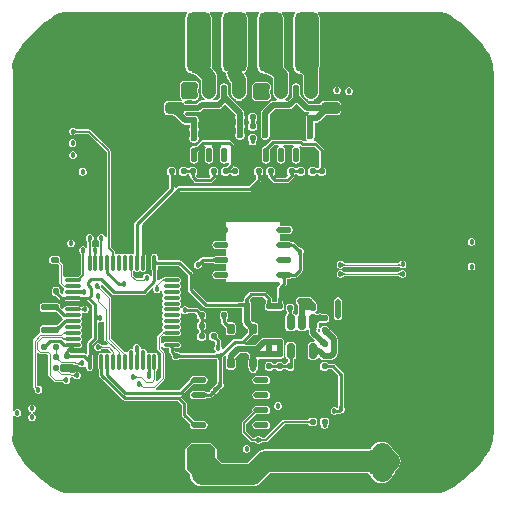
<source format=gbl>
G04*
G04 #@! TF.GenerationSoftware,Altium Limited,Altium Designer,22.0.2 (36)*
G04*
G04 Layer_Physical_Order=4*
G04 Layer_Color=6736896*
%FSLAX25Y25*%
%MOIN*%
G70*
G04*
G04 #@! TF.SameCoordinates,B24A499B-10B0-4348-9313-877DE5855C24*
G04*
G04*
G04 #@! TF.FilePolarity,Positive*
G04*
G01*
G75*
%ADD10C,0.01000*%
%ADD11C,0.00400*%
%ADD14C,0.00600*%
G04:AMPARAMS|DCode=16|XSize=20mil|YSize=20mil|CornerRadius=5mil|HoleSize=0mil|Usage=FLASHONLY|Rotation=0.000|XOffset=0mil|YOffset=0mil|HoleType=Round|Shape=RoundedRectangle|*
%AMROUNDEDRECTD16*
21,1,0.02000,0.01000,0,0,0.0*
21,1,0.01000,0.02000,0,0,0.0*
1,1,0.01000,0.00500,-0.00500*
1,1,0.01000,-0.00500,-0.00500*
1,1,0.01000,-0.00500,0.00500*
1,1,0.01000,0.00500,0.00500*
%
%ADD16ROUNDEDRECTD16*%
%ADD50C,0.02000*%
%ADD54C,0.20000*%
%ADD55C,0.01800*%
%ADD56C,0.02362*%
%ADD57C,0.07000*%
%ADD58C,0.00700*%
%ADD59O,0.01968X0.05118*%
G04:AMPARAMS|DCode=60|XSize=20mil|YSize=20mil|CornerRadius=5mil|HoleSize=0mil|Usage=FLASHONLY|Rotation=270.000|XOffset=0mil|YOffset=0mil|HoleType=Round|Shape=RoundedRectangle|*
%AMROUNDEDRECTD60*
21,1,0.02000,0.01000,0,0,270.0*
21,1,0.01000,0.02000,0,0,270.0*
1,1,0.01000,-0.00500,-0.00500*
1,1,0.01000,-0.00500,0.00500*
1,1,0.01000,0.00500,0.00500*
1,1,0.01000,0.00500,-0.00500*
%
%ADD60ROUNDEDRECTD60*%
G04:AMPARAMS|DCode=61|XSize=37.64mil|YSize=63.38mil|CornerRadius=9.41mil|HoleSize=0mil|Usage=FLASHONLY|Rotation=270.000|XOffset=0mil|YOffset=0mil|HoleType=Round|Shape=RoundedRectangle|*
%AMROUNDEDRECTD61*
21,1,0.03764,0.04456,0,0,270.0*
21,1,0.01882,0.06338,0,0,270.0*
1,1,0.01882,-0.02228,-0.00941*
1,1,0.01882,-0.02228,0.00941*
1,1,0.01882,0.02228,0.00941*
1,1,0.01882,0.02228,-0.00941*
%
%ADD61ROUNDEDRECTD61*%
G04:AMPARAMS|DCode=62|XSize=90.55mil|YSize=90.55mil|CornerRadius=22.64mil|HoleSize=0mil|Usage=FLASHONLY|Rotation=0.000|XOffset=0mil|YOffset=0mil|HoleType=Round|Shape=RoundedRectangle|*
%AMROUNDEDRECTD62*
21,1,0.09055,0.04528,0,0,0.0*
21,1,0.04528,0.09055,0,0,0.0*
1,1,0.04528,0.02264,-0.02264*
1,1,0.04528,-0.02264,-0.02264*
1,1,0.04528,-0.02264,0.02264*
1,1,0.04528,0.02264,0.02264*
%
%ADD62ROUNDEDRECTD62*%
G04:AMPARAMS|DCode=63|XSize=200mil|YSize=80mil|CornerRadius=20mil|HoleSize=0mil|Usage=FLASHONLY|Rotation=270.000|XOffset=0mil|YOffset=0mil|HoleType=Round|Shape=RoundedRectangle|*
%AMROUNDEDRECTD63*
21,1,0.20000,0.04000,0,0,270.0*
21,1,0.16000,0.08000,0,0,270.0*
1,1,0.04000,-0.02000,-0.08000*
1,1,0.04000,-0.02000,0.08000*
1,1,0.04000,0.02000,0.08000*
1,1,0.04000,0.02000,-0.08000*
%
%ADD63ROUNDEDRECTD63*%
G04:AMPARAMS|DCode=64|XSize=21.65mil|YSize=57.09mil|CornerRadius=5.41mil|HoleSize=0mil|Usage=FLASHONLY|Rotation=270.000|XOffset=0mil|YOffset=0mil|HoleType=Round|Shape=RoundedRectangle|*
%AMROUNDEDRECTD64*
21,1,0.02165,0.04626,0,0,270.0*
21,1,0.01083,0.05709,0,0,270.0*
1,1,0.01083,-0.02313,-0.00541*
1,1,0.01083,-0.02313,0.00541*
1,1,0.01083,0.02313,0.00541*
1,1,0.01083,0.02313,-0.00541*
%
%ADD64ROUNDEDRECTD64*%
G04:AMPARAMS|DCode=65|XSize=21.65mil|YSize=57.09mil|CornerRadius=5.41mil|HoleSize=0mil|Usage=FLASHONLY|Rotation=270.000|XOffset=0mil|YOffset=0mil|HoleType=Round|Shape=RoundedRectangle|*
%AMROUNDEDRECTD65*
21,1,0.02165,0.04626,0,0,270.0*
21,1,0.01083,0.05709,0,0,270.0*
1,1,0.01083,-0.02313,-0.00541*
1,1,0.01083,-0.02313,0.00541*
1,1,0.01083,0.02313,0.00541*
1,1,0.01083,0.02313,-0.00541*
%
%ADD65ROUNDEDRECTD65*%
G04:AMPARAMS|DCode=66|XSize=23.62mil|YSize=35mil|CornerRadius=5.91mil|HoleSize=0mil|Usage=FLASHONLY|Rotation=0.000|XOffset=0mil|YOffset=0mil|HoleType=Round|Shape=RoundedRectangle|*
%AMROUNDEDRECTD66*
21,1,0.02362,0.02319,0,0,0.0*
21,1,0.01181,0.03500,0,0,0.0*
1,1,0.01181,0.00591,-0.01159*
1,1,0.01181,-0.00591,-0.01159*
1,1,0.01181,-0.00591,0.01159*
1,1,0.01181,0.00591,0.01159*
%
%ADD66ROUNDEDRECTD66*%
G04:AMPARAMS|DCode=67|XSize=27.56mil|YSize=51.18mil|CornerRadius=6.89mil|HoleSize=0mil|Usage=FLASHONLY|Rotation=0.000|XOffset=0mil|YOffset=0mil|HoleType=Round|Shape=RoundedRectangle|*
%AMROUNDEDRECTD67*
21,1,0.02756,0.03740,0,0,0.0*
21,1,0.01378,0.05118,0,0,0.0*
1,1,0.01378,0.00689,-0.01870*
1,1,0.01378,-0.00689,-0.01870*
1,1,0.01378,-0.00689,0.01870*
1,1,0.01378,0.00689,0.01870*
%
%ADD67ROUNDEDRECTD67*%
%ADD68O,0.05118X0.01968*%
%ADD69O,0.01200X0.05400*%
%ADD70O,0.05400X0.01200*%
%ADD71C,0.02500*%
%ADD72C,0.04500*%
G36*
X-61046Y80185D02*
X-21882D01*
X-21761Y79685D01*
X-22261Y78936D01*
X-22447Y78000D01*
Y62000D01*
X-22261Y61064D01*
X-21730Y60270D01*
X-20936Y59739D01*
X-20756Y59703D01*
X-20752Y59698D01*
X-20663Y59683D01*
X-20586Y59635D01*
X-20310Y59592D01*
X-20059Y59539D01*
X-19821Y59475D01*
X-19598Y59401D01*
X-19388Y59315D01*
X-19191Y59220D01*
X-19007Y59114D01*
X-18836Y58997D01*
X-18677Y58871D01*
X-18516Y58723D01*
X-18495Y58714D01*
X-17173Y57393D01*
Y53433D01*
X-17082Y52741D01*
X-16815Y52097D01*
X-16390Y51543D01*
X-15979Y51227D01*
X-16148Y50727D01*
X-17000D01*
X-17000Y50727D01*
X-17546Y50619D01*
X-18009Y50309D01*
X-18769Y49550D01*
X-22213D01*
X-22225Y49555D01*
X-22327Y49558D01*
X-22401Y49564D01*
X-22459Y49574D01*
X-22498Y49584D01*
X-22510Y49589D01*
X-22566Y49672D01*
X-22591Y49732D01*
X-22612Y49741D01*
X-22798Y50019D01*
X-22784Y50090D01*
X-22637Y50519D01*
X-22185D01*
X-21604Y50760D01*
X-21546Y50818D01*
X-21023D01*
X-21022Y50817D01*
X-20646Y50809D01*
X-20481Y50796D01*
X-20432Y50789D01*
X-20424Y50788D01*
X-20396Y50760D01*
X-20268Y50707D01*
X-20040Y50554D01*
X-19500Y50447D01*
X-18960Y50554D01*
X-18732Y50707D01*
X-18604Y50760D01*
X-18507Y50857D01*
X-18502Y50860D01*
X-18499Y50865D01*
X-18160Y51204D01*
X-17919Y51785D01*
Y51991D01*
X-17818Y52500D01*
X-17946Y53144D01*
X-18089Y53358D01*
Y54376D01*
X-17919Y54786D01*
Y54991D01*
X-17818Y55500D01*
X-17946Y56144D01*
X-18310Y56690D01*
X-18856Y57054D01*
X-19500Y57182D01*
X-21052D01*
X-21083Y57183D01*
X-21084Y57182D01*
X-22500D01*
X-23144Y57054D01*
X-23690Y56690D01*
X-24054Y56144D01*
X-24182Y55500D01*
Y52500D01*
X-24081Y51991D01*
Y51785D01*
X-23840Y51204D01*
X-23528Y50892D01*
X-23770Y50434D01*
X-23774Y50431D01*
X-28228D01*
X-28751Y50327D01*
X-29195Y50030D01*
X-29491Y49587D01*
X-29595Y49063D01*
Y47181D01*
X-29491Y46658D01*
X-29195Y46215D01*
X-28751Y45918D01*
X-28228Y45814D01*
X-27566D01*
X-27564Y45813D01*
X-27310Y45812D01*
X-26860Y45784D01*
X-26677Y45759D01*
X-26513Y45726D01*
X-26371Y45686D01*
X-26252Y45643D01*
X-26157Y45596D01*
X-26085Y45549D01*
X-26006Y45482D01*
X-25997Y45479D01*
X-23509Y42991D01*
X-23509Y42991D01*
X-23046Y42681D01*
X-22500Y42573D01*
X-22500Y42573D01*
X-20927D01*
Y41686D01*
X-21081Y41315D01*
Y40685D01*
X-20927Y40314D01*
Y38686D01*
X-21081Y38315D01*
Y37685D01*
X-20840Y37104D01*
X-20396Y36660D01*
X-19815Y36419D01*
X-19185D01*
X-18604Y36660D01*
X-18160Y37104D01*
X-17919Y37685D01*
Y38315D01*
X-18073Y38686D01*
Y40314D01*
X-17919Y40685D01*
Y41315D01*
X-18073Y41686D01*
Y43314D01*
X-17919Y43685D01*
Y44315D01*
X-18160Y44896D01*
X-18604Y45340D01*
X-19185Y45581D01*
X-19815D01*
X-20186Y45427D01*
X-21909D01*
X-22523Y46042D01*
X-22552Y46244D01*
X-22493Y46360D01*
X-22312Y46582D01*
X-22194Y46695D01*
X-18178D01*
X-18178Y46695D01*
X-17631Y46804D01*
X-17168Y47113D01*
X-16409Y47873D01*
X-11300D01*
X-11300Y47873D01*
X-10754Y47981D01*
X-10291Y48291D01*
X-9150Y49431D01*
X-5627Y45909D01*
Y45785D01*
X-5781Y45415D01*
Y44785D01*
X-5627Y44414D01*
Y42786D01*
X-5781Y42415D01*
Y41785D01*
X-5627Y41414D01*
Y39786D01*
X-5781Y39415D01*
Y38785D01*
X-5540Y38204D01*
X-5096Y37760D01*
X-4515Y37519D01*
X-3886D01*
X-3304Y37760D01*
X-2860Y38204D01*
X-2619Y38785D01*
Y39415D01*
X-2773Y39786D01*
Y41414D01*
X-2619Y41785D01*
Y42415D01*
X-2773Y42786D01*
Y44414D01*
X-2619Y44785D01*
Y45415D01*
X-2773Y45785D01*
Y46500D01*
X-2773Y46500D01*
X-2881Y47046D01*
X-3191Y47509D01*
X-3191Y47509D01*
X-7761Y52079D01*
X-7765Y52091D01*
X-7899Y52238D01*
X-7998Y52370D01*
X-8073Y52495D01*
Y53433D01*
X-8089Y53514D01*
Y55008D01*
X-8196Y55548D01*
X-8502Y56006D01*
X-8960Y56312D01*
X-9500Y56419D01*
X-10040Y56312D01*
X-10498Y56006D01*
X-10804Y55548D01*
X-10911Y55008D01*
Y53514D01*
X-10927Y53433D01*
Y51800D01*
X-10927Y51800D01*
X-10927Y51800D01*
Y51691D01*
X-11891Y50727D01*
X-12852D01*
X-13021Y51227D01*
X-12610Y51543D01*
X-12185Y52097D01*
X-11918Y52741D01*
X-11827Y53433D01*
Y58500D01*
X-11918Y59192D01*
X-12185Y59836D01*
X-12610Y60390D01*
X-12856Y60636D01*
X-12865Y60659D01*
X-13337Y61152D01*
X-13538Y61388D01*
X-13600Y61470D01*
X-13638Y61528D01*
X-13644Y61541D01*
X-13553Y62000D01*
Y78000D01*
X-13739Y78936D01*
X-14239Y79685D01*
X-14118Y80185D01*
X-9882D01*
X-9761Y79685D01*
X-10261Y78936D01*
X-10447Y78000D01*
Y62000D01*
X-10261Y61064D01*
X-9730Y60270D01*
X-9326Y60000D01*
X-9309Y59957D01*
X-9240Y59929D01*
X-9190Y59873D01*
X-9070Y59816D01*
X-8988Y59763D01*
X-8919Y59705D01*
X-8861Y59641D01*
X-8811Y59569D01*
X-8768Y59486D01*
X-8733Y59389D01*
X-8706Y59276D01*
X-8689Y59147D01*
X-8683Y58982D01*
X-8666Y58946D01*
X-8582Y58308D01*
X-8315Y57664D01*
X-7890Y57110D01*
X-7173Y56393D01*
Y53433D01*
X-7082Y52741D01*
X-6815Y52097D01*
X-6390Y51543D01*
X-5836Y51118D01*
X-5607Y51023D01*
X-5498Y50860D01*
X-5040Y50554D01*
X-4500Y50447D01*
X-3960Y50554D01*
X-3502Y50860D01*
X-3393Y51023D01*
X-3164Y51118D01*
X-2610Y51543D01*
X-2185Y52097D01*
X-1918Y52741D01*
X-1827Y53433D01*
Y57500D01*
X-1918Y58192D01*
X-2185Y58836D01*
X-2610Y59390D01*
X-2627Y59407D01*
X-2688Y59562D01*
X-2689Y59680D01*
X-2577Y60064D01*
X-2270Y60270D01*
X-1739Y61064D01*
X-1553Y62000D01*
Y78000D01*
X-1739Y78936D01*
X-2239Y79685D01*
X-2118Y80185D01*
X2118D01*
X2239Y79685D01*
X1739Y78936D01*
X1553Y78000D01*
Y62000D01*
X1739Y61064D01*
X2270Y60270D01*
X3064Y59739D01*
X3244Y59703D01*
X3248Y59698D01*
X3339Y59682D01*
X3418Y59635D01*
X3801Y59578D01*
X4490Y59437D01*
X4783Y59356D01*
X5052Y59266D01*
X5293Y59170D01*
X5505Y59067D01*
X5688Y58959D01*
X5843Y58848D01*
X5990Y58717D01*
X6010Y58710D01*
X6827Y57893D01*
Y53433D01*
X6918Y52741D01*
X7185Y52097D01*
X7610Y51543D01*
X8164Y51118D01*
X8206Y51012D01*
X7908Y50527D01*
X6900D01*
X6900Y50527D01*
X6354Y50419D01*
X5891Y50109D01*
X5891Y50109D01*
X3291Y47509D01*
X2981Y47046D01*
X2873Y46500D01*
X2873Y46500D01*
Y45785D01*
X2719Y45415D01*
Y44785D01*
X2873Y44414D01*
Y42786D01*
X2719Y42415D01*
Y41785D01*
X2873Y41414D01*
Y39786D01*
X2719Y39415D01*
Y38785D01*
X2960Y38204D01*
X3404Y37760D01*
X3985Y37519D01*
X4614D01*
X5196Y37760D01*
X5640Y38204D01*
X5881Y38785D01*
Y39415D01*
X5727Y39786D01*
Y41414D01*
X5881Y41785D01*
Y42415D01*
X5727Y42786D01*
Y44414D01*
X5881Y44785D01*
Y45415D01*
X5727Y45785D01*
Y45909D01*
X7491Y47673D01*
X12300D01*
X12300Y47673D01*
X12846Y47781D01*
X13309Y48091D01*
X14750Y49531D01*
X17168Y47113D01*
X17168Y47113D01*
X17631Y46804D01*
X18178Y46695D01*
X18678D01*
X18778Y46195D01*
X18404Y46040D01*
X17960Y45596D01*
X17719Y45015D01*
Y44385D01*
X17873Y44014D01*
Y42386D01*
X17719Y42015D01*
Y41385D01*
X17873Y41015D01*
Y39386D01*
X17719Y39015D01*
Y38385D01*
X17960Y37804D01*
X18146Y37618D01*
X17939Y37118D01*
X16880D01*
X16649Y37349D01*
X16351Y37548D01*
X16000Y37618D01*
X6800D01*
X6449Y37548D01*
X6151Y37349D01*
X4467Y35665D01*
X4431Y35650D01*
X4327Y35548D01*
X4285Y35510D01*
X3960Y35446D01*
X3502Y35140D01*
X3196Y34682D01*
X3089Y34142D01*
Y30992D01*
X3196Y30452D01*
X3502Y29994D01*
X3960Y29688D01*
X4500Y29581D01*
X5040Y29688D01*
X5498Y29994D01*
X5804Y30452D01*
X5911Y30992D01*
Y34142D01*
X5854Y34431D01*
X5871Y34451D01*
X5902Y34483D01*
X5917Y34519D01*
X5931Y34533D01*
X5957Y34551D01*
X5958Y34561D01*
X7180Y35782D01*
X8564D01*
X8715Y35282D01*
X8502Y35140D01*
X8196Y34682D01*
X8089Y34142D01*
Y30992D01*
X8196Y30452D01*
X8502Y29994D01*
X8960Y29688D01*
X9500Y29581D01*
X10040Y29688D01*
X10498Y29994D01*
X10804Y30452D01*
X10911Y30992D01*
Y34142D01*
X10804Y34682D01*
X10498Y35140D01*
X10284Y35282D01*
X10436Y35782D01*
X13564D01*
X13715Y35282D01*
X13502Y35140D01*
X13196Y34682D01*
X13089Y34142D01*
Y30992D01*
X13196Y30452D01*
X13502Y29994D01*
X13960Y29688D01*
X14500Y29581D01*
X15040Y29688D01*
X15498Y29994D01*
X15804Y30452D01*
X15911Y30992D01*
Y34142D01*
X15804Y34682D01*
X15622Y34954D01*
X15746Y35471D01*
X15791Y35532D01*
X15835Y35546D01*
X15882Y35530D01*
X16149Y35352D01*
X16500Y35282D01*
X20520D01*
X22082Y33720D01*
Y28345D01*
X22067Y28312D01*
X22067Y28293D01*
X22063Y28291D01*
X22003Y28266D01*
X21995Y28245D01*
X21851Y28149D01*
X21755Y28005D01*
X21734Y27997D01*
X21266Y27997D01*
X21245Y28005D01*
X21149Y28149D01*
X20851Y28348D01*
X20500Y28418D01*
X19500D01*
X19149Y28348D01*
X18851Y28149D01*
X18652Y27851D01*
X18582Y27500D01*
Y26500D01*
X18652Y26149D01*
X18851Y25851D01*
X19149Y25652D01*
X19500Y25582D01*
X20500D01*
X20851Y25652D01*
X21149Y25851D01*
X21245Y25995D01*
X21266Y26003D01*
X21734Y26003D01*
X21755Y25995D01*
X21851Y25851D01*
X22149Y25652D01*
X22500Y25582D01*
X23500D01*
X23851Y25652D01*
X24149Y25851D01*
X24348Y26149D01*
X24418Y26500D01*
Y27500D01*
X24348Y27851D01*
X24149Y28149D01*
X24005Y28245D01*
X23997Y28266D01*
X23937Y28291D01*
X23933Y28293D01*
X23933Y28312D01*
X23918Y28345D01*
Y34100D01*
X23848Y34451D01*
X23649Y34749D01*
X21549Y36849D01*
X21251Y37048D01*
X20900Y37118D01*
X20661D01*
X20454Y37618D01*
X20640Y37804D01*
X20881Y38385D01*
Y39015D01*
X20727Y39386D01*
Y41015D01*
X20881Y41385D01*
Y42015D01*
X20727Y42386D01*
Y43273D01*
X21400D01*
X21400Y43273D01*
X21946Y43381D01*
X22409Y43691D01*
X24208Y45489D01*
X24220Y45494D01*
X24426Y45687D01*
X24585Y45814D01*
X25778D01*
X25779Y45814D01*
X25781Y45814D01*
X28228D01*
X28751Y45918D01*
X29195Y46215D01*
X29491Y46658D01*
X29595Y47181D01*
Y49063D01*
X29491Y49587D01*
X29195Y50030D01*
X28751Y50327D01*
X28228Y50431D01*
X23772D01*
X23249Y50327D01*
X22805Y50030D01*
X22612Y49741D01*
X22591Y49732D01*
X22566Y49672D01*
X22510Y49589D01*
X22498Y49584D01*
X22459Y49574D01*
X22401Y49564D01*
X22327Y49558D01*
X22225Y49555D01*
X22213Y49550D01*
X18769D01*
X16239Y52079D01*
X16235Y52091D01*
X16101Y52238D01*
X16002Y52370D01*
X15927Y52495D01*
Y53433D01*
X15911Y53514D01*
Y55008D01*
X15804Y55548D01*
X15498Y56006D01*
X15040Y56312D01*
X14500Y56419D01*
X13960Y56312D01*
X13502Y56006D01*
X13196Y55548D01*
X13089Y55008D01*
Y53514D01*
X13073Y53433D01*
Y51891D01*
X11709Y50527D01*
X11091D01*
X10795Y51012D01*
X10836Y51118D01*
X11390Y51543D01*
X11815Y52097D01*
X12082Y52741D01*
X12173Y53433D01*
Y59000D01*
X12082Y59692D01*
X11815Y60336D01*
X11390Y60890D01*
X11234Y61046D01*
X11223Y61071D01*
X10893Y61390D01*
X10887Y61393D01*
X10881Y61400D01*
X10878Y61404D01*
X10858Y61422D01*
X10419Y61861D01*
X10447Y62000D01*
Y78000D01*
X10261Y78936D01*
X9761Y79685D01*
X9882Y80185D01*
X14118D01*
X14239Y79685D01*
X13739Y78936D01*
X13553Y78000D01*
Y62000D01*
X13739Y61064D01*
X14270Y60270D01*
X15064Y59739D01*
X15329Y59686D01*
X15410Y59636D01*
X15729Y59583D01*
X15993Y59517D01*
X16215Y59438D01*
X16395Y59349D01*
X16535Y59254D01*
X16640Y59154D01*
X16716Y59049D01*
X16770Y58935D01*
X16804Y58802D01*
X16818Y58611D01*
X16827Y58594D01*
Y53433D01*
X16918Y52741D01*
X17185Y52097D01*
X17610Y51543D01*
X18164Y51118D01*
X18393Y51023D01*
X18502Y50860D01*
X18960Y50554D01*
X19500Y50447D01*
X20040Y50554D01*
X20498Y50860D01*
X20607Y51023D01*
X20836Y51118D01*
X21390Y51543D01*
X21815Y52097D01*
X22082Y52741D01*
X22173Y53433D01*
Y58621D01*
X22183Y58645D01*
X22181Y58649D01*
X22183Y58652D01*
X22173Y59240D01*
Y60500D01*
X22125Y60861D01*
X22261Y61064D01*
X22447Y62000D01*
Y78000D01*
X22261Y78936D01*
X21761Y79685D01*
X21882Y80185D01*
X60550D01*
X60553Y80185D01*
X61046Y80185D01*
X61531Y80148D01*
X62751Y80052D01*
X64413Y79653D01*
X65992Y78999D01*
X67205Y78256D01*
X67605Y77962D01*
X67605Y77962D01*
X67605Y77962D01*
X70086Y76006D01*
X73162Y73162D01*
X76006Y70086D01*
X77962Y67605D01*
X77962Y67605D01*
X77962Y67605D01*
X78256Y67204D01*
X78999Y65992D01*
X79653Y64413D01*
X80052Y62751D01*
X80148Y61531D01*
X80185Y61046D01*
X80255Y60695D01*
X80317Y60601D01*
X80396Y60483D01*
Y-60483D01*
X80255Y-60695D01*
X80185Y-61046D01*
X80148Y-61531D01*
X80052Y-62751D01*
X79653Y-64413D01*
X78999Y-65992D01*
X78256Y-67205D01*
X77962Y-67605D01*
X77962Y-67605D01*
X77962Y-67605D01*
X76006Y-70086D01*
X73162Y-73162D01*
X70086Y-76006D01*
X67605Y-77962D01*
X67605Y-77962D01*
X67605Y-77962D01*
X67204Y-78256D01*
X65992Y-78999D01*
X64413Y-79653D01*
X62751Y-80052D01*
X61554Y-80146D01*
X61258Y-80087D01*
X-60835D01*
X-61186Y-80157D01*
X-61210Y-80173D01*
X-62751Y-80052D01*
X-64413Y-79653D01*
X-65992Y-78999D01*
X-67204Y-78256D01*
X-67605Y-77962D01*
X-67605Y-77962D01*
X-67605Y-77962D01*
X-70086Y-76006D01*
X-73162Y-73162D01*
X-76006Y-70086D01*
X-77962Y-67605D01*
X-77962Y-67605D01*
X-77962Y-67605D01*
X-78256Y-67204D01*
X-78999Y-65992D01*
X-79653Y-64413D01*
X-80052Y-62751D01*
X-80153Y-61465D01*
X-80043Y-61300D01*
X-79973Y-60949D01*
Y-54406D01*
X-79615Y-54277D01*
X-79473Y-54265D01*
X-79136Y-54602D01*
X-78659Y-54800D01*
X-78141D01*
X-77664Y-54602D01*
X-77298Y-54236D01*
X-77100Y-53759D01*
Y-53241D01*
X-77298Y-52764D01*
X-77664Y-52398D01*
X-78141Y-52200D01*
X-78659D01*
X-79136Y-52398D01*
X-79473Y-52735D01*
X-79615Y-52723D01*
X-79973Y-52594D01*
Y61144D01*
X-80043Y61495D01*
X-80139Y61639D01*
X-80052Y62751D01*
X-79653Y64413D01*
X-78999Y65992D01*
X-78256Y67205D01*
X-77962Y67605D01*
X-77961Y67605D01*
X-77962Y67605D01*
X-76006Y70086D01*
X-73162Y73162D01*
X-70086Y76006D01*
X-67605Y77962D01*
X-67605Y77962D01*
X-67605Y77962D01*
X-67204Y78256D01*
X-65992Y78999D01*
X-64413Y79653D01*
X-62751Y80052D01*
X-61051Y80186D01*
X-61046Y80185D01*
D02*
G37*
G36*
X10058Y61495D02*
X10132Y61455D01*
X10222Y61394D01*
X10329Y61311D01*
X10592Y61079D01*
X10922Y60760D01*
X6278Y59040D01*
X6114Y59186D01*
X5925Y59323D01*
X5709Y59449D01*
X5468Y59566D01*
X5202Y59673D01*
X4909Y59770D01*
X4591Y59858D01*
X3877Y60005D01*
X3481Y60063D01*
X9937Y61481D01*
X9961Y61507D01*
X10001Y61512D01*
X10058Y61495D01*
D02*
G37*
G36*
X-14067Y61440D02*
X-14050Y61383D01*
X-14013Y61310D01*
X-13955Y61222D01*
X-13876Y61117D01*
X-13658Y60861D01*
X-13178Y60360D01*
X-18222Y59040D01*
X-18395Y59200D01*
X-18580Y59347D01*
X-18777Y59481D01*
X-18988Y59602D01*
X-19211Y59711D01*
X-19447Y59807D01*
X-19696Y59890D01*
X-19958Y59961D01*
X-20232Y60018D01*
X-20519Y60063D01*
X-14063Y61481D01*
X-14067Y61440D01*
D02*
G37*
G36*
X-3140Y60195D02*
X-3268Y60113D01*
X-3381Y60019D01*
X-3479Y59912D01*
X-3562Y59792D01*
X-3630Y59659D01*
X-3682Y59513D01*
X-3720Y59355D01*
X-3743Y59184D01*
X-3750Y59000D01*
X-8250D01*
X-8258Y59184D01*
X-8280Y59355D01*
X-8318Y59513D01*
X-8370Y59659D01*
X-8438Y59792D01*
X-8521Y59912D01*
X-8619Y60019D01*
X-8732Y60113D01*
X-8860Y60195D01*
X-9003Y60264D01*
X-2997D01*
X-3140Y60195D01*
D02*
G37*
G36*
X21537Y60586D02*
X21587Y60515D01*
X21630Y60395D01*
X21667Y60225D01*
X21697Y60007D01*
X21737Y59424D01*
X21750Y58645D01*
X17250D01*
X17232Y58872D01*
X17179Y59081D01*
X17091Y59270D01*
X16967Y59441D01*
X16808Y59592D01*
X16613Y59724D01*
X16383Y59838D01*
X16118Y59932D01*
X15817Y60007D01*
X15481Y60063D01*
X21418Y60582D01*
X21481Y60609D01*
X21537Y60586D01*
D02*
G37*
G36*
X-20638Y56742D02*
X-19953Y56676D01*
X-19722Y56618D01*
X-19564Y56543D01*
X-19480Y56453D01*
X-19469Y56345D01*
X-19532Y56221D01*
X-19669Y56081D01*
X-19879Y55924D01*
X-20372Y53522D01*
X-20201Y51157D01*
X-20220Y51175D01*
X-20253Y51191D01*
X-20300Y51205D01*
X-20361Y51217D01*
X-20435Y51227D01*
X-20625Y51242D01*
X-21013Y51250D01*
X-21241Y53750D01*
X-21080Y53763D01*
X-20985Y53788D01*
X-20983Y54222D01*
X-21050Y54238D01*
X-21241Y54250D01*
X-21091Y56750D01*
X-20638Y56742D01*
D02*
G37*
G36*
X15418Y53432D02*
X15380Y53232D01*
X15365Y53036D01*
X15373Y52846D01*
X15405Y52659D01*
X15461Y52478D01*
X15539Y52301D01*
X15641Y52129D01*
X15767Y51961D01*
X15916Y51799D01*
X14883Y50003D01*
X14738Y50152D01*
X14519Y50410D01*
X14445Y50517D01*
X14395Y50611D01*
X14369Y50690D01*
X14366Y50756D01*
X14387Y50807D01*
X14432Y50844D01*
X14500Y50867D01*
X15479Y53637D01*
X15418Y53432D01*
D02*
G37*
G36*
X-8582D02*
X-8620Y53232D01*
X-8635Y53036D01*
X-8627Y52846D01*
X-8595Y52659D01*
X-8539Y52478D01*
X-8461Y52301D01*
X-8359Y52129D01*
X-8233Y51961D01*
X-8084Y51799D01*
X-9117Y50003D01*
X-9262Y50152D01*
X-9481Y50410D01*
X-9555Y50517D01*
X-9605Y50611D01*
X-9631Y50690D01*
X-9634Y50756D01*
X-9613Y50807D01*
X-9568Y50844D01*
X-9500Y50867D01*
X-8521Y53637D01*
X-8582Y53432D01*
D02*
G37*
G36*
X-22880Y49368D02*
X-22851Y49317D01*
X-22812Y49271D01*
X-22762Y49232D01*
X-22702Y49198D01*
X-22630Y49171D01*
X-22548Y49150D01*
X-22455Y49134D01*
X-22351Y49125D01*
X-22237Y49122D01*
Y47122D01*
X-22351Y47119D01*
X-22455Y47110D01*
X-22548Y47095D01*
X-22630Y47074D01*
X-22702Y47047D01*
X-22762Y47013D01*
X-22812Y46974D01*
X-22851Y46928D01*
X-22880Y46876D01*
X-22897Y46819D01*
Y49426D01*
X-22880Y49368D01*
D02*
G37*
G36*
X22897Y48898D02*
X25763Y46246D01*
X25613Y46363D01*
X25456Y46444D01*
X25291Y46490D01*
X25119Y46500D01*
X24939Y46474D01*
X24751Y46413D01*
X24556Y46315D01*
X24353Y46183D01*
X24142Y46014D01*
X23924Y45810D01*
X22401Y47115D01*
X22401Y47115D01*
X22351Y47119D01*
X22237Y47122D01*
Y49122D01*
X22351Y49125D01*
X22455Y49134D01*
X22548Y49150D01*
X22630Y49171D01*
X22702Y49198D01*
X22762Y49232D01*
X22812Y49271D01*
X22851Y49317D01*
X22880Y49368D01*
X22897Y49426D01*
Y48898D01*
D02*
G37*
G36*
X-23403Y46303D02*
X-23389Y46292D01*
X-23366Y46272D01*
X-22975Y45889D01*
X-25724Y45810D01*
X-25825Y45896D01*
X-25944Y45973D01*
X-26081Y46041D01*
X-26237Y46099D01*
X-26412Y46147D01*
X-26605Y46186D01*
X-26817Y46215D01*
X-27295Y46245D01*
X-27563Y46246D01*
X-23410Y46306D01*
X-23403Y46303D01*
D02*
G37*
G36*
X5593Y34786D02*
X5553Y34745D01*
X5463Y34642D01*
X5443Y34613D01*
X5427Y34589D01*
X5417Y34567D01*
X5412Y34549D01*
X5411Y34533D01*
X5416Y34521D01*
X4500Y35133D01*
X4506Y35134D01*
X4516Y35140D01*
X4530Y35150D01*
X4548Y35164D01*
X4624Y35233D01*
X4734Y35341D01*
X5593Y34786D01*
D02*
G37*
G36*
X23502Y28240D02*
X23508Y28188D01*
X23517Y28141D01*
X23530Y28100D01*
X23548Y28063D01*
X23569Y28032D01*
X23593Y28006D01*
X23622Y27985D01*
X23654Y27970D01*
X23690Y27960D01*
X22310D01*
X22346Y27970D01*
X22378Y27985D01*
X22407Y28006D01*
X22432Y28032D01*
X22452Y28063D01*
X22469Y28100D01*
X22483Y28141D01*
X22492Y28188D01*
X22498Y28240D01*
X22500Y28298D01*
X23500D01*
X23502Y28240D01*
D02*
G37*
G36*
X22040Y26310D02*
X22030Y26346D01*
X22015Y26378D01*
X21994Y26407D01*
X21968Y26432D01*
X21937Y26452D01*
X21901Y26469D01*
X21859Y26483D01*
X21812Y26492D01*
X21760Y26498D01*
X21702Y26500D01*
Y27500D01*
X21760Y27502D01*
X21812Y27508D01*
X21859Y27517D01*
X21901Y27531D01*
X21937Y27548D01*
X21968Y27569D01*
X21994Y27593D01*
X22015Y27622D01*
X22030Y27654D01*
X22040Y27690D01*
Y26310D01*
D02*
G37*
G36*
X20970Y27654D02*
X20985Y27622D01*
X21006Y27593D01*
X21032Y27569D01*
X21063Y27548D01*
X21100Y27531D01*
X21141Y27517D01*
X21188Y27508D01*
X21240Y27502D01*
X21298Y27500D01*
Y26500D01*
X21240Y26498D01*
X21188Y26492D01*
X21141Y26483D01*
X21100Y26469D01*
X21063Y26452D01*
X21032Y26432D01*
X21006Y26407D01*
X20985Y26378D01*
X20970Y26346D01*
X20960Y26310D01*
Y27690D01*
X20970Y27654D01*
D02*
G37*
%LPC*%
G36*
X28359Y55300D02*
X27841D01*
X27364Y55102D01*
X26998Y54736D01*
X26800Y54259D01*
Y53741D01*
X26998Y53264D01*
X27364Y52898D01*
X27841Y52700D01*
X28359D01*
X28836Y52898D01*
X29202Y53264D01*
X29400Y53741D01*
Y54259D01*
X29202Y54736D01*
X28836Y55102D01*
X28359Y55300D01*
D02*
G37*
G36*
X32359Y55000D02*
X31841D01*
X31364Y54802D01*
X30998Y54436D01*
X30800Y53959D01*
Y53441D01*
X30998Y52964D01*
X31364Y52598D01*
X31841Y52400D01*
X32359D01*
X32836Y52598D01*
X33202Y52964D01*
X33400Y53441D01*
Y53959D01*
X33202Y54436D01*
X32836Y54802D01*
X32359Y55000D01*
D02*
G37*
G36*
X2780Y56783D02*
X2779Y56782D01*
X1500D01*
X856Y56654D01*
X310Y56290D01*
X-54Y55744D01*
X-182Y55100D01*
Y52100D01*
X-54Y51456D01*
X310Y50910D01*
X856Y50546D01*
X1500Y50418D01*
X2757D01*
X2759Y50417D01*
X2760Y50418D01*
X2770D01*
X2771Y50417D01*
X2787Y50418D01*
X4500D01*
X5144Y50546D01*
X5690Y50910D01*
X6054Y51456D01*
X6182Y52100D01*
X6054Y52744D01*
X5911Y52958D01*
Y54242D01*
X6054Y54456D01*
X6182Y55100D01*
X6054Y55744D01*
X5690Y56290D01*
X5144Y56654D01*
X4500Y56782D01*
X2834D01*
X2782Y56783D01*
X2781Y56783D01*
X2780Y56783D01*
D02*
G37*
G36*
X500Y46418D02*
X-500D01*
X-851Y46348D01*
X-1149Y46149D01*
X-1348Y45851D01*
X-1418Y45500D01*
Y44500D01*
X-1348Y44149D01*
X-1218Y43955D01*
X-1300Y43759D01*
Y43241D01*
X-1218Y43045D01*
X-1348Y42851D01*
X-1418Y42500D01*
Y41500D01*
X-1348Y41149D01*
X-1149Y40851D01*
X-851Y40652D01*
X-500Y40582D01*
X500D01*
X851Y40652D01*
X1149Y40851D01*
X1348Y41149D01*
X1418Y41500D01*
Y42500D01*
X1348Y42851D01*
X1218Y43045D01*
X1300Y43241D01*
Y43759D01*
X1218Y43955D01*
X1348Y44149D01*
X1418Y44500D01*
Y45500D01*
X1348Y45851D01*
X1149Y46149D01*
X851Y46348D01*
X500Y46418D01*
D02*
G37*
G36*
Y39418D02*
X-500D01*
X-851Y39348D01*
X-1149Y39149D01*
X-1348Y38851D01*
X-1418Y38500D01*
Y37500D01*
X-1348Y37149D01*
X-1300Y37077D01*
Y36741D01*
X-1102Y36264D01*
X-736Y35898D01*
X-259Y35700D01*
X259D01*
X736Y35898D01*
X1102Y36264D01*
X1300Y36741D01*
Y37077D01*
X1348Y37149D01*
X1418Y37500D01*
Y38500D01*
X1348Y38851D01*
X1149Y39149D01*
X851Y39348D01*
X500Y39418D01*
D02*
G37*
G36*
X-59741Y37700D02*
X-60259D01*
X-60736Y37502D01*
X-61102Y37136D01*
X-61300Y36659D01*
Y36141D01*
X-61102Y35664D01*
X-60736Y35298D01*
X-60259Y35100D01*
X-59741D01*
X-59264Y35298D01*
X-58898Y35664D01*
X-58700Y36141D01*
Y36659D01*
X-58898Y37136D01*
X-59264Y37502D01*
X-59741Y37700D01*
D02*
G37*
G36*
X-59641Y33800D02*
X-60159D01*
X-60636Y33602D01*
X-61002Y33236D01*
X-61200Y32759D01*
Y32241D01*
X-61002Y31764D01*
X-60636Y31398D01*
X-60159Y31200D01*
X-59641D01*
X-59164Y31398D01*
X-58798Y31764D01*
X-58600Y32241D01*
Y32759D01*
X-58798Y33236D01*
X-59164Y33602D01*
X-59641Y33800D01*
D02*
G37*
G36*
X-7800Y37518D02*
X-16400D01*
X-16751Y37448D01*
X-17049Y37249D01*
X-18537Y35760D01*
X-18916Y35439D01*
X-18956Y35443D01*
X-18960Y35446D01*
X-19500Y35553D01*
X-20040Y35446D01*
X-20498Y35140D01*
X-20804Y34682D01*
X-20911Y34142D01*
Y30992D01*
X-20804Y30452D01*
X-20498Y29994D01*
X-20040Y29688D01*
X-19500Y29581D01*
X-18960Y29688D01*
X-18502Y29994D01*
X-18196Y30452D01*
X-18089Y30992D01*
Y33561D01*
X-18068Y33596D01*
X-18034Y33642D01*
X-17977Y33705D01*
X-17965Y33738D01*
X-16053Y35649D01*
X-15679Y35605D01*
X-15548Y35269D01*
X-15508Y35124D01*
X-15804Y34682D01*
X-15911Y34142D01*
Y30992D01*
X-15804Y30452D01*
X-15498Y29994D01*
X-15040Y29688D01*
X-14500Y29581D01*
X-13960Y29688D01*
X-13502Y29994D01*
X-13196Y30452D01*
X-13089Y30992D01*
Y34142D01*
X-13196Y34682D01*
X-13502Y35140D01*
X-13566Y35182D01*
X-13414Y35682D01*
X-10586D01*
X-10434Y35182D01*
X-10498Y35140D01*
X-10804Y34682D01*
X-10911Y34142D01*
Y30992D01*
X-10804Y30452D01*
X-10498Y29994D01*
X-10040Y29688D01*
X-9500Y29581D01*
X-8960Y29688D01*
X-8502Y29994D01*
X-8418Y30120D01*
X-7918Y29969D01*
Y29380D01*
X-8759Y28538D01*
X-8794Y28526D01*
X-8894Y28431D01*
X-8911Y28418D01*
X-9414D01*
X-9417Y28418D01*
X-9419Y28418D01*
X-9500D01*
X-9851Y28348D01*
X-10149Y28149D01*
X-10348Y27851D01*
X-10418Y27500D01*
Y26500D01*
X-10348Y26149D01*
X-10149Y25851D01*
X-9851Y25652D01*
X-9500Y25582D01*
X-8500D01*
X-8149Y25652D01*
X-7851Y25851D01*
X-7755Y25995D01*
X-7753Y25996D01*
X-7593Y26003D01*
X-7266Y26003D01*
X-7245Y25995D01*
X-7149Y25851D01*
X-6851Y25652D01*
X-6500Y25582D01*
X-5500D01*
X-5149Y25652D01*
X-4851Y25851D01*
X-4652Y26149D01*
X-4582Y26500D01*
Y27500D01*
X-4652Y27851D01*
X-4851Y28149D01*
X-5149Y28348D01*
X-5500Y28418D01*
X-5751D01*
X-6099Y28918D01*
X-6082Y29000D01*
Y35800D01*
X-6152Y36151D01*
X-6351Y36449D01*
X-7151Y37249D01*
X-7449Y37448D01*
X-7800Y37518D01*
D02*
G37*
G36*
X16500Y28418D02*
X15500D01*
X15149Y28348D01*
X14851Y28149D01*
X14755Y28005D01*
X14734Y27997D01*
X14266Y27997D01*
X14245Y28005D01*
X14149Y28149D01*
X13851Y28348D01*
X13500Y28418D01*
X12500D01*
X12149Y28348D01*
X11851Y28149D01*
X11652Y27851D01*
X11582Y27500D01*
Y26500D01*
X11652Y26149D01*
X11851Y25851D01*
X11869Y25667D01*
X11120Y24918D01*
X7780D01*
X7328Y25370D01*
X7149Y25851D01*
X7348Y26149D01*
X7418Y26500D01*
Y27500D01*
X7348Y27851D01*
X7149Y28149D01*
X6851Y28348D01*
X6500Y28418D01*
X5500D01*
X5149Y28348D01*
X4851Y28149D01*
X4652Y27851D01*
X4582Y27500D01*
Y26500D01*
X4652Y26149D01*
X4851Y25851D01*
X4995Y25755D01*
X5003Y25734D01*
X5063Y25709D01*
X5067Y25707D01*
X5067Y25688D01*
X5082Y25655D01*
Y25400D01*
X5152Y25049D01*
X5351Y24751D01*
X6751Y23351D01*
X7049Y23152D01*
X7400Y23082D01*
X11500D01*
X11851Y23152D01*
X12149Y23351D01*
X13649Y24851D01*
X13848Y25149D01*
X13918Y25500D01*
Y25655D01*
X13933Y25688D01*
X13933Y25707D01*
X13937Y25709D01*
X13997Y25734D01*
X14005Y25755D01*
X14149Y25851D01*
X14245Y25995D01*
X14266Y26003D01*
X14734Y26003D01*
X14755Y25995D01*
X14851Y25851D01*
X15149Y25652D01*
X15500Y25582D01*
X16500D01*
X16851Y25652D01*
X17149Y25851D01*
X17348Y26149D01*
X17418Y26500D01*
Y27500D01*
X17348Y27851D01*
X17149Y28149D01*
X16851Y28348D01*
X16500Y28418D01*
D02*
G37*
G36*
X-56341Y28200D02*
X-56859D01*
X-57336Y28002D01*
X-57702Y27636D01*
X-57900Y27159D01*
Y26641D01*
X-57702Y26164D01*
X-57336Y25798D01*
X-56859Y25600D01*
X-56341D01*
X-55864Y25798D01*
X-55498Y26164D01*
X-55300Y26641D01*
Y27159D01*
X-55498Y27636D01*
X-55864Y28002D01*
X-56341Y28200D01*
D02*
G37*
G36*
X-12500Y28418D02*
X-13500D01*
X-13851Y28348D01*
X-14149Y28149D01*
X-14348Y27851D01*
X-14418Y27500D01*
Y26500D01*
X-14348Y26149D01*
X-14149Y25851D01*
X-14177Y25354D01*
X-14206Y25292D01*
X-14207Y25291D01*
X-14580Y24918D01*
X-18320D01*
X-18738Y25335D01*
X-18851Y25851D01*
X-18652Y26149D01*
X-18582Y26500D01*
Y27500D01*
X-18652Y27851D01*
X-18851Y28149D01*
X-19149Y28348D01*
X-19500Y28418D01*
X-20500D01*
X-20851Y28348D01*
X-21149Y28149D01*
X-21245Y28005D01*
X-21266Y27997D01*
X-21734Y27997D01*
X-21755Y28005D01*
X-21851Y28149D01*
X-22149Y28348D01*
X-22500Y28418D01*
X-23500D01*
X-23851Y28348D01*
X-24149Y28149D01*
X-24348Y27851D01*
X-24418Y27500D01*
Y26500D01*
X-24348Y26149D01*
X-24149Y25851D01*
X-23851Y25652D01*
X-23500Y25582D01*
X-22500D01*
X-22149Y25652D01*
X-21851Y25851D01*
X-21755Y25995D01*
X-21734Y26003D01*
X-21273Y26003D01*
X-21205Y25935D01*
X-21149Y25851D01*
X-21065Y25795D01*
X-20918Y25648D01*
Y25300D01*
X-20848Y24949D01*
X-20649Y24651D01*
X-19349Y23351D01*
X-19051Y23152D01*
X-18700Y23082D01*
X-14200D01*
X-13849Y23152D01*
X-13551Y23351D01*
X-12351Y24551D01*
X-12152Y24849D01*
X-12082Y25200D01*
Y25655D01*
X-12067Y25688D01*
X-12067Y25707D01*
X-12063Y25709D01*
X-12003Y25734D01*
X-11995Y25755D01*
X-11851Y25851D01*
X-11652Y26149D01*
X-11582Y26500D01*
Y27500D01*
X-11652Y27851D01*
X-11851Y28149D01*
X-12149Y28348D01*
X-12500Y28418D01*
D02*
G37*
G36*
X-59641Y41600D02*
X-60159D01*
X-60636Y41402D01*
X-61002Y41036D01*
X-61200Y40559D01*
Y40041D01*
X-61002Y39564D01*
X-60636Y39198D01*
X-60159Y39000D01*
X-59641D01*
X-59164Y39198D01*
X-59034Y39327D01*
X-58958Y39357D01*
X-58904Y39409D01*
X-58860Y39445D01*
X-58817Y39476D01*
X-58775Y39501D01*
X-58734Y39521D01*
X-58692Y39538D01*
X-58650Y39550D01*
X-58606Y39559D01*
X-58560Y39565D01*
X-58494Y39567D01*
X-58453Y39586D01*
X-54796D01*
X-48614Y33404D01*
Y5092D01*
X-49100Y5059D01*
X-49298Y5536D01*
X-49664Y5902D01*
X-50141Y6100D01*
X-50659D01*
X-51136Y5902D01*
X-51502Y5536D01*
X-51700Y5059D01*
Y4541D01*
X-51502Y4064D01*
X-51365Y3926D01*
X-51335Y3850D01*
X-51294Y3808D01*
X-51270Y3778D01*
X-51249Y3746D01*
X-51230Y3712D01*
X-51214Y3676D01*
X-51200Y3636D01*
X-51189Y3591D01*
X-51180Y3542D01*
X-51175Y3487D01*
X-51173Y3413D01*
X-51154Y3373D01*
Y2000D01*
X-51622Y1760D01*
X-52100Y1958D01*
X-52617D01*
X-53035Y1785D01*
X-53300Y1884D01*
X-53535Y2027D01*
Y3377D01*
X-53517Y3417D01*
X-53515Y3491D01*
X-53509Y3546D01*
X-53501Y3596D01*
X-53490Y3642D01*
X-53476Y3683D01*
X-53460Y3720D01*
X-53441Y3754D01*
X-53420Y3787D01*
X-53395Y3818D01*
X-53354Y3861D01*
X-53326Y3935D01*
X-53198Y4064D01*
X-53000Y4541D01*
Y5059D01*
X-53198Y5536D01*
X-53564Y5902D01*
X-54041Y6100D01*
X-54559D01*
X-55036Y5902D01*
X-55402Y5536D01*
X-55600Y5059D01*
Y4541D01*
X-55402Y4064D01*
X-55274Y3935D01*
X-55246Y3861D01*
X-55205Y3818D01*
X-55181Y3787D01*
X-55159Y3754D01*
X-55141Y3720D01*
X-55124Y3683D01*
X-55111Y3642D01*
X-55099Y3596D01*
X-55090Y3546D01*
X-55085Y3491D01*
X-55083Y3417D01*
X-55065Y3377D01*
Y1810D01*
X-55565Y1603D01*
X-55764Y1802D01*
X-56241Y2000D01*
X-56759D01*
X-57236Y1802D01*
X-57602Y1436D01*
X-57800Y959D01*
Y441D01*
X-57602Y-36D01*
X-57474Y-165D01*
X-57446Y-239D01*
X-57405Y-282D01*
X-57380Y-313D01*
X-57359Y-346D01*
X-57341Y-380D01*
X-57324Y-417D01*
X-57310Y-458D01*
X-57299Y-504D01*
X-57291Y-554D01*
X-57285Y-609D01*
X-57283Y-683D01*
X-57265Y-723D01*
Y-7283D01*
X-58073Y-8091D01*
X-58112Y-8106D01*
X-58153Y-8143D01*
X-58167Y-8154D01*
X-62100D01*
X-62490Y-8231D01*
X-62551Y-8272D01*
X-63051Y-8004D01*
Y-4300D01*
X-63241Y-3841D01*
X-64073Y-3008D01*
X-64069Y-3000D01*
X-64082Y-2969D01*
Y-2000D01*
X-64152Y-1649D01*
X-64351Y-1351D01*
X-64649Y-1152D01*
X-65000Y-1082D01*
X-66000D01*
X-66351Y-1152D01*
X-66423Y-1200D01*
X-66859D01*
X-67336Y-1398D01*
X-67702Y-1764D01*
X-67900Y-2241D01*
Y-2759D01*
X-67702Y-3236D01*
X-67336Y-3602D01*
X-66859Y-3800D01*
X-66423D01*
X-66351Y-3848D01*
X-66000Y-3918D01*
X-65031D01*
X-65000Y-3931D01*
X-64991Y-3927D01*
X-64349Y-4569D01*
Y-10200D01*
X-64159Y-10659D01*
X-63218Y-11601D01*
X-62911Y-11728D01*
X-62855Y-11811D01*
X-62821Y-11924D01*
Y-12389D01*
X-63042Y-12720D01*
X-63120Y-13110D01*
X-63080Y-13308D01*
X-63318Y-13791D01*
X-63395Y-13872D01*
X-63594Y-13909D01*
X-63978Y-13524D01*
X-63992Y-13489D01*
X-64059Y-13419D01*
X-64082Y-13391D01*
Y-12500D01*
X-64152Y-12149D01*
X-64351Y-11851D01*
X-64649Y-11652D01*
X-65000Y-11582D01*
X-66000D01*
X-66351Y-11652D01*
X-66649Y-11851D01*
X-66848Y-12149D01*
X-66918Y-12500D01*
Y-13500D01*
X-66848Y-13851D01*
X-66649Y-14149D01*
X-66351Y-14348D01*
X-66200Y-14378D01*
X-66194Y-14385D01*
X-66150Y-14388D01*
X-66070Y-14404D01*
X-66010Y-14430D01*
X-65925Y-14432D01*
X-65857Y-14437D01*
X-65798Y-14445D01*
X-65747Y-14454D01*
X-65705Y-14465D01*
X-65671Y-14477D01*
X-65645Y-14489D01*
X-65626Y-14499D01*
X-65613Y-14509D01*
X-65586Y-14533D01*
X-65554Y-14544D01*
X-64370Y-15728D01*
X-64072Y-15927D01*
X-63721Y-15996D01*
X-62527D01*
X-62490Y-16021D01*
X-62100Y-16098D01*
X-57900D01*
X-57510Y-16021D01*
X-57473Y-15996D01*
X-55059D01*
X-53418Y-17638D01*
Y-20697D01*
X-53431Y-20741D01*
X-53418Y-20766D01*
Y-28220D01*
X-54976Y-29778D01*
X-55174Y-30076D01*
X-55244Y-30427D01*
Y-33577D01*
X-55501Y-33739D01*
X-55744Y-33807D01*
X-55976Y-33652D01*
X-56327Y-33582D01*
X-60494D01*
X-60769Y-33179D01*
X-60785Y-33103D01*
X-60716Y-32840D01*
X-59852Y-31977D01*
X-59822Y-31967D01*
X-59795Y-31943D01*
X-59782Y-31935D01*
X-59756Y-31922D01*
X-59715Y-31907D01*
X-59659Y-31891D01*
X-59590Y-31877D01*
X-59512Y-31865D01*
X-59300Y-31849D01*
X-59178Y-31847D01*
X-59176Y-31846D01*
X-57900D01*
X-57510Y-31769D01*
X-57179Y-31548D01*
X-56958Y-31217D01*
X-56880Y-30827D01*
X-56958Y-30437D01*
X-57179Y-30106D01*
Y-29579D01*
X-56958Y-29248D01*
X-56880Y-28858D01*
X-56958Y-28468D01*
X-57179Y-28137D01*
Y-27611D01*
X-56958Y-27280D01*
X-56880Y-26890D01*
X-56958Y-26500D01*
X-57179Y-26169D01*
Y-25642D01*
X-56958Y-25311D01*
X-56880Y-24921D01*
X-56958Y-24531D01*
X-57179Y-24200D01*
Y-23674D01*
X-56958Y-23343D01*
X-56880Y-22953D01*
X-56958Y-22563D01*
X-57179Y-22232D01*
Y-21705D01*
X-56958Y-21374D01*
X-56880Y-20984D01*
X-56958Y-20594D01*
X-56989Y-20549D01*
X-56764Y-20007D01*
X-56679Y-19976D01*
X-56652Y-19986D01*
X-56521Y-20118D01*
X-56043Y-20316D01*
X-55526D01*
X-55048Y-20118D01*
X-54682Y-19752D01*
X-54484Y-19274D01*
Y-18757D01*
X-54682Y-18279D01*
X-55048Y-17914D01*
X-55526Y-17716D01*
X-56043D01*
X-56521Y-17914D01*
X-56652Y-18045D01*
X-56730Y-18076D01*
X-56789Y-18109D01*
X-57179Y-18295D01*
X-57510Y-18074D01*
X-57900Y-17996D01*
X-62100D01*
X-62490Y-18074D01*
X-62821Y-18295D01*
X-63042Y-18626D01*
X-63080Y-18815D01*
X-63592Y-19011D01*
X-64106Y-18496D01*
X-64119Y-18462D01*
X-64209Y-18366D01*
X-64227Y-18343D01*
Y-17811D01*
X-64227Y-17811D01*
X-64227Y-17811D01*
Y-17718D01*
X-64300Y-17351D01*
X-64508Y-17040D01*
X-64820Y-16832D01*
X-65187Y-16759D01*
X-69813D01*
X-70180Y-16832D01*
X-70492Y-17040D01*
X-70700Y-17351D01*
X-70773Y-17718D01*
Y-18801D01*
X-70700Y-19168D01*
X-70492Y-19480D01*
X-70180Y-19688D01*
X-69813Y-19761D01*
X-65987D01*
X-65985Y-19762D01*
X-65983Y-19761D01*
X-65946D01*
X-65946Y-19761D01*
X-65946Y-19761D01*
X-65467D01*
X-65455Y-19770D01*
X-65351Y-19868D01*
X-65331Y-19876D01*
X-65320Y-19895D01*
X-65297Y-19901D01*
X-63565Y-21633D01*
X-63381Y-21756D01*
X-63310Y-22189D01*
X-63327Y-22330D01*
X-65140Y-24142D01*
X-65176Y-24156D01*
X-65209Y-24189D01*
X-65265Y-24237D01*
X-65267Y-24239D01*
X-69813D01*
X-70180Y-24312D01*
X-70492Y-24520D01*
X-70700Y-24832D01*
X-70773Y-25199D01*
Y-26281D01*
X-70755Y-26373D01*
X-70721Y-26669D01*
X-71065Y-27002D01*
X-71159Y-27041D01*
X-73059Y-28941D01*
X-73249Y-29400D01*
Y-44500D01*
X-73059Y-44959D01*
X-72772Y-45246D01*
X-72756Y-45283D01*
X-72741Y-45330D01*
X-72726Y-45388D01*
X-72716Y-45451D01*
X-72701Y-45629D01*
X-72699Y-45730D01*
X-72666Y-45807D01*
Y-45992D01*
X-72469Y-46470D01*
X-72103Y-46836D01*
X-71625Y-47034D01*
X-71108D01*
X-70630Y-46836D01*
X-70264Y-46470D01*
X-70066Y-45992D01*
Y-45475D01*
X-70264Y-44997D01*
X-70630Y-44631D01*
X-71108Y-44434D01*
X-71293D01*
X-71370Y-44401D01*
X-71477Y-44399D01*
X-71565Y-44394D01*
X-71643Y-44385D01*
X-71712Y-44374D01*
X-71770Y-44359D01*
X-71818Y-44344D01*
X-71854Y-44328D01*
X-71951Y-44231D01*
Y-33621D01*
X-71489Y-33430D01*
X-71259Y-33659D01*
X-70800Y-33849D01*
X-68585D01*
X-68149Y-34285D01*
Y-40800D01*
X-67959Y-41259D01*
X-66159Y-43059D01*
X-65700Y-43249D01*
X-63438D01*
X-63402Y-43264D01*
X-63357Y-43287D01*
X-63306Y-43317D01*
X-63254Y-43354D01*
X-63118Y-43469D01*
X-63045Y-43540D01*
X-62968Y-43571D01*
X-62836Y-43702D01*
X-62359Y-43900D01*
X-61841D01*
X-61364Y-43702D01*
X-60998Y-43336D01*
X-60800Y-42859D01*
Y-42341D01*
X-60938Y-42009D01*
X-60600Y-41608D01*
X-60500Y-41649D01*
X-59838D01*
X-59802Y-41664D01*
X-59757Y-41687D01*
X-59706Y-41717D01*
X-59654Y-41754D01*
X-59518Y-41869D01*
X-59445Y-41940D01*
X-59368Y-41971D01*
X-59236Y-42102D01*
X-58759Y-42300D01*
X-58241D01*
X-57764Y-42102D01*
X-57398Y-41736D01*
X-57200Y-41259D01*
Y-40741D01*
X-57398Y-40264D01*
X-57764Y-39898D01*
X-58241Y-39700D01*
X-58759D01*
X-59236Y-39898D01*
X-59368Y-40029D01*
X-59445Y-40060D01*
X-59522Y-40135D01*
X-59588Y-40194D01*
X-59649Y-40243D01*
X-59706Y-40282D01*
X-59757Y-40313D01*
X-59802Y-40336D01*
X-59838Y-40351D01*
X-60231D01*
X-60541Y-40041D01*
X-61000Y-39851D01*
X-63631D01*
X-64149Y-39333D01*
X-64082Y-39000D01*
Y-38000D01*
X-64152Y-37649D01*
X-64177Y-37611D01*
X-64110Y-37435D01*
X-63885Y-37149D01*
X-59769D01*
X-59459Y-37459D01*
X-59000Y-37649D01*
X-58338D01*
X-58302Y-37664D01*
X-58257Y-37687D01*
X-58206Y-37718D01*
X-58154Y-37754D01*
X-58018Y-37869D01*
X-57945Y-37940D01*
X-57868Y-37971D01*
X-57736Y-38102D01*
X-57259Y-38300D01*
X-56741D01*
X-56264Y-38102D01*
X-55898Y-37736D01*
X-55846Y-37612D01*
X-55346Y-37711D01*
Y-38600D01*
X-55269Y-38990D01*
X-55048Y-39321D01*
X-54717Y-39542D01*
X-54327Y-39620D01*
X-53937Y-39542D01*
X-53606Y-39321D01*
X-53385Y-38990D01*
X-53307Y-38600D01*
Y-34400D01*
X-53385Y-34010D01*
X-53409Y-33973D01*
Y-30807D01*
X-51851Y-29249D01*
X-51652Y-28951D01*
X-51582Y-28600D01*
Y-23516D01*
X-51259Y-23300D01*
X-50741D01*
X-50264Y-23102D01*
X-49898Y-22736D01*
X-49849Y-22619D01*
X-49349Y-22719D01*
Y-29031D01*
X-49159Y-29491D01*
X-48299Y-30351D01*
X-48506Y-30851D01*
X-50196D01*
X-50240Y-30834D01*
X-50294Y-30811D01*
X-50354Y-30779D01*
X-50418Y-30741D01*
X-50577Y-30630D01*
X-50664Y-30562D01*
X-50713Y-30548D01*
X-50764Y-30498D01*
X-51241Y-30300D01*
X-51759D01*
X-52236Y-30498D01*
X-52602Y-30864D01*
X-52800Y-31341D01*
Y-31859D01*
X-52602Y-32336D01*
X-52236Y-32702D01*
X-51759Y-32900D01*
X-51241D01*
X-50764Y-32702D01*
X-50531Y-32469D01*
X-50457Y-32430D01*
X-50394Y-32353D01*
X-50340Y-32295D01*
X-50290Y-32248D01*
X-50244Y-32210D01*
X-50202Y-32181D01*
X-50166Y-32161D01*
X-50140Y-32149D01*
X-48269D01*
X-47324Y-33095D01*
X-47433Y-33389D01*
X-47939Y-33520D01*
X-48031Y-33458D01*
X-48421Y-33380D01*
X-48812Y-33458D01*
X-49142Y-33679D01*
X-49669D01*
X-50000Y-33458D01*
X-50390Y-33380D01*
X-50780Y-33458D01*
X-51111Y-33679D01*
X-51332Y-34010D01*
X-51409Y-34400D01*
Y-38600D01*
X-51332Y-38990D01*
X-51307Y-39027D01*
Y-40755D01*
X-51237Y-41106D01*
X-51039Y-41403D01*
X-43293Y-49149D01*
X-42996Y-49348D01*
X-42644Y-49418D01*
X-24980D01*
X-23618Y-50780D01*
Y-54100D01*
X-23548Y-54451D01*
X-23349Y-54749D01*
X-20981Y-57117D01*
X-20977Y-57132D01*
X-20945Y-57153D01*
X-20944Y-57154D01*
X-20929Y-57191D01*
X-20892Y-57228D01*
X-20870Y-57251D01*
X-20919Y-57500D01*
X-20812Y-58040D01*
X-20506Y-58498D01*
X-20048Y-58804D01*
X-19508Y-58911D01*
X-16358D01*
X-15818Y-58804D01*
X-15360Y-58498D01*
X-15054Y-58040D01*
X-14947Y-57500D01*
X-15054Y-56960D01*
X-15360Y-56502D01*
X-15818Y-56196D01*
X-16358Y-56089D01*
X-19374D01*
X-19376Y-56087D01*
X-19425Y-56051D01*
X-19491Y-55990D01*
X-19524Y-55978D01*
X-21782Y-53720D01*
Y-50400D01*
X-21852Y-50049D01*
X-22051Y-49751D01*
X-23712Y-48090D01*
X-23549Y-47548D01*
X-23251Y-47349D01*
X-19879Y-43977D01*
X-19863Y-43974D01*
X-19849Y-43951D01*
X-19824Y-43943D01*
X-19800Y-43921D01*
X-19795Y-43918D01*
X-19790Y-43915D01*
X-19781Y-43911D01*
X-19767Y-43908D01*
X-19747Y-43905D01*
X-19720Y-43903D01*
X-19685Y-43904D01*
X-19642Y-43908D01*
X-19579Y-43918D01*
X-19543Y-43910D01*
X-19508Y-43924D01*
X-19477Y-43911D01*
X-16358D01*
X-15818Y-43804D01*
X-15360Y-43498D01*
X-15054Y-43040D01*
X-14947Y-42500D01*
X-15054Y-41960D01*
X-15360Y-41502D01*
X-15818Y-41196D01*
X-16358Y-41089D01*
X-19508D01*
X-20048Y-41196D01*
X-20506Y-41502D01*
X-20812Y-41960D01*
X-20890Y-42353D01*
X-20893Y-42357D01*
X-20895Y-42359D01*
X-20899Y-42367D01*
X-20899Y-42368D01*
X-20902Y-42371D01*
X-20974Y-42454D01*
X-21006Y-42486D01*
X-21020Y-42522D01*
X-24280Y-45782D01*
X-32197D01*
X-32297Y-45282D01*
X-32241Y-45259D01*
X-29341Y-42359D01*
X-29151Y-41900D01*
Y-33500D01*
X-29341Y-33041D01*
X-30408Y-31974D01*
X-30366Y-31632D01*
X-29865Y-31482D01*
X-29821Y-31548D01*
X-29490Y-31769D01*
X-29100Y-31846D01*
X-28016D01*
X-28014Y-31847D01*
X-27936Y-31850D01*
X-27918Y-31852D01*
Y-33000D01*
X-27848Y-33351D01*
X-27649Y-33649D01*
X-27038Y-34259D01*
X-27025Y-34294D01*
X-26931Y-34394D01*
X-26918Y-34411D01*
Y-34914D01*
X-26919Y-34917D01*
X-26918Y-34919D01*
Y-35000D01*
X-26848Y-35351D01*
X-26649Y-35649D01*
X-26351Y-35848D01*
X-26000Y-35918D01*
X-25000D01*
X-24649Y-35848D01*
X-24351Y-35649D01*
X-24255Y-35505D01*
X-24234Y-35497D01*
X-24209Y-35437D01*
X-24207Y-35433D01*
X-24188Y-35433D01*
X-24155Y-35418D01*
X-12354D01*
X-12323Y-35432D01*
X-12159Y-35441D01*
X-12047Y-35461D01*
X-11962Y-35489D01*
X-11902Y-35522D01*
X-11858Y-35558D01*
X-11822Y-35602D01*
X-11789Y-35662D01*
X-11761Y-35747D01*
X-11741Y-35859D01*
X-11732Y-36023D01*
X-11718Y-36054D01*
Y-42770D01*
X-11733Y-42806D01*
X-11734Y-42899D01*
X-11737Y-42973D01*
X-11750Y-43106D01*
X-11757Y-43146D01*
X-11764Y-43177D01*
X-11769Y-43193D01*
X-11778Y-43207D01*
X-11779Y-43214D01*
X-11780Y-43219D01*
X-11781Y-43228D01*
X-11783Y-43244D01*
X-11902Y-43364D01*
X-12100Y-43841D01*
Y-44010D01*
X-12110Y-44023D01*
X-12117Y-44030D01*
X-12118Y-44034D01*
X-12123Y-44040D01*
X-12127Y-44056D01*
X-12135Y-44071D01*
X-12151Y-44098D01*
X-12172Y-44127D01*
X-12313Y-44292D01*
X-12366Y-44340D01*
X-12469Y-44425D01*
X-12502Y-44449D01*
X-12529Y-44465D01*
X-12544Y-44473D01*
X-12560Y-44477D01*
X-12566Y-44482D01*
X-12570Y-44483D01*
X-12577Y-44490D01*
X-12590Y-44500D01*
X-12759D01*
X-13236Y-44698D01*
X-13602Y-45064D01*
X-13800Y-45541D01*
Y-45710D01*
X-13810Y-45723D01*
X-13817Y-45730D01*
X-13818Y-45734D01*
X-13823Y-45740D01*
X-13827Y-45756D01*
X-13835Y-45771D01*
X-13851Y-45798D01*
X-13872Y-45827D01*
X-14015Y-45994D01*
X-14075Y-46055D01*
X-14089Y-46091D01*
X-14580Y-46582D01*
X-15175D01*
X-15208Y-46567D01*
X-15250Y-46566D01*
X-15271Y-46564D01*
X-15286Y-46561D01*
X-15295Y-46558D01*
X-15298Y-46557D01*
X-15310Y-46540D01*
X-15339Y-46523D01*
X-15351Y-46493D01*
X-15411Y-46468D01*
X-15818Y-46196D01*
X-16358Y-46089D01*
X-19508D01*
X-20048Y-46196D01*
X-20506Y-46502D01*
X-20812Y-46960D01*
X-20919Y-47500D01*
X-20812Y-48040D01*
X-20506Y-48498D01*
X-20048Y-48804D01*
X-19508Y-48911D01*
X-16358D01*
X-15818Y-48804D01*
X-15411Y-48532D01*
X-15351Y-48507D01*
X-15339Y-48477D01*
X-15310Y-48460D01*
X-15298Y-48443D01*
X-15295Y-48442D01*
X-15286Y-48439D01*
X-15271Y-48436D01*
X-15250Y-48434D01*
X-15208Y-48433D01*
X-15175Y-48418D01*
X-14200D01*
X-13849Y-48348D01*
X-13551Y-48149D01*
X-12791Y-47389D01*
X-12755Y-47375D01*
X-12688Y-47309D01*
X-12634Y-47260D01*
X-12531Y-47175D01*
X-12498Y-47151D01*
X-12471Y-47135D01*
X-12456Y-47127D01*
X-12440Y-47123D01*
X-12434Y-47118D01*
X-12430Y-47117D01*
X-12423Y-47110D01*
X-12410Y-47100D01*
X-12241D01*
X-11764Y-46902D01*
X-11398Y-46536D01*
X-11200Y-46059D01*
Y-45890D01*
X-11190Y-45877D01*
X-11183Y-45870D01*
X-11182Y-45866D01*
X-11177Y-45860D01*
X-11173Y-45844D01*
X-11165Y-45829D01*
X-11149Y-45802D01*
X-11128Y-45773D01*
X-10987Y-45608D01*
X-10934Y-45560D01*
X-10831Y-45475D01*
X-10798Y-45451D01*
X-10771Y-45435D01*
X-10756Y-45427D01*
X-10740Y-45423D01*
X-10734Y-45418D01*
X-10730Y-45417D01*
X-10723Y-45410D01*
X-10710Y-45400D01*
X-10541D01*
X-10064Y-45202D01*
X-9698Y-44836D01*
X-9500Y-44359D01*
Y-43841D01*
X-9698Y-43364D01*
X-9817Y-43244D01*
X-9819Y-43228D01*
X-9820Y-43219D01*
X-9821Y-43214D01*
X-9822Y-43207D01*
X-9831Y-43193D01*
X-9836Y-43177D01*
X-9843Y-43146D01*
X-9849Y-43110D01*
X-9866Y-42892D01*
X-9867Y-42806D01*
X-9882Y-42770D01*
Y-35756D01*
X-9867Y-35723D01*
X-9861Y-35542D01*
X-9843Y-35383D01*
X-9814Y-35232D01*
X-9774Y-35086D01*
X-9723Y-34946D01*
X-9660Y-34811D01*
X-9586Y-34679D01*
X-9499Y-34552D01*
X-9399Y-34427D01*
X-9276Y-34295D01*
X-9125Y-34276D01*
X-8960Y-34372D01*
X-8668Y-34691D01*
Y-34710D01*
X-8673Y-34723D01*
X-8674Y-35026D01*
X-8677Y-35230D01*
X-8764Y-35360D01*
X-8841Y-35746D01*
Y-38065D01*
X-8764Y-38451D01*
X-8545Y-38779D01*
X-8217Y-38998D01*
X-7831Y-39075D01*
X-6650D01*
X-6263Y-38998D01*
X-5935Y-38779D01*
X-5717Y-38451D01*
X-5640Y-38065D01*
Y-35746D01*
X-5717Y-35360D01*
X-5801Y-35234D01*
X-5802Y-35121D01*
X-4309Y-33627D01*
X-1691D01*
X-1127Y-34191D01*
Y-34648D01*
X-1132Y-34657D01*
X-1129Y-34666D01*
X-1133Y-34675D01*
X-1139Y-34974D01*
X-1148Y-35103D01*
X-1152Y-35138D01*
X-1156Y-35155D01*
X-1161Y-35174D01*
X-1160Y-35175D01*
X-1283Y-35360D01*
X-1360Y-35746D01*
Y-38065D01*
X-1283Y-38451D01*
X-1127Y-38685D01*
Y-38700D01*
X-1019Y-39246D01*
X-709Y-39709D01*
X-246Y-40019D01*
X300Y-40127D01*
X846Y-40019D01*
X1309Y-39709D01*
X1619Y-39246D01*
X1727Y-38700D01*
Y-38506D01*
X1764Y-38451D01*
X1841Y-38065D01*
Y-35746D01*
X2102Y-35427D01*
X9000D01*
X9049Y-35418D01*
X9500D01*
X9851Y-35348D01*
X10149Y-35149D01*
X10348Y-34851D01*
X10418Y-34500D01*
Y-34049D01*
X10427Y-34000D01*
Y-30000D01*
X10418Y-29951D01*
Y-29500D01*
X10348Y-29149D01*
X10149Y-28851D01*
X9851Y-28652D01*
X9500Y-28582D01*
X9049D01*
X9000Y-28573D01*
X3780D01*
X3780Y-28573D01*
X3234Y-28681D01*
X2771Y-28991D01*
X989Y-30773D01*
X-1100D01*
X-1100Y-30773D01*
X-1100Y-30773D01*
X-2385D01*
X-2510Y-30574D01*
X-2575Y-30273D01*
X-100Y-27798D01*
X-67Y-27786D01*
X2Y-27722D01*
X54Y-27683D01*
X68Y-27675D01*
X831D01*
X1217Y-27598D01*
X1545Y-27379D01*
X1764Y-27051D01*
X1841Y-26665D01*
Y-24346D01*
X1764Y-23960D01*
X1545Y-23632D01*
X1217Y-23413D01*
X831Y-23336D01*
X89D01*
X-102Y-23145D01*
X-117Y-23127D01*
X-123Y-23124D01*
X-134Y-23113D01*
X-137Y-23104D01*
X-208Y-23031D01*
X-221Y-23025D01*
X-573Y-22674D01*
Y-17500D01*
X-582Y-17451D01*
Y-17000D01*
X-652Y-16649D01*
X-851Y-16351D01*
X-898Y-15866D01*
X-870Y-15768D01*
X-20Y-14918D01*
X3620D01*
X4562Y-15859D01*
X4544Y-16286D01*
X4506Y-16679D01*
X4493Y-16757D01*
X4351Y-16851D01*
X4152Y-17149D01*
X4082Y-17500D01*
Y-17951D01*
X4073Y-18000D01*
X4082Y-18049D01*
Y-18500D01*
X4152Y-18851D01*
X4351Y-19149D01*
X4649Y-19348D01*
X5000Y-19418D01*
X5451D01*
X5500Y-19427D01*
X9000D01*
X9049Y-19418D01*
X9500D01*
X9851Y-19348D01*
X10149Y-19149D01*
X10348Y-18851D01*
X10418Y-18500D01*
Y-18049D01*
X10427Y-18000D01*
X10418Y-17951D01*
Y-17500D01*
X10348Y-17149D01*
X10149Y-16851D01*
X10019Y-16765D01*
X9935Y-15491D01*
X9933Y-15132D01*
X9918Y-15095D01*
Y-12179D01*
X11082Y-11015D01*
X11281Y-10717D01*
X11351Y-10366D01*
Y-8917D01*
X11369Y-8915D01*
X11447Y-8912D01*
X11449Y-8911D01*
X12008D01*
X12548Y-8804D01*
X12955Y-8532D01*
X13015Y-8507D01*
X13027Y-8477D01*
X13056Y-8460D01*
X13069Y-8443D01*
X13071Y-8442D01*
X13080Y-8439D01*
X13095Y-8437D01*
X13116Y-8434D01*
X13158Y-8433D01*
X13191Y-8418D01*
X14300D01*
X14651Y-8348D01*
X14949Y-8149D01*
X16449Y-6649D01*
X16648Y-6351D01*
X16718Y-6000D01*
Y-1030D01*
X16733Y-994D01*
X16734Y-901D01*
X16737Y-827D01*
X16750Y-694D01*
X16757Y-654D01*
X16764Y-623D01*
X16770Y-607D01*
X16778Y-593D01*
X16779Y-586D01*
X16781Y-581D01*
X16781Y-572D01*
X16783Y-556D01*
X16902Y-436D01*
X17100Y41D01*
Y559D01*
X16902Y1036D01*
X16536Y1402D01*
X16059Y1600D01*
X15890D01*
X15877Y1610D01*
X15870Y1617D01*
X15866Y1618D01*
X15860Y1623D01*
X15844Y1627D01*
X15829Y1635D01*
X15802Y1651D01*
X15773Y1672D01*
X15606Y1815D01*
X15545Y1875D01*
X15509Y1889D01*
X14249Y3149D01*
X13951Y3348D01*
X13600Y3418D01*
X13191D01*
X13158Y3433D01*
X13116Y3434D01*
X13095Y3436D01*
X13080Y3439D01*
X13071Y3442D01*
X13069Y3443D01*
X13056Y3460D01*
X13027Y3477D01*
X13015Y3507D01*
X12955Y3532D01*
X12548Y3804D01*
X12008Y3911D01*
X9000D01*
Y6089D01*
X12008D01*
X12548Y6196D01*
X13006Y6502D01*
X13312Y6960D01*
X13419Y7500D01*
X13312Y8040D01*
X13006Y8498D01*
X12548Y8804D01*
X12008Y8911D01*
X9000D01*
Y10000D01*
X-9000D01*
Y3911D01*
X-12008D01*
X-12548Y3804D01*
X-13006Y3498D01*
X-13312Y3040D01*
X-13419Y2500D01*
X-13312Y1960D01*
X-13006Y1502D01*
X-12548Y1196D01*
X-12008Y1089D01*
X-9000D01*
Y-1089D01*
X-12008D01*
X-12548Y-1196D01*
X-12955Y-1468D01*
X-13015Y-1493D01*
X-13027Y-1523D01*
X-13056Y-1540D01*
X-13069Y-1557D01*
X-13071Y-1558D01*
X-13080Y-1561D01*
X-13095Y-1564D01*
X-13116Y-1566D01*
X-13158Y-1567D01*
X-13191Y-1582D01*
X-16600D01*
X-16951Y-1652D01*
X-17249Y-1851D01*
X-18009Y-2611D01*
X-18045Y-2625D01*
X-18112Y-2691D01*
X-18166Y-2740D01*
X-18269Y-2825D01*
X-18302Y-2849D01*
X-18329Y-2865D01*
X-18344Y-2873D01*
X-18360Y-2877D01*
X-18366Y-2882D01*
X-18370Y-2883D01*
X-18377Y-2890D01*
X-18390Y-2900D01*
X-18559D01*
X-19036Y-3098D01*
X-19402Y-3464D01*
X-19600Y-3941D01*
Y-4459D01*
X-19402Y-4936D01*
X-19036Y-5302D01*
X-18559Y-5500D01*
X-18041D01*
X-17564Y-5302D01*
X-17198Y-4936D01*
X-17000Y-4459D01*
Y-4290D01*
X-16990Y-4277D01*
X-16983Y-4270D01*
X-16982Y-4266D01*
X-16977Y-4260D01*
X-16973Y-4244D01*
X-16965Y-4229D01*
X-16949Y-4202D01*
X-16928Y-4173D01*
X-16785Y-4006D01*
X-16725Y-3945D01*
X-16711Y-3909D01*
X-16220Y-3418D01*
X-13191D01*
X-13158Y-3433D01*
X-13116Y-3434D01*
X-13095Y-3436D01*
X-13080Y-3439D01*
X-13071Y-3442D01*
X-13069Y-3443D01*
X-13056Y-3460D01*
X-13027Y-3477D01*
X-13015Y-3507D01*
X-12955Y-3532D01*
X-12548Y-3804D01*
X-12008Y-3911D01*
X-9000D01*
Y-6089D01*
X-12008D01*
X-12548Y-6196D01*
X-13006Y-6502D01*
X-13312Y-6960D01*
X-13419Y-7500D01*
X-13312Y-8040D01*
X-13006Y-8498D01*
X-12548Y-8804D01*
X-12008Y-8911D01*
X-9000D01*
Y-10000D01*
X8553D01*
X8794Y-10000D01*
X9003Y-10499D01*
X8351Y-11150D01*
X8152Y-11448D01*
X8082Y-11799D01*
Y-15095D01*
X8067Y-15132D01*
X8065Y-15498D01*
X8034Y-16388D01*
X8017Y-16573D01*
X6488D01*
X6435Y-15780D01*
X6433Y-15496D01*
X6403Y-15425D01*
X6348Y-15149D01*
X6149Y-14851D01*
X4649Y-13351D01*
X4351Y-13152D01*
X4000Y-13082D01*
X-400D01*
X-751Y-13152D01*
X-1049Y-13351D01*
X-2649Y-14951D01*
X-2848Y-15249D01*
X-2902Y-15522D01*
X-2933Y-15593D01*
X-2936Y-15756D01*
X-2957Y-16050D01*
X-2974Y-16169D01*
X-2986Y-16230D01*
X-2997Y-16234D01*
X-3005Y-16255D01*
X-3149Y-16351D01*
X-3235Y-16481D01*
X-4509Y-16565D01*
X-4868Y-16567D01*
X-4905Y-16582D01*
X-15120D01*
X-19682Y-12020D01*
Y-7300D01*
X-19752Y-6949D01*
X-19951Y-6651D01*
X-23751Y-2851D01*
X-24049Y-2652D01*
X-24400Y-2582D01*
X-31648D01*
X-31650Y-2564D01*
X-31653Y-2486D01*
X-31654Y-2484D01*
Y-1400D01*
X-31731Y-1010D01*
X-31952Y-679D01*
X-32283Y-458D01*
X-32673Y-380D01*
X-33063Y-458D01*
X-33394Y-679D01*
X-33615Y-1010D01*
X-33693Y-1400D01*
Y-5600D01*
X-33615Y-5990D01*
X-33591Y-6027D01*
Y-7823D01*
X-34091Y-7922D01*
X-34198Y-7664D01*
X-34564Y-7298D01*
X-35041Y-7100D01*
X-35559D01*
X-36036Y-7298D01*
X-36402Y-7664D01*
X-36600Y-8141D01*
Y-8651D01*
X-38731D01*
X-39898Y-7484D01*
Y-6369D01*
X-39878Y-6356D01*
X-39812Y-6325D01*
X-39798Y-6321D01*
X-39300D01*
X-38969Y-6542D01*
X-38579Y-6620D01*
X-38188Y-6542D01*
X-37858Y-6321D01*
X-37331D01*
X-37000Y-6542D01*
X-36610Y-6620D01*
X-36220Y-6542D01*
X-35889Y-6321D01*
X-35668Y-5990D01*
X-35591Y-5600D01*
Y-1400D01*
X-35668Y-1010D01*
X-35693Y-973D01*
Y8810D01*
X-24220Y20282D01*
X-900D01*
X-549Y20352D01*
X-251Y20551D01*
X2649Y23451D01*
X2848Y23749D01*
X2918Y24100D01*
Y25655D01*
X2933Y25688D01*
X2933Y25707D01*
X2937Y25709D01*
X2997Y25734D01*
X3005Y25755D01*
X3149Y25851D01*
X3348Y26149D01*
X3418Y26500D01*
Y27500D01*
X3348Y27851D01*
X3149Y28149D01*
X2851Y28348D01*
X2500Y28418D01*
X1500D01*
X1149Y28348D01*
X851Y28149D01*
X652Y27851D01*
X582Y27500D01*
Y26500D01*
X652Y26149D01*
X851Y25851D01*
X995Y25755D01*
X1003Y25734D01*
X1063Y25709D01*
X1067Y25707D01*
X1067Y25688D01*
X1082Y25655D01*
Y24480D01*
X-1280Y22118D01*
X-24600D01*
X-24951Y22048D01*
X-25249Y21849D01*
X-25582Y21515D01*
X-26082Y21723D01*
Y25655D01*
X-26067Y25688D01*
X-26067Y25707D01*
X-26063Y25709D01*
X-26003Y25734D01*
X-25995Y25755D01*
X-25851Y25851D01*
X-25652Y26149D01*
X-25582Y26500D01*
Y27500D01*
X-25652Y27851D01*
X-25851Y28149D01*
X-26149Y28348D01*
X-26500Y28418D01*
X-27500D01*
X-27851Y28348D01*
X-28149Y28149D01*
X-28348Y27851D01*
X-28418Y27500D01*
Y26500D01*
X-28348Y26149D01*
X-28149Y25851D01*
X-28005Y25755D01*
X-27997Y25734D01*
X-27937Y25709D01*
X-27933Y25707D01*
X-27933Y25688D01*
X-27918Y25655D01*
Y21580D01*
X-39228Y10270D01*
X-39426Y9972D01*
X-39496Y9621D01*
Y-341D01*
X-39996Y-565D01*
X-40157Y-458D01*
X-40547Y-380D01*
X-40937Y-458D01*
X-41268Y-679D01*
X-41795D01*
X-42125Y-458D01*
X-42516Y-380D01*
X-42906Y-458D01*
X-43237Y-679D01*
X-43763D01*
X-44094Y-458D01*
X-44484Y-380D01*
X-44874Y-458D01*
X-45205Y-679D01*
X-45284Y-687D01*
X-45739Y-342D01*
Y53D01*
X-45793Y326D01*
X-45948Y557D01*
X-47186Y1796D01*
Y33700D01*
X-47241Y33973D01*
X-47395Y34205D01*
X-53995Y40805D01*
X-54227Y40959D01*
X-54500Y41014D01*
X-58453D01*
X-58494Y41033D01*
X-58560Y41035D01*
X-58606Y41041D01*
X-58650Y41050D01*
X-58692Y41063D01*
X-58734Y41079D01*
X-58775Y41099D01*
X-58817Y41124D01*
X-58860Y41155D01*
X-58904Y41191D01*
X-58958Y41243D01*
X-59034Y41273D01*
X-59164Y41402D01*
X-59641Y41600D01*
D02*
G37*
G36*
X73259Y4800D02*
X72741D01*
X72264Y4602D01*
X71898Y4236D01*
X71700Y3759D01*
Y3241D01*
X71898Y2764D01*
X72264Y2398D01*
X72741Y2200D01*
X73259D01*
X73736Y2398D01*
X74102Y2764D01*
X74300Y3241D01*
Y3759D01*
X74102Y4236D01*
X73736Y4602D01*
X73259Y4800D01*
D02*
G37*
G36*
X-60241Y4300D02*
X-60759D01*
X-61236Y4102D01*
X-61602Y3736D01*
X-61800Y3259D01*
Y2741D01*
X-61602Y2264D01*
X-61236Y1898D01*
X-60759Y1700D01*
X-60241D01*
X-59764Y1898D01*
X-59398Y2264D01*
X-59200Y2741D01*
Y3259D01*
X-59398Y3736D01*
X-59764Y4102D01*
X-60241Y4300D01*
D02*
G37*
G36*
X50259Y-2700D02*
X49741D01*
X49264Y-2898D01*
X49031Y-3131D01*
X48957Y-3170D01*
X48894Y-3247D01*
X48840Y-3305D01*
X48790Y-3352D01*
X48744Y-3390D01*
X48702Y-3419D01*
X48666Y-3439D01*
X48640Y-3451D01*
X30638D01*
X30602Y-3436D01*
X30557Y-3413D01*
X30506Y-3382D01*
X30454Y-3346D01*
X30318Y-3231D01*
X30245Y-3160D01*
X30168Y-3129D01*
X30036Y-2998D01*
X29559Y-2800D01*
X29041D01*
X28564Y-2998D01*
X28198Y-3364D01*
X28000Y-3841D01*
Y-4359D01*
X28198Y-4836D01*
X28564Y-5202D01*
X29041Y-5400D01*
X29559D01*
X30036Y-5202D01*
X30168Y-5071D01*
X30245Y-5040D01*
X30322Y-4965D01*
X30388Y-4907D01*
X30449Y-4857D01*
X30506Y-4817D01*
X30557Y-4787D01*
X30602Y-4764D01*
X30638Y-4749D01*
X48696D01*
X48741Y-4766D01*
X48794Y-4789D01*
X48855Y-4821D01*
X48918Y-4859D01*
X49077Y-4970D01*
X49163Y-5038D01*
X49213Y-5052D01*
X49264Y-5102D01*
X49741Y-5300D01*
X50259D01*
X50736Y-5102D01*
X51102Y-4736D01*
X51300Y-4259D01*
Y-3741D01*
X51102Y-3264D01*
X50736Y-2898D01*
X50259Y-2700D01*
D02*
G37*
G36*
X73259Y-3400D02*
X72741D01*
X72264Y-3598D01*
X71898Y-3964D01*
X71700Y-4441D01*
Y-4959D01*
X71898Y-5436D01*
X72264Y-5802D01*
X72741Y-6000D01*
X73259D01*
X73736Y-5802D01*
X74102Y-5436D01*
X74300Y-4959D01*
Y-4441D01*
X74102Y-3964D01*
X73736Y-3598D01*
X73259Y-3400D01*
D02*
G37*
G36*
X50259Y-5900D02*
X49741D01*
X49264Y-6098D01*
X49132Y-6229D01*
X49055Y-6260D01*
X48978Y-6335D01*
X48912Y-6393D01*
X48851Y-6443D01*
X48794Y-6482D01*
X48743Y-6513D01*
X48698Y-6536D01*
X48662Y-6551D01*
X30638D01*
X30602Y-6536D01*
X30557Y-6513D01*
X30506Y-6482D01*
X30454Y-6446D01*
X30318Y-6331D01*
X30245Y-6260D01*
X30168Y-6229D01*
X30036Y-6098D01*
X29559Y-5900D01*
X29041D01*
X28564Y-6098D01*
X28198Y-6464D01*
X28000Y-6941D01*
Y-7459D01*
X28198Y-7936D01*
X28564Y-8302D01*
X29041Y-8500D01*
X29559D01*
X30036Y-8302D01*
X30168Y-8171D01*
X30245Y-8140D01*
X30322Y-8065D01*
X30388Y-8006D01*
X30449Y-7957D01*
X30506Y-7918D01*
X30557Y-7887D01*
X30602Y-7864D01*
X30638Y-7849D01*
X48662D01*
X48698Y-7864D01*
X48743Y-7887D01*
X48794Y-7918D01*
X48846Y-7954D01*
X48982Y-8069D01*
X49055Y-8140D01*
X49132Y-8171D01*
X49264Y-8302D01*
X49741Y-8500D01*
X50259D01*
X50736Y-8302D01*
X51102Y-7936D01*
X51300Y-7459D01*
Y-6941D01*
X51102Y-6464D01*
X50736Y-6098D01*
X50259Y-5900D01*
D02*
G37*
G36*
X18800Y-14873D02*
X18800Y-14873D01*
X15800D01*
X15800Y-14873D01*
X15254Y-14981D01*
X14791Y-15291D01*
X14481Y-15754D01*
X14373Y-16300D01*
X14481Y-16846D01*
X14791Y-17309D01*
X15073Y-17591D01*
Y-20180D01*
X15067Y-20192D01*
X15066Y-20296D01*
X15053Y-20470D01*
X15045Y-20527D01*
X15035Y-20574D01*
X15026Y-20604D01*
X15025Y-20608D01*
X15017Y-20611D01*
X14992Y-20671D01*
X14909Y-20796D01*
X14351D01*
X14234Y-20620D01*
X13874Y-20380D01*
X13514Y-20308D01*
X13446Y-19972D01*
X13444Y-19962D01*
X13437Y-19911D01*
X13433Y-19795D01*
X13433Y-19793D01*
X13437Y-19791D01*
X13497Y-19766D01*
X13505Y-19745D01*
X13649Y-19649D01*
X13848Y-19351D01*
X13918Y-19000D01*
Y-18000D01*
X13848Y-17649D01*
X13649Y-17351D01*
X13351Y-17152D01*
X13000Y-17082D01*
X12000D01*
X11649Y-17152D01*
X11351Y-17351D01*
X11152Y-17649D01*
X11082Y-18000D01*
Y-19000D01*
X11152Y-19351D01*
X11351Y-19649D01*
X11495Y-19745D01*
X11503Y-19766D01*
X11563Y-19791D01*
X11567Y-19793D01*
X11567Y-19812D01*
X11582Y-19845D01*
Y-20382D01*
X11567Y-20415D01*
X11567Y-20433D01*
X11552Y-20442D01*
X11495Y-20467D01*
X11488Y-20485D01*
X11286Y-20620D01*
X11045Y-20981D01*
X10961Y-21406D01*
Y-25146D01*
X11045Y-25571D01*
X11286Y-25931D01*
X11646Y-26171D01*
X12071Y-26256D01*
X13449D01*
X13874Y-26171D01*
X14234Y-25931D01*
X14351Y-25756D01*
X14909D01*
X15026Y-25931D01*
X15386Y-26171D01*
X15811Y-26256D01*
X17189D01*
X17614Y-26171D01*
X17974Y-25931D01*
X18091Y-25756D01*
X18649D01*
X18732Y-25880D01*
X18757Y-25940D01*
X18765Y-25943D01*
X18767Y-25947D01*
X18775Y-25977D01*
X18785Y-26024D01*
X18793Y-26081D01*
X18806Y-26255D01*
X18807Y-26359D01*
X18813Y-26371D01*
Y-26740D01*
X18813Y-26740D01*
X18921Y-27286D01*
X19231Y-27749D01*
X20725Y-29244D01*
X20518Y-29744D01*
X19551D01*
X19126Y-29829D01*
X18766Y-30069D01*
X18525Y-30429D01*
X18441Y-30854D01*
Y-34595D01*
X18525Y-35019D01*
X18766Y-35380D01*
X19126Y-35620D01*
X19551Y-35705D01*
X20929D01*
X21354Y-35620D01*
X21714Y-35380D01*
X21890Y-35116D01*
X21909Y-35099D01*
X22007Y-35049D01*
X22209Y-35011D01*
X22468Y-35003D01*
X22525Y-35065D01*
X22593Y-35146D01*
X22605Y-35162D01*
X22607Y-35165D01*
X22608Y-35166D01*
X22619Y-35183D01*
X22652Y-35351D01*
X22851Y-35649D01*
X23149Y-35848D01*
X23500Y-35918D01*
X23951D01*
X24000Y-35927D01*
X26000D01*
X26000Y-35927D01*
X26546Y-35819D01*
X27009Y-35509D01*
X28009Y-34509D01*
X28009Y-34509D01*
X28319Y-34046D01*
X28427Y-33500D01*
Y-29000D01*
X28427Y-29000D01*
X28319Y-28454D01*
X28009Y-27991D01*
X28009Y-27991D01*
X25735Y-25716D01*
X25730Y-25703D01*
X25653Y-25626D01*
X25475Y-25436D01*
X25407Y-25354D01*
X25395Y-25338D01*
X25393Y-25335D01*
X25392Y-25334D01*
X25381Y-25317D01*
X25348Y-25149D01*
X25149Y-24851D01*
X24851Y-24652D01*
X24500Y-24582D01*
X24049D01*
X24000Y-24573D01*
X23951Y-24582D01*
X23500D01*
X23149Y-24652D01*
X22851Y-24851D01*
X22652Y-25149D01*
X22582Y-25500D01*
Y-25951D01*
X22573Y-26000D01*
X22576Y-26016D01*
X22529Y-26082D01*
X22082Y-26352D01*
X21997Y-26319D01*
X21907Y-26160D01*
X21798Y-25805D01*
X21955Y-25571D01*
X22039Y-25146D01*
Y-23991D01*
X22040Y-23989D01*
X22039Y-23960D01*
Y-23751D01*
X22043Y-23687D01*
X22059Y-23588D01*
X22080Y-23519D01*
X22100Y-23479D01*
X22113Y-23460D01*
X22122Y-23453D01*
X22135Y-23447D01*
X22165Y-23438D01*
X22253Y-23432D01*
X22262Y-23427D01*
X24000D01*
X24049Y-23418D01*
X24500D01*
X24851Y-23348D01*
X25149Y-23149D01*
X25348Y-22851D01*
X25418Y-22500D01*
Y-22049D01*
X25427Y-22000D01*
X25418Y-21951D01*
Y-21500D01*
X25348Y-21149D01*
X25149Y-20851D01*
X24851Y-20652D01*
X24500Y-20582D01*
X24049D01*
X24000Y-20573D01*
X23365D01*
X23190Y-20398D01*
X22712Y-20200D01*
X22195D01*
X21717Y-20398D01*
X21585Y-20530D01*
X21580Y-20529D01*
X21578Y-20530D01*
X21354Y-20380D01*
X20994Y-20308D01*
X20929Y-20100D01*
X20930Y-19795D01*
X21149Y-19649D01*
X21348Y-19351D01*
X21418Y-19000D01*
Y-18000D01*
X21373Y-17775D01*
X21427Y-17500D01*
X21319Y-16954D01*
X21009Y-16491D01*
X20909Y-16391D01*
X20909Y-16391D01*
X19809Y-15291D01*
X19346Y-14981D01*
X18800Y-14873D01*
D02*
G37*
G36*
X28500Y-14973D02*
X27954Y-15081D01*
X27491Y-15391D01*
X27181Y-15854D01*
X27073Y-16400D01*
Y-21200D01*
X27181Y-21746D01*
X27491Y-22209D01*
X27954Y-22519D01*
X28500Y-22627D01*
X29046Y-22519D01*
X29509Y-22209D01*
X29819Y-21746D01*
X29927Y-21200D01*
Y-16400D01*
X29819Y-15854D01*
X29509Y-15391D01*
X29046Y-15081D01*
X28500Y-14973D01*
D02*
G37*
G36*
X13449Y-29744D02*
X12071D01*
X11646Y-29829D01*
X11286Y-30069D01*
X11045Y-30429D01*
X10961Y-30854D01*
Y-34595D01*
X11045Y-35019D01*
X11286Y-35380D01*
X11492Y-35517D01*
X11501Y-35538D01*
X11560Y-35563D01*
X11646Y-35620D01*
X11669Y-35625D01*
X11710Y-35654D01*
X11782Y-35671D01*
X11828Y-35685D01*
X11842Y-35690D01*
Y-36584D01*
X11833Y-36588D01*
X11785Y-36602D01*
X11713Y-36618D01*
X11672Y-36648D01*
X11649Y-36652D01*
X11589Y-36692D01*
X11525Y-36713D01*
X11510Y-36745D01*
X11351Y-36851D01*
X11255Y-36995D01*
X11234Y-37003D01*
X11209Y-37063D01*
X11207Y-37067D01*
X11188Y-37067D01*
X11155Y-37082D01*
X10345D01*
X10312Y-37067D01*
X10293Y-37067D01*
X10291Y-37063D01*
X10266Y-37003D01*
X10245Y-36995D01*
X10149Y-36851D01*
X9851Y-36652D01*
X9500Y-36582D01*
X8500D01*
X8149Y-36652D01*
X7851Y-36851D01*
X7755Y-36995D01*
X7734Y-37003D01*
X7709Y-37063D01*
X7707Y-37067D01*
X7688Y-37067D01*
X7655Y-37082D01*
X6845D01*
X6812Y-37067D01*
X6793Y-37067D01*
X6791Y-37063D01*
X6766Y-37003D01*
X6745Y-36995D01*
X6649Y-36851D01*
X6351Y-36652D01*
X6000Y-36582D01*
X5000D01*
X4649Y-36652D01*
X4351Y-36851D01*
X4152Y-37149D01*
X4082Y-37500D01*
Y-38500D01*
X4152Y-38851D01*
X4351Y-39149D01*
X4649Y-39348D01*
X5000Y-39418D01*
X6000D01*
X6351Y-39348D01*
X6649Y-39149D01*
X6745Y-39005D01*
X6766Y-38997D01*
X6791Y-38937D01*
X6793Y-38933D01*
X6812Y-38933D01*
X6845Y-38918D01*
X7655D01*
X7688Y-38933D01*
X7707Y-38933D01*
X7709Y-38937D01*
X7734Y-38997D01*
X7755Y-39005D01*
X7851Y-39149D01*
X8149Y-39348D01*
X8500Y-39418D01*
X9500D01*
X9851Y-39348D01*
X10149Y-39149D01*
X10245Y-39005D01*
X10266Y-38997D01*
X10291Y-38937D01*
X10293Y-38933D01*
X10312Y-38933D01*
X10345Y-38918D01*
X11155D01*
X11188Y-38933D01*
X11207Y-38933D01*
X11209Y-38937D01*
X11234Y-38997D01*
X11255Y-39005D01*
X11351Y-39149D01*
X11649Y-39348D01*
X12000Y-39418D01*
X13000D01*
X13351Y-39348D01*
X13649Y-39149D01*
X13848Y-38851D01*
X13918Y-38500D01*
Y-37500D01*
X13848Y-37149D01*
X13708Y-36939D01*
X13708Y-36937D01*
X13705Y-36928D01*
Y-36925D01*
X13702Y-36917D01*
X13701Y-36911D01*
X13699Y-36898D01*
X13693Y-36825D01*
X13693Y-36780D01*
X13678Y-36744D01*
Y-35690D01*
X13691Y-35685D01*
X13738Y-35671D01*
X13810Y-35654D01*
X13851Y-35625D01*
X13874Y-35620D01*
X13959Y-35563D01*
X14019Y-35538D01*
X14028Y-35517D01*
X14234Y-35380D01*
X14475Y-35019D01*
X14559Y-34595D01*
Y-30854D01*
X14475Y-30429D01*
X14234Y-30069D01*
X13874Y-29829D01*
X13449Y-29744D01*
D02*
G37*
G36*
X4508Y-41089D02*
X1358D01*
X818Y-41196D01*
X360Y-41502D01*
X54Y-41960D01*
X-53Y-42500D01*
X54Y-43040D01*
X360Y-43498D01*
X818Y-43804D01*
X1358Y-43911D01*
X4508D01*
X5048Y-43804D01*
X5506Y-43498D01*
X5812Y-43040D01*
X5919Y-42500D01*
X5812Y-41960D01*
X5506Y-41502D01*
X5048Y-41196D01*
X4508Y-41089D01*
D02*
G37*
G36*
Y-46089D02*
X1358D01*
X818Y-46196D01*
X360Y-46502D01*
X54Y-46960D01*
X-53Y-47500D01*
X54Y-48040D01*
X360Y-48498D01*
X818Y-48804D01*
X1358Y-48911D01*
X4508D01*
X5048Y-48804D01*
X5506Y-48498D01*
X5812Y-48040D01*
X5919Y-47500D01*
X5812Y-46960D01*
X5506Y-46502D01*
X5048Y-46196D01*
X4508Y-46089D01*
D02*
G37*
G36*
X24500Y-36582D02*
X23500D01*
X23149Y-36652D01*
X22851Y-36851D01*
X22652Y-37149D01*
X22582Y-37500D01*
Y-38500D01*
X22652Y-38851D01*
X22851Y-39149D01*
X23149Y-39348D01*
X23500Y-39418D01*
X24500D01*
X24851Y-39348D01*
X25149Y-39149D01*
X25245Y-39005D01*
X25266Y-38997D01*
X25291Y-38937D01*
X25293Y-38933D01*
X25312Y-38933D01*
X25345Y-38918D01*
X26420D01*
X28582Y-41080D01*
Y-50970D01*
X28567Y-51006D01*
X28566Y-51099D01*
X28563Y-51173D01*
X28550Y-51306D01*
X28543Y-51346D01*
X28536Y-51377D01*
X28530Y-51393D01*
X28522Y-51407D01*
X28521Y-51414D01*
X28519Y-51419D01*
X28519Y-51428D01*
X28517Y-51445D01*
X28454Y-51508D01*
X28036Y-51798D01*
X27559Y-51600D01*
X27041D01*
X26564Y-51798D01*
X26198Y-52164D01*
X26000Y-52641D01*
Y-53159D01*
X26198Y-53636D01*
X26564Y-54002D01*
X27041Y-54200D01*
X27559D01*
X28036Y-54002D01*
X28065Y-53973D01*
X28069Y-53973D01*
X28072Y-53973D01*
X28078Y-53972D01*
X28092Y-53966D01*
X28096Y-53964D01*
X28118Y-53959D01*
X28143Y-53955D01*
X28428Y-53934D01*
X28515Y-53933D01*
X28551Y-53918D01*
X28800D01*
X29151Y-53848D01*
X29449Y-53649D01*
X29498Y-53600D01*
X29759D01*
X30236Y-53402D01*
X30602Y-53036D01*
X30800Y-52559D01*
Y-52041D01*
X30602Y-51564D01*
X30483Y-51445D01*
X30481Y-51428D01*
X30481Y-51419D01*
X30479Y-51414D01*
X30478Y-51407D01*
X30470Y-51393D01*
X30464Y-51377D01*
X30457Y-51346D01*
X30451Y-51310D01*
X30434Y-51092D01*
X30433Y-51006D01*
X30418Y-50970D01*
Y-40700D01*
X30348Y-40349D01*
X30149Y-40051D01*
X27449Y-37351D01*
X27151Y-37152D01*
X26800Y-37082D01*
X25345D01*
X25312Y-37067D01*
X25293Y-37067D01*
X25291Y-37063D01*
X25266Y-37003D01*
X25245Y-36995D01*
X25149Y-36851D01*
X24851Y-36652D01*
X24500Y-36582D01*
D02*
G37*
G36*
X8759Y-49800D02*
X8241D01*
X7764Y-49998D01*
X7398Y-50364D01*
X7200Y-50841D01*
Y-51359D01*
X7398Y-51836D01*
X7764Y-52202D01*
X8241Y-52400D01*
X8759D01*
X9236Y-52202D01*
X9602Y-51836D01*
X9800Y-51359D01*
Y-50841D01*
X9602Y-50364D01*
X9236Y-49998D01*
X8759Y-49800D01*
D02*
G37*
G36*
X4508Y-51089D02*
X1358D01*
X818Y-51196D01*
X360Y-51502D01*
X54Y-51960D01*
X-53Y-52500D01*
X28Y-52910D01*
X18Y-52964D01*
X21Y-52969D01*
X-3280Y-56271D01*
X-3435Y-56502D01*
X-3489Y-56776D01*
Y-59915D01*
X-3435Y-60188D01*
X-3280Y-60420D01*
X-695Y-63005D01*
X-464Y-63159D01*
X-191Y-63214D01*
X522D01*
X563Y-63233D01*
X629Y-63235D01*
X675Y-63241D01*
X718Y-63250D01*
X761Y-63262D01*
X802Y-63279D01*
X844Y-63299D01*
X886Y-63324D01*
X929Y-63355D01*
X972Y-63391D01*
X1027Y-63443D01*
X1103Y-63472D01*
X1232Y-63602D01*
X1710Y-63800D01*
X2227D01*
X2705Y-63602D01*
X2834Y-63472D01*
X2910Y-63443D01*
X2965Y-63391D01*
X3008Y-63355D01*
X3051Y-63324D01*
X3093Y-63299D01*
X3135Y-63279D01*
X3176Y-63262D01*
X3218Y-63250D01*
X3262Y-63241D01*
X3308Y-63235D01*
X3374Y-63233D01*
X3415Y-63214D01*
X4500D01*
X4773Y-63159D01*
X5005Y-63005D01*
X10796Y-57214D01*
X18625D01*
X18652Y-57351D01*
X18851Y-57649D01*
X19149Y-57848D01*
X19500Y-57918D01*
X20500D01*
X20851Y-57848D01*
X21149Y-57649D01*
X21348Y-57351D01*
X21418Y-57000D01*
Y-56000D01*
X21348Y-55649D01*
X21149Y-55351D01*
X20851Y-55152D01*
X20500Y-55082D01*
X19500D01*
X19149Y-55152D01*
X18851Y-55351D01*
X18652Y-55649D01*
X18625Y-55786D01*
X10500D01*
X10227Y-55841D01*
X9995Y-55995D01*
X4204Y-61786D01*
X3415D01*
X3374Y-61767D01*
X3308Y-61765D01*
X3262Y-61759D01*
X3218Y-61750D01*
X3176Y-61738D01*
X3135Y-61721D01*
X3093Y-61701D01*
X3051Y-61676D01*
X3008Y-61645D01*
X2965Y-61609D01*
X2910Y-61557D01*
X2834Y-61528D01*
X2705Y-61398D01*
X2227Y-61200D01*
X1710D01*
X1232Y-61398D01*
X1103Y-61528D01*
X1027Y-61557D01*
X972Y-61609D01*
X929Y-61645D01*
X886Y-61676D01*
X844Y-61701D01*
X802Y-61721D01*
X761Y-61738D01*
X718Y-61750D01*
X675Y-61759D01*
X629Y-61765D01*
X563Y-61767D01*
X522Y-61786D01*
X105D01*
X-2062Y-59619D01*
Y-57071D01*
X1106Y-53903D01*
X1113Y-53900D01*
X1126Y-53900D01*
X1143Y-53900D01*
X1230Y-53908D01*
X1283Y-53918D01*
X1334Y-53907D01*
X1358Y-53911D01*
X1420D01*
X1443Y-53916D01*
X1450Y-53911D01*
X4508D01*
X5048Y-53804D01*
X5506Y-53498D01*
X5812Y-53040D01*
X5919Y-52500D01*
X5812Y-51960D01*
X5506Y-51502D01*
X5048Y-51196D01*
X4508Y-51089D01*
D02*
G37*
G36*
X-73241Y-50700D02*
X-73759D01*
X-74236Y-50898D01*
X-74602Y-51264D01*
X-74800Y-51741D01*
Y-52259D01*
X-74602Y-52736D01*
X-74236Y-53102D01*
X-73908Y-53238D01*
Y-53762D01*
X-74236Y-53898D01*
X-74602Y-54264D01*
X-74800Y-54741D01*
Y-55259D01*
X-74602Y-55736D01*
X-74236Y-56102D01*
X-73759Y-56300D01*
X-73241D01*
X-72764Y-56102D01*
X-72398Y-55736D01*
X-72200Y-55259D01*
Y-54741D01*
X-72398Y-54264D01*
X-72764Y-53898D01*
X-73092Y-53762D01*
Y-53238D01*
X-72764Y-53102D01*
X-72398Y-52736D01*
X-72200Y-52259D01*
Y-51741D01*
X-72398Y-51264D01*
X-72764Y-50898D01*
X-73241Y-50700D01*
D02*
G37*
G36*
X24500Y-55082D02*
X23500D01*
X23149Y-55152D01*
X22851Y-55351D01*
X22652Y-55649D01*
X22582Y-56000D01*
Y-57000D01*
X22652Y-57351D01*
X22700Y-57423D01*
Y-57759D01*
X22898Y-58236D01*
X23264Y-58602D01*
X23741Y-58800D01*
X24259D01*
X24736Y-58602D01*
X25102Y-58236D01*
X25300Y-57759D01*
Y-57423D01*
X25348Y-57351D01*
X25418Y-57000D01*
Y-56000D01*
X25348Y-55649D01*
X25149Y-55351D01*
X24851Y-55152D01*
X24500Y-55082D01*
D02*
G37*
G36*
X4508Y-56089D02*
X1358D01*
X818Y-56196D01*
X360Y-56502D01*
X54Y-56960D01*
X-53Y-57500D01*
X54Y-58040D01*
X360Y-58498D01*
X818Y-58804D01*
X1358Y-58911D01*
X4508D01*
X5048Y-58804D01*
X5506Y-58498D01*
X5812Y-58040D01*
X5919Y-57500D01*
X5812Y-56960D01*
X5506Y-56502D01*
X5048Y-56196D01*
X4508Y-56089D01*
D02*
G37*
G36*
X-1741Y-64200D02*
X-2259D01*
X-2736Y-64398D01*
X-3102Y-64764D01*
X-3300Y-65241D01*
Y-65759D01*
X-3102Y-66236D01*
X-2736Y-66602D01*
X-2259Y-66800D01*
X-1741D01*
X-1264Y-66602D01*
X-898Y-66236D01*
X-700Y-65759D01*
Y-65241D01*
X-898Y-64764D01*
X-1264Y-64398D01*
X-1741Y-64200D01*
D02*
G37*
G36*
X43000Y-63066D02*
X41982Y-63200D01*
X41033Y-63593D01*
X40218Y-64218D01*
X39593Y-65033D01*
X39381Y-65545D01*
X39329Y-65566D01*
X4200D01*
X3182Y-65700D01*
X2233Y-66093D01*
X1419Y-66719D01*
X-1929Y-70066D01*
X-10371D01*
X-11986Y-68451D01*
Y-65581D01*
X-12113Y-65275D01*
X-13694Y-63694D01*
X-14000Y-63567D01*
X-20500D01*
X-20806Y-63694D01*
X-22306Y-65194D01*
X-22433Y-65500D01*
Y-72236D01*
X-22306Y-72542D01*
X-20924Y-73925D01*
X-20934Y-74000D01*
X-20800Y-75018D01*
X-20407Y-75967D01*
X-19782Y-76781D01*
X-18967Y-77407D01*
X-18018Y-77800D01*
X-17000Y-77934D01*
X-300D01*
X718Y-77800D01*
X1667Y-77407D01*
X2482Y-76781D01*
X5829Y-73434D01*
X38468D01*
X38660Y-73896D01*
X39104Y-74340D01*
X39381Y-74455D01*
X39593Y-74967D01*
X40218Y-75782D01*
X41033Y-76407D01*
X41982Y-76800D01*
X43000Y-76934D01*
X44018Y-76800D01*
X44967Y-76407D01*
X45781Y-75782D01*
X46407Y-74967D01*
X46619Y-74455D01*
X46896Y-74340D01*
X47340Y-73896D01*
X47581Y-73314D01*
Y-72819D01*
X48281Y-72281D01*
X48907Y-71467D01*
X49300Y-70518D01*
X49434Y-69500D01*
X49300Y-68482D01*
X48907Y-67533D01*
X48281Y-66719D01*
X47467Y-66093D01*
X47232Y-65996D01*
X46896Y-65660D01*
X46619Y-65545D01*
X46407Y-65033D01*
X45781Y-64218D01*
X44967Y-63593D01*
X44018Y-63200D01*
X43000Y-63066D01*
D02*
G37*
%LPD*%
G36*
X3147Y56346D02*
X3943Y56282D01*
X4104Y56243D01*
X4212Y56196D01*
X4268Y56141D01*
X4271Y56077D01*
X4222Y56005D01*
X4121Y55924D01*
X3632Y53219D01*
X3799Y51157D01*
X3826Y51099D01*
X3823Y51047D01*
X3792Y51001D01*
X3731Y50961D01*
X3642Y50927D01*
X3523Y50899D01*
X3376Y50878D01*
X3199Y50862D01*
X2759Y50850D01*
Y52092D01*
X2649Y52192D01*
X2094Y52738D01*
X2765Y54750D01*
X2777Y56350D01*
X3147Y56346D01*
D02*
G37*
G36*
X501Y44689D02*
X521Y44436D01*
X532Y44368D01*
X547Y44307D01*
X564Y44254D01*
X583Y44209D01*
X605Y44172D01*
X630Y44143D01*
X-630D01*
X-605Y44172D01*
X-583Y44209D01*
X-564Y44254D01*
X-547Y44307D01*
X-532Y44368D01*
X-521Y44436D01*
X-505Y44597D01*
X-501Y44689D01*
X-500Y44788D01*
X500D01*
X501Y44689D01*
D02*
G37*
G36*
X654Y44030D02*
X622Y44015D01*
X593Y43994D01*
X569Y43968D01*
X548Y43937D01*
X531Y43900D01*
X517Y43859D01*
X508Y43812D01*
X502Y43760D01*
X500Y43702D01*
X-500D01*
X-502Y43760D01*
X-508Y43812D01*
X-517Y43859D01*
X-531Y43900D01*
X-548Y43937D01*
X-569Y43968D01*
X-593Y43994D01*
X-622Y44015D01*
X-654Y44030D01*
X-690Y44040D01*
X690D01*
X654Y44030D01*
D02*
G37*
G36*
X502Y43240D02*
X508Y43188D01*
X517Y43141D01*
X531Y43099D01*
X548Y43063D01*
X569Y43032D01*
X593Y43006D01*
X622Y42985D01*
X654Y42970D01*
X690Y42960D01*
X-690D01*
X-654Y42970D01*
X-622Y42985D01*
X-593Y43006D01*
X-569Y43032D01*
X-548Y43063D01*
X-531Y43099D01*
X-517Y43141D01*
X-508Y43188D01*
X-502Y43240D01*
X-500Y43298D01*
X500D01*
X502Y43240D01*
D02*
G37*
G36*
X605Y42828D02*
X583Y42791D01*
X564Y42746D01*
X547Y42693D01*
X532Y42632D01*
X521Y42564D01*
X505Y42403D01*
X501Y42311D01*
X500Y42212D01*
X-500D01*
X-501Y42311D01*
X-521Y42564D01*
X-532Y42632D01*
X-547Y42693D01*
X-564Y42746D01*
X-583Y42791D01*
X-605Y42828D01*
X-630Y42857D01*
X630D01*
X605Y42828D01*
D02*
G37*
G36*
X-18297Y33996D02*
X-18368Y33918D01*
X-18429Y33836D01*
X-18479Y33752D01*
X-18518Y33664D01*
X-18545Y33574D01*
X-18562Y33480D01*
X-18568Y33384D01*
X-18564Y33285D01*
X-18548Y33182D01*
X-18521Y33077D01*
X-19121Y35058D01*
X-19065Y35024D01*
X-19011Y34998D01*
X-18958Y34980D01*
X-18906Y34971D01*
X-18856Y34969D01*
X-18807Y34975D01*
X-18760Y34990D01*
X-18714Y35012D01*
X-18669Y35043D01*
X-18626Y35081D01*
X-18297Y33996D01*
D02*
G37*
G36*
X-7793Y27506D02*
X-7760Y27502D01*
X-7702Y27500D01*
Y26500D01*
X-7760Y26498D01*
X-7812Y26492D01*
X-7859Y26483D01*
X-7901Y26469D01*
X-7937Y26452D01*
X-7968Y26432D01*
X-7994Y26407D01*
X-8015Y26378D01*
X-8030Y26346D01*
X-8040Y26310D01*
Y26609D01*
X-9417Y27986D01*
X-9345Y27925D01*
X-9269Y27883D01*
X-9188Y27860D01*
X-9103Y27855D01*
X-9013Y27868D01*
X-8919Y27899D01*
X-8820Y27949D01*
X-8717Y28018D01*
X-8609Y28105D01*
X-8497Y28210D01*
X-7793Y27506D01*
D02*
G37*
G36*
X-6960Y26310D02*
X-6970Y26346D01*
X-6985Y26378D01*
X-7006Y26407D01*
X-7032Y26432D01*
X-7063Y26452D01*
X-7100Y26469D01*
X-7141Y26483D01*
X-7188Y26492D01*
X-7240Y26498D01*
X-7298Y26500D01*
Y27500D01*
X-7240Y27502D01*
X-7188Y27508D01*
X-7141Y27517D01*
X-7100Y27531D01*
X-7063Y27548D01*
X-7032Y27569D01*
X-7006Y27593D01*
X-6985Y27622D01*
X-6970Y27654D01*
X-6960Y27690D01*
Y26310D01*
D02*
G37*
%LPC*%
G36*
X-8040Y27195D02*
X-8051Y27180D01*
X-8101Y27081D01*
X-8132Y26987D01*
X-8145Y26897D01*
X-8140Y26812D01*
X-8117Y26731D01*
X-8075Y26655D01*
X-8040Y26614D01*
Y27195D01*
D02*
G37*
%LPD*%
G36*
X15040Y26310D02*
X15030Y26346D01*
X15015Y26378D01*
X14994Y26407D01*
X14968Y26432D01*
X14937Y26452D01*
X14900Y26469D01*
X14859Y26483D01*
X14812Y26492D01*
X14760Y26498D01*
X14702Y26500D01*
Y27500D01*
X14760Y27502D01*
X14812Y27508D01*
X14859Y27517D01*
X14900Y27531D01*
X14937Y27548D01*
X14968Y27569D01*
X14994Y27593D01*
X15015Y27622D01*
X15030Y27654D01*
X15040Y27690D01*
Y26310D01*
D02*
G37*
G36*
X13970Y27654D02*
X13985Y27622D01*
X14006Y27593D01*
X14032Y27569D01*
X14063Y27548D01*
X14099Y27531D01*
X14141Y27517D01*
X14188Y27508D01*
X14240Y27502D01*
X14298Y27500D01*
Y26500D01*
X14240Y26498D01*
X14188Y26492D01*
X14141Y26483D01*
X14099Y26469D01*
X14063Y26452D01*
X14032Y26432D01*
X14006Y26407D01*
X13985Y26378D01*
X13970Y26346D01*
X13960Y26310D01*
Y27690D01*
X13970Y27654D01*
D02*
G37*
G36*
X13654Y26030D02*
X13622Y26015D01*
X13593Y25994D01*
X13568Y25968D01*
X13548Y25937D01*
X13531Y25901D01*
X13517Y25859D01*
X13508Y25812D01*
X13502Y25760D01*
X13500Y25702D01*
X12500D01*
X12498Y25760D01*
X12492Y25812D01*
X12483Y25859D01*
X12470Y25901D01*
X12452Y25937D01*
X12431Y25968D01*
X12407Y25994D01*
X12378Y26015D01*
X12346Y26030D01*
X12310Y26040D01*
X13690D01*
X13654Y26030D01*
D02*
G37*
G36*
X6654D02*
X6622Y26015D01*
X6593Y25994D01*
X6569Y25968D01*
X6548Y25937D01*
X6531Y25901D01*
X6517Y25859D01*
X6508Y25812D01*
X6502Y25760D01*
X6500Y25702D01*
X5500D01*
X5498Y25760D01*
X5492Y25812D01*
X5483Y25859D01*
X5469Y25901D01*
X5452Y25937D01*
X5432Y25968D01*
X5407Y25994D01*
X5378Y26015D01*
X5346Y26030D01*
X5310Y26040D01*
X6690D01*
X6654Y26030D01*
D02*
G37*
G36*
X-20960Y26310D02*
X-20970Y26346D01*
X-20985Y26378D01*
X-21006Y26407D01*
X-21032Y26432D01*
X-21063Y26452D01*
X-21100Y26469D01*
X-21141Y26483D01*
X-21188Y26492D01*
X-21240Y26498D01*
X-21298Y26500D01*
Y27500D01*
X-21240Y27502D01*
X-21188Y27508D01*
X-21141Y27517D01*
X-21100Y27531D01*
X-21063Y27548D01*
X-21032Y27569D01*
X-21006Y27593D01*
X-20985Y27622D01*
X-20970Y27654D01*
X-20960Y27690D01*
Y26310D01*
D02*
G37*
G36*
X-22030Y27654D02*
X-22015Y27622D01*
X-21994Y27593D01*
X-21968Y27569D01*
X-21937Y27548D01*
X-21901Y27531D01*
X-21859Y27517D01*
X-21812Y27508D01*
X-21760Y27502D01*
X-21702Y27500D01*
Y26500D01*
X-21760Y26498D01*
X-21812Y26492D01*
X-21859Y26483D01*
X-21901Y26469D01*
X-21937Y26452D01*
X-21968Y26432D01*
X-21994Y26407D01*
X-22015Y26378D01*
X-22030Y26346D01*
X-22040Y26310D01*
Y27690D01*
X-22030Y27654D01*
D02*
G37*
G36*
X-12346Y26030D02*
X-12378Y26015D01*
X-12407Y25994D01*
X-12431Y25968D01*
X-12452Y25937D01*
X-12470Y25901D01*
X-12483Y25859D01*
X-12492Y25812D01*
X-12498Y25760D01*
X-12500Y25702D01*
X-13500D01*
X-13502Y25760D01*
X-13508Y25812D01*
X-13517Y25859D01*
X-13531Y25901D01*
X-13548Y25937D01*
X-13568Y25968D01*
X-13593Y25994D01*
X-13622Y26015D01*
X-13654Y26030D01*
X-13690Y26040D01*
X-12310D01*
X-12346Y26030D01*
D02*
G37*
G36*
X-19346D02*
X-19378Y26015D01*
X-19407Y25994D01*
X-19432Y25968D01*
X-19452Y25937D01*
X-19469Y25901D01*
X-19483Y25859D01*
X-19492Y25812D01*
X-19498Y25760D01*
X-19500Y25702D01*
X-20500D01*
X-20502Y25760D01*
X-20508Y25812D01*
X-20517Y25859D01*
X-20530Y25901D01*
X-20548Y25937D01*
X-20569Y25968D01*
X-20593Y25994D01*
X-20622Y26015D01*
X-20654Y26030D01*
X-20690Y26040D01*
X-19310D01*
X-19346Y26030D01*
D02*
G37*
G36*
X-59192Y40867D02*
X-59124Y40811D01*
X-59054Y40762D01*
X-58983Y40719D01*
X-58909Y40683D01*
X-58833Y40653D01*
X-58756Y40630D01*
X-58676Y40613D01*
X-58595Y40603D01*
X-58512Y40600D01*
Y40000D01*
X-58595Y39997D01*
X-58676Y39987D01*
X-58756Y39970D01*
X-58833Y39947D01*
X-58909Y39917D01*
X-58983Y39881D01*
X-59054Y39838D01*
X-59124Y39789D01*
X-59192Y39733D01*
X-59257Y39670D01*
Y40930D01*
X-59192Y40867D01*
D02*
G37*
G36*
X2654Y26030D02*
X2622Y26015D01*
X2593Y25994D01*
X2569Y25968D01*
X2548Y25937D01*
X2530Y25901D01*
X2517Y25859D01*
X2508Y25812D01*
X2502Y25760D01*
X2500Y25702D01*
X1500D01*
X1498Y25760D01*
X1492Y25812D01*
X1483Y25859D01*
X1469Y25901D01*
X1452Y25937D01*
X1431Y25968D01*
X1407Y25994D01*
X1378Y26015D01*
X1346Y26030D01*
X1310Y26040D01*
X2690D01*
X2654Y26030D01*
D02*
G37*
G36*
X-26346D02*
X-26378Y26015D01*
X-26407Y25994D01*
X-26432Y25968D01*
X-26452Y25937D01*
X-26469Y25901D01*
X-26483Y25859D01*
X-26492Y25812D01*
X-26498Y25760D01*
X-26500Y25702D01*
X-27500D01*
X-27502Y25760D01*
X-27508Y25812D01*
X-27517Y25859D01*
X-27531Y25901D01*
X-27548Y25937D01*
X-27569Y25968D01*
X-27593Y25994D01*
X-27622Y26015D01*
X-27654Y26030D01*
X-27690Y26040D01*
X-26310D01*
X-26346Y26030D01*
D02*
G37*
G36*
X-53723Y4101D02*
X-53771Y4040D01*
X-53813Y3977D01*
X-53849Y3909D01*
X-53880Y3838D01*
X-53905Y3764D01*
X-53925Y3686D01*
X-53939Y3604D01*
X-53947Y3520D01*
X-53950Y3431D01*
X-54650D01*
X-54653Y3520D01*
X-54661Y3604D01*
X-54675Y3686D01*
X-54695Y3764D01*
X-54720Y3838D01*
X-54751Y3909D01*
X-54787Y3977D01*
X-54829Y4040D01*
X-54877Y4101D01*
X-54930Y4157D01*
X-53670D01*
X-53723Y4101D01*
D02*
G37*
G36*
X-49815Y4107D02*
X-49862Y4046D01*
X-49904Y3982D01*
X-49940Y3915D01*
X-49970Y3843D01*
X-49995Y3769D01*
X-50015Y3691D01*
X-50029Y3609D01*
X-50037Y3524D01*
X-50040Y3435D01*
X-50740Y3427D01*
X-50743Y3515D01*
X-50751Y3600D01*
X-50765Y3682D01*
X-50785Y3760D01*
X-50810Y3834D01*
X-50842Y3904D01*
X-50878Y3971D01*
X-50921Y4034D01*
X-50969Y4094D01*
X-51023Y4150D01*
X-49763Y4165D01*
X-49815Y4107D01*
D02*
G37*
G36*
X12737Y3163D02*
X12769Y3129D01*
X12804Y3098D01*
X12843Y3072D01*
X12885Y3050D01*
X12930Y3032D01*
X12978Y3018D01*
X13030Y3008D01*
X13085Y3002D01*
X13143Y3000D01*
Y2000D01*
X13085Y1998D01*
X13030Y1992D01*
X12978Y1982D01*
X12930Y1968D01*
X12885Y1950D01*
X12843Y1928D01*
X12804Y1901D01*
X12769Y1871D01*
X12737Y1837D01*
X12709Y1799D01*
Y3201D01*
X12737Y3163D01*
D02*
G37*
G36*
X15314Y1495D02*
X15506Y1330D01*
X15563Y1290D01*
X15616Y1257D01*
X15665Y1232D01*
X15711Y1214D01*
X15753Y1203D01*
X15791Y1200D01*
X14900Y309D01*
X14897Y347D01*
X14886Y389D01*
X14868Y435D01*
X14843Y484D01*
X14810Y537D01*
X14770Y594D01*
X14667Y718D01*
X14605Y786D01*
X14536Y857D01*
X15243Y1564D01*
X15314Y1495D01*
D02*
G37*
G36*
X-55923Y1D02*
X-55971Y-60D01*
X-56013Y-123D01*
X-56049Y-191D01*
X-56080Y-262D01*
X-56105Y-336D01*
X-56125Y-414D01*
X-56139Y-495D01*
X-56147Y-581D01*
X-56150Y-669D01*
X-56850D01*
X-56853Y-581D01*
X-56861Y-495D01*
X-56875Y-414D01*
X-56895Y-336D01*
X-56920Y-262D01*
X-56951Y-191D01*
X-56987Y-123D01*
X-57029Y-60D01*
X-57077Y1D01*
X-57130Y57D01*
X-55870D01*
X-55923Y1D01*
D02*
G37*
G36*
X-51781Y-41D02*
X-51829Y-101D01*
X-51871Y-165D01*
X-51907Y-233D01*
X-51938Y-303D01*
X-51963Y-378D01*
X-51983Y-456D01*
X-51997Y-537D01*
X-52005Y-622D01*
X-52008Y-711D01*
X-52708D01*
X-52711Y-622D01*
X-52719Y-537D01*
X-52733Y-456D01*
X-52753Y-378D01*
X-52778Y-303D01*
X-52809Y-233D01*
X-52845Y-165D01*
X-52887Y-101D01*
X-52935Y-41D01*
X-52988Y16D01*
X-51728D01*
X-51781Y-41D01*
D02*
G37*
G36*
X-46152Y-748D02*
X-46148Y-781D01*
X-46142Y-812D01*
X-46133Y-842D01*
X-46122Y-869D01*
X-46108Y-894D01*
X-46092Y-918D01*
X-46073Y-939D01*
X-46052Y-958D01*
X-46029Y-976D01*
X-46877D01*
X-46853Y-958D01*
X-46832Y-939D01*
X-46813Y-918D01*
X-46797Y-894D01*
X-46784Y-869D01*
X-46773Y-842D01*
X-46764Y-812D01*
X-46758Y-781D01*
X-46754Y-748D01*
X-46753Y-713D01*
X-46153D01*
X-46152Y-748D01*
D02*
G37*
G36*
X-50039Y-757D02*
X-50033Y-828D01*
X-50028Y-859D01*
X-50021Y-886D01*
X-50013Y-911D01*
X-50003Y-932D01*
X-49992Y-950D01*
X-49980Y-965D01*
X-49966Y-976D01*
X-50814D01*
X-50800Y-965D01*
X-50787Y-950D01*
X-50776Y-932D01*
X-50766Y-911D01*
X-50758Y-886D01*
X-50752Y-859D01*
X-50746Y-828D01*
X-50743Y-794D01*
X-50740Y-717D01*
X-50040D01*
X-50039Y-757D01*
D02*
G37*
G36*
X-52008D02*
X-52002Y-828D01*
X-51996Y-859D01*
X-51990Y-886D01*
X-51982Y-911D01*
X-51972Y-932D01*
X-51961Y-950D01*
X-51948Y-965D01*
X-51934Y-976D01*
X-52782D01*
X-52768Y-965D01*
X-52755Y-950D01*
X-52744Y-932D01*
X-52735Y-911D01*
X-52727Y-886D01*
X-52720Y-859D01*
X-52715Y-828D01*
X-52711Y-794D01*
X-52708Y-717D01*
X-52008D01*
X-52008Y-757D01*
D02*
G37*
G36*
X-53950Y-735D02*
X-53949Y-775D01*
X-53942Y-874D01*
X-53938Y-900D01*
X-53933Y-922D01*
X-53927Y-941D01*
X-53920Y-956D01*
X-53912Y-968D01*
X-53903Y-976D01*
X-54751D01*
X-54732Y-961D01*
X-54714Y-943D01*
X-54699Y-923D01*
X-54686Y-899D01*
X-54675Y-873D01*
X-54666Y-844D01*
X-54659Y-812D01*
X-54654Y-777D01*
X-54651Y-739D01*
X-54650Y-699D01*
X-53950Y-735D01*
D02*
G37*
G36*
X16405Y-372D02*
X16383Y-409D01*
X16364Y-454D01*
X16347Y-507D01*
X16332Y-568D01*
X16321Y-636D01*
X16305Y-797D01*
X16301Y-889D01*
X16300Y-988D01*
X15300D01*
X15299Y-889D01*
X15279Y-636D01*
X15268Y-568D01*
X15253Y-507D01*
X15236Y-454D01*
X15217Y-409D01*
X15195Y-372D01*
X15170Y-343D01*
X16430D01*
X16405Y-372D01*
D02*
G37*
G36*
X-12709Y-3201D02*
X-12737Y-3163D01*
X-12769Y-3129D01*
X-12804Y-3098D01*
X-12843Y-3072D01*
X-12885Y-3050D01*
X-12930Y-3032D01*
X-12978Y-3018D01*
X-13030Y-3008D01*
X-13085Y-3002D01*
X-13143Y-3000D01*
Y-2000D01*
X-13085Y-1998D01*
X-13030Y-1992D01*
X-12978Y-1982D01*
X-12930Y-1968D01*
X-12885Y-1950D01*
X-12843Y-1928D01*
X-12804Y-1901D01*
X-12769Y-1871D01*
X-12737Y-1837D01*
X-12709Y-1799D01*
Y-3201D01*
D02*
G37*
G36*
X-64508Y-3035D02*
X-64512Y-3068D01*
X-64513Y-3099D01*
X-64512Y-3128D01*
X-64508Y-3156D01*
X-64502Y-3181D01*
X-64493Y-3205D01*
X-64482Y-3226D01*
X-64469Y-3246D01*
X-64453Y-3264D01*
X-64736Y-3547D01*
X-64754Y-3531D01*
X-64774Y-3518D01*
X-64795Y-3507D01*
X-64819Y-3498D01*
X-64845Y-3492D01*
X-64872Y-3488D01*
X-64901Y-3487D01*
X-64932Y-3488D01*
X-64965Y-3492D01*
X-65000Y-3498D01*
X-64502Y-3000D01*
X-64508Y-3035D01*
D02*
G37*
G36*
X-17036Y-3643D02*
X-17105Y-3714D01*
X-17270Y-3906D01*
X-17310Y-3963D01*
X-17343Y-4016D01*
X-17368Y-4065D01*
X-17386Y-4111D01*
X-17397Y-4153D01*
X-17400Y-4191D01*
X-18291Y-3300D01*
X-18253Y-3297D01*
X-18211Y-3286D01*
X-18165Y-3268D01*
X-18116Y-3243D01*
X-18063Y-3210D01*
X-18006Y-3170D01*
X-17882Y-3067D01*
X-17814Y-3005D01*
X-17743Y-2936D01*
X-17036Y-3643D01*
D02*
G37*
G36*
X-32083Y-2595D02*
X-32073Y-2680D01*
X-32058Y-2755D01*
X-32036Y-2820D01*
X-32008Y-2875D01*
X-31973Y-2920D01*
X-31933Y-2955D01*
X-31886Y-2980D01*
X-31833Y-2995D01*
X-31774Y-3000D01*
Y-4000D01*
X-31833Y-4005D01*
X-31886Y-4020D01*
X-31933Y-4045D01*
X-31973Y-4080D01*
X-32008Y-4125D01*
X-32036Y-4180D01*
X-32058Y-4245D01*
X-32073Y-4320D01*
X-32083Y-4405D01*
X-32086Y-4500D01*
Y-2500D01*
X-32083Y-2595D01*
D02*
G37*
G36*
X-40191Y-6032D02*
X-40224Y-6040D01*
X-40253Y-6052D01*
X-40278Y-6070D01*
X-40299Y-6092D01*
X-40316Y-6120D01*
X-40330Y-6152D01*
X-40339Y-6190D01*
X-40345Y-6232D01*
X-40347Y-6280D01*
X-40747D01*
X-40749Y-6232D01*
X-40755Y-6190D01*
X-40765Y-6152D01*
X-40778Y-6120D01*
X-40796Y-6092D01*
X-40817Y-6070D01*
X-40842Y-6052D01*
X-40871Y-6040D01*
X-40904Y-6032D01*
X-40941Y-6030D01*
X-40154D01*
X-40191Y-6032D01*
D02*
G37*
G36*
X12737Y-6837D02*
X12769Y-6871D01*
X12804Y-6901D01*
X12843Y-6928D01*
X12885Y-6950D01*
X12930Y-6968D01*
X12978Y-6982D01*
X13030Y-6992D01*
X13085Y-6998D01*
X13143Y-7000D01*
Y-8000D01*
X13085Y-8002D01*
X13030Y-8008D01*
X12978Y-8018D01*
X12930Y-8032D01*
X12885Y-8050D01*
X12843Y-8072D01*
X12804Y-8099D01*
X12769Y-8129D01*
X12737Y-8163D01*
X12709Y-8201D01*
Y-6799D01*
X12737Y-6837D01*
D02*
G37*
G36*
X-57199Y-8794D02*
X-57346Y-8944D01*
X-58464Y-8586D01*
X-58391Y-8605D01*
X-58321Y-8617D01*
X-58252Y-8620D01*
X-58185Y-8616D01*
X-58120Y-8604D01*
X-58056Y-8584D01*
X-57995Y-8556D01*
X-57935Y-8521D01*
X-57877Y-8477D01*
X-57820Y-8425D01*
X-57199Y-8794D01*
D02*
G37*
G36*
X11338Y-8482D02*
X11253Y-8492D01*
X11178Y-8507D01*
X11113Y-8529D01*
X11058Y-8557D01*
X11013Y-8592D01*
X10978Y-8632D01*
X10953Y-8679D01*
X10938Y-8732D01*
X10933Y-8791D01*
X9933D01*
X9928Y-8732D01*
X9913Y-8679D01*
X9888Y-8632D01*
X9853Y-8592D01*
X9808Y-8557D01*
X9753Y-8529D01*
X9688Y-8507D01*
X9613Y-8492D01*
X9528Y-8482D01*
X9433Y-8479D01*
X11433D01*
X11338Y-8482D01*
D02*
G37*
G36*
X-35550Y-9265D02*
X-35601Y-9253D01*
X-35653Y-9248D01*
X-35704Y-9249D01*
X-35755Y-9257D01*
X-35806Y-9272D01*
X-35857Y-9293D01*
X-35907Y-9320D01*
X-35958Y-9354D01*
X-36008Y-9394D01*
X-36059Y-9441D01*
X-36341Y-9159D01*
X-36294Y-9108D01*
X-36254Y-9058D01*
X-36220Y-9007D01*
X-36193Y-8957D01*
X-36172Y-8906D01*
X-36157Y-8855D01*
X-36149Y-8804D01*
X-36148Y-8753D01*
X-36153Y-8701D01*
X-36165Y-8650D01*
X-35550Y-9265D01*
D02*
G37*
G36*
X-29530Y-9567D02*
X-29532Y-9530D01*
X-29540Y-9497D01*
X-29552Y-9468D01*
X-29570Y-9443D01*
X-29592Y-9422D01*
X-29620Y-9404D01*
X-29652Y-9391D01*
X-29690Y-9381D01*
X-29732Y-9375D01*
X-29780Y-9373D01*
Y-8973D01*
X-29732Y-8971D01*
X-29690Y-8965D01*
X-29652Y-8956D01*
X-29620Y-8942D01*
X-29592Y-8925D01*
X-29570Y-8904D01*
X-29552Y-8879D01*
X-29540Y-8850D01*
X-29532Y-8817D01*
X-29530Y-8780D01*
Y-9567D01*
D02*
G37*
G36*
X-43343Y-11230D02*
X-43372Y-11205D01*
X-43409Y-11183D01*
X-43454Y-11164D01*
X-43507Y-11147D01*
X-43568Y-11133D01*
X-43636Y-11121D01*
X-43797Y-11105D01*
X-43889Y-11101D01*
X-43988Y-11100D01*
Y-10100D01*
X-43889Y-10099D01*
X-43636Y-10079D01*
X-43568Y-10068D01*
X-43507Y-10053D01*
X-43454Y-10036D01*
X-43409Y-10017D01*
X-43372Y-9995D01*
X-43343Y-9970D01*
Y-11230D01*
D02*
G37*
G36*
X-31596Y-10954D02*
X-31583Y-11027D01*
X-31561Y-11101D01*
X-31531Y-11176D01*
X-31492Y-11253D01*
X-31445Y-11331D01*
X-31389Y-11411D01*
X-31325Y-11491D01*
X-31252Y-11574D01*
X-31170Y-11657D01*
X-32430D01*
X-32348Y-11574D01*
X-32211Y-11411D01*
X-32155Y-11331D01*
X-32107Y-11253D01*
X-32069Y-11176D01*
X-32039Y-11101D01*
X-32017Y-11027D01*
X-32004Y-10954D01*
X-32000Y-10882D01*
X-31600D01*
X-31596Y-10954D01*
D02*
G37*
G36*
X-50999Y-11226D02*
X-50981Y-11439D01*
X-50964Y-11534D01*
X-50942Y-11623D01*
X-50915Y-11705D01*
X-50883Y-11779D01*
X-50846Y-11847D01*
X-50804Y-11907D01*
X-50756Y-11961D01*
X-51039Y-12244D01*
X-51093Y-12196D01*
X-51153Y-12154D01*
X-51221Y-12117D01*
X-51295Y-12085D01*
X-51377Y-12058D01*
X-51466Y-12036D01*
X-51561Y-12019D01*
X-51664Y-12008D01*
X-51774Y-12001D01*
X-51891Y-12000D01*
X-51000Y-11109D01*
X-50999Y-11226D01*
D02*
G37*
G36*
X-56936Y-13737D02*
X-56965Y-13713D01*
X-57002Y-13692D01*
X-57047Y-13672D01*
X-57100Y-13656D01*
X-57161Y-13642D01*
X-57229Y-13631D01*
X-57390Y-13615D01*
X-57482Y-13611D01*
X-57581Y-13610D01*
X-57595Y-12610D01*
X-57495Y-12609D01*
X-57243Y-12589D01*
X-57175Y-12577D01*
X-57114Y-12562D01*
X-57061Y-12545D01*
X-57016Y-12525D01*
X-56979Y-12503D01*
X-56950Y-12477D01*
X-56936Y-13737D01*
D02*
G37*
G36*
X-64503Y-13517D02*
X-64499Y-13536D01*
X-64491Y-13558D01*
X-64478Y-13582D01*
X-64461Y-13610D01*
X-64439Y-13640D01*
X-64381Y-13708D01*
X-64305Y-13788D01*
X-65297Y-14210D01*
X-65343Y-14169D01*
X-65393Y-14133D01*
X-65450Y-14101D01*
X-65512Y-14074D01*
X-65579Y-14051D01*
X-65652Y-14031D01*
X-65731Y-14017D01*
X-65815Y-14006D01*
X-65905Y-14000D01*
X-66000Y-13998D01*
X-64502Y-13500D01*
X-64503Y-13517D01*
D02*
G37*
G36*
X-50852Y-15226D02*
X-50989Y-15390D01*
X-51045Y-15469D01*
X-51092Y-15547D01*
X-51131Y-15624D01*
X-51161Y-15699D01*
X-51183Y-15773D01*
X-51196Y-15846D01*
X-51200Y-15917D01*
X-51600D01*
X-51604Y-15846D01*
X-51617Y-15773D01*
X-51639Y-15699D01*
X-51669Y-15624D01*
X-51708Y-15547D01*
X-51755Y-15469D01*
X-51811Y-15390D01*
X-51875Y-15309D01*
X-51948Y-15226D01*
X-52030Y-15143D01*
X-50770D01*
X-50852Y-15226D01*
D02*
G37*
G36*
X-1497Y-15776D02*
X-1473Y-16097D01*
X-1453Y-16242D01*
X-1426Y-16376D01*
X-1393Y-16501D01*
X-1392Y-16505D01*
X-1378Y-16515D01*
X-1346Y-16530D01*
X-1310Y-16540D01*
X-1380D01*
X-1355Y-16615D01*
X-1311Y-16718D01*
X-1260Y-16812D01*
X-1204Y-16895D01*
X-2707D01*
Y-18208D01*
X-2766Y-18168D01*
X-2860Y-18133D01*
X-2960Y-18109D01*
Y-18190D01*
X-2970Y-18154D01*
X-2985Y-18122D01*
X-3001Y-18100D01*
X-3152Y-18075D01*
X-3584Y-18033D01*
X-4493Y-18002D01*
X-4866Y-18000D01*
Y-17000D01*
X-4493Y-16998D01*
X-3001Y-16899D01*
X-2985Y-16878D01*
X-2970Y-16846D01*
X-2960Y-16810D01*
Y-16891D01*
X-2860Y-16867D01*
X-2766Y-16832D01*
X-2743Y-16817D01*
X-2740Y-16812D01*
X-2689Y-16718D01*
X-2645Y-16615D01*
X-2620Y-16540D01*
X-2690D01*
X-2654Y-16530D01*
X-2622Y-16515D01*
X-2608Y-16505D01*
X-2607Y-16501D01*
X-2574Y-16376D01*
X-2547Y-16242D01*
X-2527Y-16097D01*
X-2503Y-15776D01*
X-2500Y-15600D01*
X-1500D01*
X-1497Y-15776D01*
D02*
G37*
G36*
X9502Y-15507D02*
X9601Y-16999D01*
X9622Y-17015D01*
X9654Y-17030D01*
X9690Y-17040D01*
X9609D01*
X9633Y-17141D01*
X9668Y-17234D01*
X9708Y-17293D01*
X8292D01*
X8332Y-17234D01*
X8367Y-17141D01*
X8391Y-17040D01*
X8310D01*
X8346Y-17030D01*
X8378Y-17015D01*
X8400Y-16998D01*
X8425Y-16848D01*
X8467Y-16416D01*
X8498Y-15507D01*
X8500Y-15134D01*
X9500D01*
X9502Y-15507D01*
D02*
G37*
G36*
X6003Y-15797D02*
X6065Y-16736D01*
X6094Y-16908D01*
X6117Y-17011D01*
X6122Y-17015D01*
X6154Y-17030D01*
X6190Y-17040D01*
X6124D01*
X6127Y-17056D01*
X6166Y-17179D01*
X6211Y-17277D01*
X6260Y-17350D01*
X4740D01*
X4789Y-17277D01*
X4834Y-17179D01*
X4873Y-17056D01*
X4876Y-17040D01*
X4810D01*
X4846Y-17030D01*
X4878Y-17015D01*
X4883Y-17011D01*
X4906Y-16908D01*
X4935Y-16736D01*
X4977Y-16316D01*
X4997Y-15797D01*
X5000Y-15500D01*
X6000D01*
X6003Y-15797D01*
D02*
G37*
G36*
X-57468Y-18659D02*
X-57460Y-18692D01*
X-57448Y-18721D01*
X-57430Y-18746D01*
X-57408Y-18767D01*
X-57380Y-18785D01*
X-57348Y-18798D01*
X-57310Y-18808D01*
X-57268Y-18814D01*
X-57220Y-18816D01*
Y-19216D01*
X-57268Y-19218D01*
X-57310Y-19223D01*
X-57348Y-19233D01*
X-57380Y-19247D01*
X-57408Y-19264D01*
X-57430Y-19285D01*
X-57448Y-19310D01*
X-57460Y-19340D01*
X-57468Y-19372D01*
X-57470Y-19409D01*
Y-18622D01*
X-57468Y-18659D01*
D02*
G37*
G36*
X-64716Y-17914D02*
X-64754Y-17993D01*
X-64776Y-18076D01*
X-64780Y-18163D01*
X-64766Y-18253D01*
X-64735Y-18347D01*
X-64686Y-18444D01*
X-64620Y-18545D01*
X-64536Y-18650D01*
X-64435Y-18758D01*
X-65054Y-19553D01*
X-65170Y-19444D01*
X-65281Y-19354D01*
X-65386Y-19284D01*
X-65486Y-19232D01*
X-65581Y-19200D01*
X-65670Y-19187D01*
X-65754Y-19194D01*
X-65832Y-19220D01*
X-65906Y-19265D01*
X-65973Y-19329D01*
X-64659Y-17839D01*
X-64716Y-17914D01*
D02*
G37*
G36*
X-56427Y-19646D02*
X-56511Y-19564D01*
X-56674Y-19426D01*
X-56753Y-19371D01*
X-56831Y-19323D01*
X-56908Y-19285D01*
X-56984Y-19254D01*
X-57058Y-19233D01*
X-57130Y-19220D01*
X-57202Y-19216D01*
Y-18816D01*
X-57130Y-18812D01*
X-57058Y-18799D01*
X-56984Y-18777D01*
X-56908Y-18747D01*
X-56831Y-18708D01*
X-56753Y-18661D01*
X-56674Y-18605D01*
X-56593Y-18541D01*
X-56511Y-18467D01*
X-56427Y-18386D01*
Y-19646D01*
D02*
G37*
G36*
X-21828Y-18695D02*
X-21791Y-18717D01*
X-21746Y-18736D01*
X-21693Y-18753D01*
X-21632Y-18767D01*
X-21564Y-18779D01*
X-21403Y-18795D01*
X-21311Y-18799D01*
X-21212Y-18800D01*
Y-19800D01*
X-21311Y-19801D01*
X-21564Y-19821D01*
X-21632Y-19832D01*
X-21693Y-19847D01*
X-21746Y-19864D01*
X-21791Y-19883D01*
X-21828Y-19905D01*
X-21857Y-19930D01*
Y-18670D01*
X-21828Y-18695D01*
D02*
G37*
G36*
X-17391Y-19895D02*
X-17283Y-19982D01*
X-17180Y-20051D01*
X-17081Y-20101D01*
X-16987Y-20132D01*
X-16897Y-20145D01*
X-16812Y-20140D01*
X-16731Y-20117D01*
X-16655Y-20075D01*
X-16583Y-20014D01*
X-17986Y-21417D01*
X-17925Y-21345D01*
X-17883Y-21269D01*
X-17860Y-21188D01*
X-17855Y-21103D01*
X-17868Y-21013D01*
X-17899Y-20919D01*
X-17949Y-20820D01*
X-18018Y-20717D01*
X-18105Y-20609D01*
X-18210Y-20497D01*
X-17503Y-19790D01*
X-17391Y-19895D01*
D02*
G37*
G36*
X-16346Y-21970D02*
X-16378Y-21985D01*
X-16407Y-22006D01*
X-16432Y-22032D01*
X-16452Y-22063D01*
X-16469Y-22099D01*
X-16483Y-22141D01*
X-16492Y-22188D01*
X-16498Y-22240D01*
X-16500Y-22298D01*
X-17500D01*
X-17502Y-22240D01*
X-17508Y-22188D01*
X-17517Y-22141D01*
X-17530Y-22099D01*
X-17548Y-22063D01*
X-17569Y-22032D01*
X-17593Y-22006D01*
X-17622Y-21985D01*
X-17654Y-21970D01*
X-17690Y-21960D01*
X-16310D01*
X-16346Y-21970D01*
D02*
G37*
G36*
X-51993Y-19690D02*
X-51972Y-19881D01*
X-51936Y-20066D01*
X-51887Y-20246D01*
X-51823Y-20420D01*
X-51745Y-20587D01*
X-51653Y-20749D01*
X-51547Y-20905D01*
X-51490Y-20978D01*
X-51447Y-21009D01*
X-51389Y-21046D01*
X-51335Y-21076D01*
X-51283Y-21097D01*
X-51236Y-21110D01*
X-51191Y-21115D01*
X-51150Y-21113D01*
X-51329Y-21359D01*
X-51553Y-22354D01*
X-51638Y-22279D01*
X-51714Y-22233D01*
X-51781Y-22216D01*
X-51839Y-22228D01*
X-51888Y-22269D01*
X-51929Y-22339D01*
X-51960Y-22437D01*
X-51982Y-22565D01*
X-51995Y-22722D01*
X-52000Y-22907D01*
X-53000Y-20700D01*
X-52000Y-19493D01*
X-51993Y-19690D01*
D02*
G37*
G36*
X-16498Y-23260D02*
X-16492Y-23312D01*
X-16483Y-23359D01*
X-16469Y-23401D01*
X-16452Y-23437D01*
X-16432Y-23468D01*
X-16407Y-23494D01*
X-16378Y-23515D01*
X-16346Y-23530D01*
X-16310Y-23540D01*
X-17690D01*
X-17654Y-23530D01*
X-17622Y-23515D01*
X-17593Y-23494D01*
X-17569Y-23468D01*
X-17548Y-23437D01*
X-17530Y-23401D01*
X-17517Y-23359D01*
X-17508Y-23312D01*
X-17502Y-23260D01*
X-17500Y-23202D01*
X-16500D01*
X-16498Y-23260D01*
D02*
G37*
G36*
X-64435Y-25442D02*
X-64476Y-25489D01*
X-64512Y-25544D01*
X-64543Y-25607D01*
X-64571Y-25678D01*
X-64594Y-25758D01*
X-64613Y-25846D01*
X-64628Y-25943D01*
X-64645Y-26160D01*
X-64647Y-26281D01*
X-65187Y-24659D01*
X-65166Y-24661D01*
X-65142Y-24658D01*
X-65117Y-24650D01*
X-65089Y-24638D01*
X-65058Y-24621D01*
X-65026Y-24600D01*
X-64991Y-24573D01*
X-64915Y-24507D01*
X-64874Y-24467D01*
X-64435Y-25442D01*
D02*
G37*
G36*
X-16346Y-25470D02*
X-16378Y-25485D01*
X-16407Y-25506D01*
X-16432Y-25532D01*
X-16452Y-25563D01*
X-16469Y-25600D01*
X-16483Y-25641D01*
X-16492Y-25688D01*
X-16498Y-25740D01*
X-16500Y-25798D01*
X-17500D01*
X-17502Y-25740D01*
X-17508Y-25688D01*
X-17517Y-25641D01*
X-17530Y-25600D01*
X-17548Y-25563D01*
X-17569Y-25532D01*
X-17593Y-25506D01*
X-17622Y-25485D01*
X-17654Y-25470D01*
X-17690Y-25460D01*
X-16310D01*
X-16346Y-25470D01*
D02*
G37*
G36*
X-449Y-23405D02*
X-344Y-23530D01*
X-309Y-23583D01*
X-286Y-23629D01*
X-275Y-23668D01*
X-276Y-23700D01*
X-289Y-23726D01*
X-314Y-23744D01*
X-350Y-23756D01*
X-940Y-26665D01*
X-945Y-26485D01*
X-978Y-26155D01*
X-1008Y-26005D01*
X-1046Y-25865D01*
X-1093Y-25735D01*
X-1148Y-25615D01*
X-1212Y-25505D01*
X-1284Y-25405D01*
X-1364Y-25315D01*
X-519Y-23332D01*
X-449Y-23405D01*
D02*
G37*
G36*
X-16498Y-26760D02*
X-16492Y-26812D01*
X-16483Y-26859D01*
X-16469Y-26901D01*
X-16452Y-26937D01*
X-16432Y-26968D01*
X-16407Y-26994D01*
X-16378Y-27015D01*
X-16346Y-27030D01*
X-16310Y-27040D01*
X-17690D01*
X-17654Y-27030D01*
X-17622Y-27015D01*
X-17593Y-26994D01*
X-17569Y-26968D01*
X-17548Y-26937D01*
X-17530Y-26901D01*
X-17517Y-26859D01*
X-17508Y-26812D01*
X-17502Y-26760D01*
X-17500Y-26702D01*
X-16500D01*
X-16498Y-26760D01*
D02*
G37*
G36*
X-940Y-26665D02*
X559Y-27243D01*
X460Y-27210D01*
X362Y-27190D01*
X266Y-27182D01*
X171Y-27186D01*
X79Y-27202D01*
X-12Y-27231D01*
X-102Y-27272D01*
X-189Y-27324D01*
X-276Y-27390D01*
X-360Y-27467D01*
X-1152Y-26845D01*
X-1113Y-26806D01*
X-950Y-26664D01*
X-943Y-26662D01*
X-940Y-26665D01*
D02*
G37*
G36*
X-62530Y-27283D02*
X-62532Y-27246D01*
X-62540Y-27213D01*
X-62552Y-27185D01*
X-62570Y-27159D01*
X-62592Y-27138D01*
X-62620Y-27121D01*
X-62652Y-27107D01*
X-62690Y-27097D01*
X-62732Y-27092D01*
X-62780Y-27090D01*
Y-26690D01*
X-62732Y-26688D01*
X-62690Y-26682D01*
X-62652Y-26672D01*
X-62620Y-26659D01*
X-62592Y-26641D01*
X-62570Y-26620D01*
X-62552Y-26595D01*
X-62540Y-26566D01*
X-62532Y-26533D01*
X-62530Y-26496D01*
Y-27283D01*
D02*
G37*
G36*
X-29530Y-27283D02*
X-29532Y-27246D01*
X-29540Y-27213D01*
X-29552Y-27185D01*
X-29570Y-27159D01*
X-29592Y-27138D01*
X-29620Y-27121D01*
X-29652Y-27107D01*
X-29690Y-27097D01*
X-29732Y-27092D01*
X-29780Y-27090D01*
Y-26690D01*
X-29732Y-26688D01*
X-29690Y-26682D01*
X-29652Y-26672D01*
X-29620Y-26659D01*
X-29592Y-26641D01*
X-29570Y-26620D01*
X-29552Y-26595D01*
X-29540Y-26566D01*
X-29532Y-26533D01*
X-29530Y-26496D01*
Y-27283D01*
D02*
G37*
G36*
X-12075Y-27655D02*
X-12117Y-27731D01*
X-12140Y-27812D01*
X-12145Y-27897D01*
X-12132Y-27987D01*
X-12101Y-28081D01*
X-12051Y-28180D01*
X-11982Y-28283D01*
X-11895Y-28390D01*
X-11790Y-28503D01*
X-12497Y-29210D01*
X-12609Y-29105D01*
X-12717Y-29018D01*
X-12820Y-28949D01*
X-12919Y-28899D01*
X-13013Y-28868D01*
X-13103Y-28855D01*
X-13188Y-28860D01*
X-13269Y-28883D01*
X-13345Y-28925D01*
X-13417Y-28986D01*
X-12014Y-27583D01*
X-12075Y-27655D01*
D02*
G37*
G36*
X-62530Y-29252D02*
X-62532Y-29215D01*
X-62540Y-29182D01*
X-62552Y-29153D01*
X-62570Y-29128D01*
X-62592Y-29107D01*
X-62620Y-29089D01*
X-62652Y-29076D01*
X-62690Y-29066D01*
X-62732Y-29060D01*
X-62780Y-29058D01*
Y-28658D01*
X-62732Y-28656D01*
X-62690Y-28651D01*
X-62652Y-28641D01*
X-62620Y-28627D01*
X-62592Y-28610D01*
X-62570Y-28589D01*
X-62552Y-28563D01*
X-62540Y-28534D01*
X-62532Y-28502D01*
X-62530Y-28465D01*
Y-29252D01*
D02*
G37*
G36*
X-21518Y-7680D02*
Y-12400D01*
X-21448Y-12751D01*
X-21249Y-13049D01*
X-16149Y-18149D01*
X-15851Y-18348D01*
X-15500Y-18418D01*
X-4905D01*
X-4868Y-18433D01*
X-4502Y-18435D01*
X-3612Y-18465D01*
X-3427Y-18483D01*
Y-23265D01*
X-3427Y-23265D01*
X-3319Y-23812D01*
X-3009Y-24275D01*
X-1691Y-25594D01*
X-1687Y-25604D01*
X-1622Y-25677D01*
X-1576Y-25741D01*
X-1533Y-25814D01*
X-1494Y-25899D01*
X-1460Y-25995D01*
X-1430Y-26104D01*
X-1407Y-26219D01*
X-1382Y-26466D01*
X-1398Y-26481D01*
X-1405Y-26493D01*
X-1418Y-26499D01*
X-1457Y-26538D01*
X-1468Y-26564D01*
X-1493Y-26578D01*
X-1500Y-26602D01*
X-3680Y-28782D01*
X-6000D01*
X-6351Y-28852D01*
X-6649Y-29051D01*
X-9700Y-32102D01*
X-10200Y-31895D01*
Y-31641D01*
X-10398Y-31164D01*
X-10517Y-31045D01*
X-10519Y-31028D01*
X-10520Y-31019D01*
X-10521Y-31014D01*
X-10522Y-31007D01*
X-10531Y-30993D01*
X-10536Y-30977D01*
X-10543Y-30946D01*
X-10549Y-30910D01*
X-10566Y-30692D01*
X-10567Y-30606D01*
X-10582Y-30570D01*
Y-29500D01*
X-10652Y-29149D01*
X-10851Y-28851D01*
X-11462Y-28241D01*
X-11474Y-28206D01*
X-11569Y-28106D01*
X-11582Y-28089D01*
Y-27586D01*
X-11581Y-27583D01*
X-11582Y-27581D01*
Y-27500D01*
X-11652Y-27149D01*
X-11851Y-26851D01*
X-12149Y-26652D01*
X-12500Y-26582D01*
X-13500D01*
X-13851Y-26652D01*
X-14149Y-26851D01*
X-14348Y-27149D01*
X-14418Y-27500D01*
Y-28500D01*
X-14348Y-28851D01*
X-14149Y-29149D01*
X-13851Y-29348D01*
X-13500Y-29418D01*
X-13419D01*
X-13417Y-29419D01*
X-13415Y-29418D01*
X-12911D01*
X-12894Y-29431D01*
X-12794Y-29526D01*
X-12759Y-29538D01*
X-12418Y-29880D01*
Y-30570D01*
X-12433Y-30606D01*
X-12434Y-30699D01*
X-12437Y-30773D01*
X-12450Y-30906D01*
X-12457Y-30946D01*
X-12464Y-30977D01*
X-12470Y-30993D01*
X-12477Y-31007D01*
X-12479Y-31014D01*
X-12481Y-31019D01*
X-12481Y-31028D01*
X-12483Y-31045D01*
X-12602Y-31164D01*
X-12800Y-31641D01*
Y-32159D01*
X-12602Y-32636D01*
X-12236Y-33002D01*
X-12386Y-33481D01*
X-12468Y-33582D01*
X-24155D01*
X-24188Y-33567D01*
X-24207Y-33567D01*
X-24209Y-33563D01*
X-24234Y-33503D01*
X-24255Y-33495D01*
X-24351Y-33351D01*
X-24649Y-33152D01*
X-25000Y-33082D01*
X-25081D01*
X-25083Y-33081D01*
X-25085Y-33082D01*
X-25589D01*
X-25606Y-33069D01*
X-25706Y-32974D01*
X-25741Y-32962D01*
X-26082Y-32620D01*
Y-31852D01*
X-26064Y-31850D01*
X-25986Y-31847D01*
X-25984Y-31846D01*
X-24900D01*
X-24510Y-31769D01*
X-24179Y-31548D01*
X-23958Y-31217D01*
X-23880Y-30827D01*
X-23958Y-30437D01*
X-24179Y-30106D01*
X-24510Y-29885D01*
X-24900Y-29807D01*
X-29100D01*
X-29490Y-29885D01*
X-29821Y-30106D01*
X-29951Y-30300D01*
X-30451Y-30148D01*
Y-28369D01*
X-29744Y-27662D01*
X-29490Y-27832D01*
X-29100Y-27909D01*
X-24900D01*
X-24510Y-27832D01*
X-24179Y-27611D01*
X-23958Y-27280D01*
X-23880Y-26890D01*
X-23958Y-26500D01*
X-24179Y-26169D01*
Y-25642D01*
X-23958Y-25311D01*
X-23880Y-24921D01*
X-23958Y-24531D01*
X-24179Y-24200D01*
Y-23674D01*
X-23958Y-23343D01*
X-23880Y-22953D01*
X-23958Y-22563D01*
X-24179Y-22232D01*
Y-21705D01*
X-23958Y-21374D01*
X-23880Y-20984D01*
X-23958Y-20594D01*
X-23848Y-20088D01*
X-23602Y-20036D01*
X-23236Y-20402D01*
X-22759Y-20600D01*
X-22241D01*
X-21764Y-20402D01*
X-21644Y-20283D01*
X-21628Y-20281D01*
X-21619Y-20280D01*
X-21614Y-20279D01*
X-21607Y-20278D01*
X-21593Y-20269D01*
X-21577Y-20264D01*
X-21546Y-20257D01*
X-21510Y-20251D01*
X-21292Y-20234D01*
X-21206Y-20233D01*
X-21170Y-20218D01*
X-19080D01*
X-18538Y-20759D01*
X-18526Y-20794D01*
X-18431Y-20894D01*
X-18418Y-20911D01*
Y-21415D01*
X-18418Y-21417D01*
X-18418Y-21419D01*
Y-21500D01*
X-18348Y-21851D01*
X-18149Y-22149D01*
X-18005Y-22245D01*
X-17997Y-22266D01*
X-17937Y-22291D01*
X-17933Y-22293D01*
X-17933Y-22312D01*
X-17918Y-22345D01*
Y-23155D01*
X-17933Y-23188D01*
X-17933Y-23207D01*
X-17937Y-23209D01*
X-17997Y-23234D01*
X-18005Y-23255D01*
X-18149Y-23351D01*
X-18348Y-23649D01*
X-18418Y-24000D01*
Y-25000D01*
X-18348Y-25351D01*
X-18149Y-25649D01*
X-18005Y-25745D01*
X-17997Y-25766D01*
X-17937Y-25791D01*
X-17933Y-25793D01*
X-17933Y-25812D01*
X-17918Y-25845D01*
Y-26655D01*
X-17933Y-26688D01*
X-17933Y-26707D01*
X-17937Y-26709D01*
X-17997Y-26734D01*
X-18005Y-26755D01*
X-18149Y-26851D01*
X-18348Y-27149D01*
X-18418Y-27500D01*
Y-28500D01*
X-18348Y-28851D01*
X-18149Y-29149D01*
X-17851Y-29348D01*
X-17500Y-29418D01*
X-16500D01*
X-16149Y-29348D01*
X-15851Y-29149D01*
X-15652Y-28851D01*
X-15582Y-28500D01*
Y-27500D01*
X-15652Y-27149D01*
X-15851Y-26851D01*
X-15995Y-26755D01*
X-16003Y-26734D01*
X-16063Y-26709D01*
X-16067Y-26707D01*
X-16067Y-26688D01*
X-16082Y-26655D01*
Y-25845D01*
X-16067Y-25812D01*
X-16067Y-25793D01*
X-16063Y-25791D01*
X-16003Y-25766D01*
X-15995Y-25745D01*
X-15851Y-25649D01*
X-15652Y-25351D01*
X-15582Y-25000D01*
Y-24000D01*
X-15652Y-23649D01*
X-15851Y-23351D01*
X-15995Y-23255D01*
X-16003Y-23234D01*
X-16063Y-23209D01*
X-16067Y-23207D01*
X-16067Y-23188D01*
X-16082Y-23155D01*
Y-22345D01*
X-16067Y-22312D01*
X-16067Y-22293D01*
X-16063Y-22291D01*
X-16003Y-22266D01*
X-15995Y-22245D01*
X-15851Y-22149D01*
X-15652Y-21851D01*
X-15582Y-21500D01*
Y-20500D01*
X-15652Y-20149D01*
X-15851Y-19851D01*
X-16149Y-19652D01*
X-16500Y-19582D01*
X-16581D01*
X-16583Y-19581D01*
X-16586Y-19582D01*
X-17089D01*
X-17106Y-19569D01*
X-17206Y-19475D01*
X-17241Y-19462D01*
X-18051Y-18651D01*
X-18349Y-18452D01*
X-18700Y-18382D01*
X-21170D01*
X-21206Y-18367D01*
X-21299Y-18366D01*
X-21373Y-18363D01*
X-21506Y-18350D01*
X-21546Y-18343D01*
X-21577Y-18336D01*
X-21593Y-18330D01*
X-21607Y-18323D01*
X-21614Y-18321D01*
X-21619Y-18319D01*
X-21628Y-18319D01*
X-21644Y-18317D01*
X-21764Y-18198D01*
X-22241Y-18000D01*
X-22759D01*
X-23236Y-18198D01*
X-23507Y-18469D01*
X-23533Y-18478D01*
X-23942Y-18471D01*
X-24088Y-18431D01*
X-24179Y-18295D01*
Y-17768D01*
X-23958Y-17437D01*
X-23880Y-17047D01*
X-23958Y-16657D01*
X-24179Y-16326D01*
Y-15800D01*
X-23958Y-15469D01*
X-23880Y-15079D01*
X-23958Y-14689D01*
X-24179Y-14358D01*
Y-13831D01*
X-23958Y-13500D01*
X-23880Y-13110D01*
X-23958Y-12720D01*
X-24179Y-12389D01*
Y-11863D01*
X-23958Y-11532D01*
X-23880Y-11142D01*
X-23958Y-10752D01*
X-24179Y-10421D01*
Y-9894D01*
X-23958Y-9563D01*
X-23880Y-9173D01*
X-23958Y-8783D01*
X-24179Y-8452D01*
X-24510Y-8231D01*
X-24900Y-8154D01*
X-29100D01*
X-29490Y-8231D01*
X-29821Y-8452D01*
X-29835Y-8473D01*
X-29836Y-8474D01*
X-29837Y-8477D01*
X-29869Y-8524D01*
X-30173D01*
X-30632Y-8714D01*
X-31256Y-9337D01*
X-31756Y-9130D01*
Y-6027D01*
X-31731Y-5990D01*
X-31654Y-5600D01*
Y-4516D01*
X-31653Y-4514D01*
X-31650Y-4436D01*
X-31648Y-4418D01*
X-24780D01*
X-21518Y-7680D01*
D02*
G37*
G36*
X-68290Y-30997D02*
X-68396Y-31109D01*
X-68482Y-31217D01*
X-68551Y-31320D01*
X-68601Y-31419D01*
X-68632Y-31513D01*
X-68645Y-31603D01*
X-68640Y-31688D01*
X-68617Y-31769D01*
X-68575Y-31845D01*
X-68514Y-31917D01*
X-69917Y-30514D01*
X-69845Y-30575D01*
X-69769Y-30617D01*
X-69688Y-30640D01*
X-69603Y-30645D01*
X-69513Y-30632D01*
X-69419Y-30601D01*
X-69320Y-30551D01*
X-69217Y-30482D01*
X-69109Y-30395D01*
X-68997Y-30290D01*
X-68290Y-30997D01*
D02*
G37*
G36*
X-10999Y-30711D02*
X-10979Y-30964D01*
X-10967Y-31032D01*
X-10953Y-31093D01*
X-10936Y-31146D01*
X-10917Y-31191D01*
X-10895Y-31228D01*
X-10870Y-31257D01*
X-12130D01*
X-12105Y-31228D01*
X-12083Y-31191D01*
X-12064Y-31146D01*
X-12047Y-31093D01*
X-12032Y-31032D01*
X-12021Y-30964D01*
X-12005Y-30803D01*
X-12001Y-30711D01*
X-12000Y-30612D01*
X-11000D01*
X-10999Y-30711D01*
D02*
G37*
G36*
X-59320Y-31416D02*
X-59560Y-31435D01*
X-59666Y-31450D01*
X-59763Y-31470D01*
X-59850Y-31495D01*
X-59928Y-31524D01*
X-59996Y-31558D01*
X-60055Y-31596D01*
X-60105Y-31638D01*
X-61519D01*
X-61483Y-31596D01*
X-61467Y-31558D01*
X-61469Y-31524D01*
X-61490Y-31495D01*
X-61530Y-31470D01*
X-61589Y-31450D01*
X-61667Y-31435D01*
X-61764Y-31423D01*
X-61879Y-31416D01*
X-62014Y-31414D01*
X-59185D01*
X-59320Y-31416D01*
D02*
G37*
G36*
X-26095Y-31417D02*
X-26180Y-31427D01*
X-26255Y-31442D01*
X-26320Y-31464D01*
X-26375Y-31492D01*
X-26420Y-31527D01*
X-26455Y-31567D01*
X-26480Y-31614D01*
X-26495Y-31667D01*
X-26500Y-31726D01*
X-27500D01*
X-27505Y-31667D01*
X-27520Y-31614D01*
X-27545Y-31567D01*
X-27580Y-31527D01*
X-27625Y-31492D01*
X-27680Y-31464D01*
X-27745Y-31442D01*
X-27820Y-31427D01*
X-27905Y-31417D01*
X-28000Y-31414D01*
X-26000D01*
X-26095Y-31417D01*
D02*
G37*
G36*
X-50835Y-30978D02*
X-50653Y-31105D01*
X-50566Y-31157D01*
X-50482Y-31201D01*
X-50402Y-31236D01*
X-50325Y-31264D01*
X-50251Y-31284D01*
X-50179Y-31296D01*
X-50112Y-31300D01*
X-50066Y-31700D01*
X-50139Y-31705D01*
X-50213Y-31718D01*
X-50286Y-31741D01*
X-50359Y-31773D01*
X-50432Y-31814D01*
X-50504Y-31864D01*
X-50577Y-31923D01*
X-50648Y-31991D01*
X-50720Y-32068D01*
X-50791Y-32155D01*
X-50931Y-30902D01*
X-50835Y-30978D01*
D02*
G37*
G36*
X-65138Y-32487D02*
X-65172Y-32491D01*
X-65202Y-32497D01*
X-65228Y-32507D01*
X-65250Y-32519D01*
X-65268Y-32533D01*
X-65282Y-32550D01*
X-65292Y-32570D01*
X-65298Y-32592D01*
X-65300Y-32618D01*
X-65700D01*
X-65702Y-32592D01*
X-65708Y-32570D01*
X-65718Y-32550D01*
X-65732Y-32533D01*
X-65750Y-32519D01*
X-65772Y-32507D01*
X-65798Y-32497D01*
X-65828Y-32491D01*
X-65862Y-32487D01*
X-65900Y-32486D01*
X-65100D01*
X-65138Y-32487D01*
D02*
G37*
G36*
X-37979Y-32457D02*
X-38000Y-32494D01*
X-38018Y-32539D01*
X-38034Y-32592D01*
X-38048Y-32653D01*
X-38059Y-32721D01*
X-38074Y-32882D01*
X-38079Y-33074D01*
X-39079Y-33102D01*
X-39080Y-33002D01*
X-39101Y-32750D01*
X-39113Y-32682D01*
X-39128Y-32622D01*
X-39145Y-32569D01*
X-39166Y-32524D01*
X-39189Y-32487D01*
X-39215Y-32457D01*
X-37955Y-32428D01*
X-37979Y-32457D01*
D02*
G37*
G36*
X-61498Y-33260D02*
X-61492Y-33312D01*
X-61483Y-33359D01*
X-61470Y-33400D01*
X-61452Y-33437D01*
X-61431Y-33468D01*
X-61407Y-33494D01*
X-61378Y-33515D01*
X-61346Y-33530D01*
X-61310Y-33540D01*
X-62690D01*
X-62654Y-33530D01*
X-62622Y-33515D01*
X-62593Y-33494D01*
X-62569Y-33468D01*
X-62548Y-33437D01*
X-62530Y-33400D01*
X-62517Y-33359D01*
X-62508Y-33312D01*
X-62502Y-33260D01*
X-62500Y-33202D01*
X-61500D01*
X-61498Y-33260D01*
D02*
G37*
G36*
X-44282Y-33768D02*
X-44276Y-33810D01*
X-44267Y-33848D01*
X-44253Y-33880D01*
X-44236Y-33908D01*
X-44215Y-33930D01*
X-44190Y-33948D01*
X-44161Y-33960D01*
X-44128Y-33968D01*
X-44091Y-33970D01*
X-44878D01*
X-44841Y-33968D01*
X-44808Y-33960D01*
X-44779Y-33948D01*
X-44754Y-33930D01*
X-44733Y-33908D01*
X-44715Y-33880D01*
X-44702Y-33848D01*
X-44692Y-33810D01*
X-44686Y-33768D01*
X-44684Y-33720D01*
X-44284D01*
X-44282Y-33768D01*
D02*
G37*
G36*
X-46251D02*
X-46245Y-33810D01*
X-46235Y-33848D01*
X-46222Y-33880D01*
X-46204Y-33908D01*
X-46183Y-33930D01*
X-46158Y-33948D01*
X-46129Y-33960D01*
X-46096Y-33968D01*
X-46059Y-33970D01*
X-46846D01*
X-46809Y-33968D01*
X-46777Y-33960D01*
X-46747Y-33948D01*
X-46722Y-33930D01*
X-46701Y-33908D01*
X-46684Y-33880D01*
X-46670Y-33848D01*
X-46661Y-33810D01*
X-46655Y-33768D01*
X-46653Y-33720D01*
X-46253D01*
X-46251Y-33768D01*
D02*
G37*
G36*
X-65298Y-33907D02*
X-65292Y-33930D01*
X-65282Y-33950D01*
X-65268Y-33967D01*
X-65250Y-33981D01*
X-65228Y-33993D01*
X-65202Y-34003D01*
X-65172Y-34009D01*
X-65138Y-34013D01*
X-65100Y-34014D01*
X-65900D01*
X-65862Y-34013D01*
X-65828Y-34009D01*
X-65798Y-34003D01*
X-65772Y-33993D01*
X-65750Y-33981D01*
X-65732Y-33967D01*
X-65718Y-33950D01*
X-65708Y-33930D01*
X-65702Y-33907D01*
X-65700Y-33882D01*
X-65300D01*
X-65298Y-33907D01*
D02*
G37*
G36*
X-42516Y-33801D02*
X-43030Y-34133D01*
X-42999Y-34110D01*
X-42974Y-34087D01*
X-42956Y-34064D01*
X-42944Y-34039D01*
X-42939Y-34014D01*
X-42939Y-33988D01*
X-42946Y-33962D01*
X-42959Y-33935D01*
X-42979Y-33907D01*
X-43005Y-33878D01*
X-42601Y-33716D01*
X-42516Y-33801D01*
D02*
G37*
G36*
X-35977Y-34050D02*
X-36003Y-34079D01*
X-36025Y-34116D01*
X-36045Y-34161D01*
X-36062Y-34214D01*
X-36077Y-34275D01*
X-36089Y-34343D01*
X-36105Y-34504D01*
X-36109Y-34595D01*
X-36110Y-34695D01*
X-37110Y-34681D01*
X-37111Y-34582D01*
X-37131Y-34329D01*
X-37142Y-34261D01*
X-37156Y-34200D01*
X-37172Y-34147D01*
X-37192Y-34102D01*
X-37213Y-34065D01*
X-37237Y-34036D01*
X-35977Y-34050D01*
D02*
G37*
G36*
X-39942Y-34225D02*
X-39964Y-34262D01*
X-39984Y-34307D01*
X-40001Y-34360D01*
X-40015Y-34421D01*
X-40027Y-34489D01*
X-40042Y-34649D01*
X-40046Y-34741D01*
X-40047Y-34841D01*
X-41047D01*
X-41049Y-34741D01*
X-41068Y-34489D01*
X-41080Y-34421D01*
X-41094Y-34360D01*
X-41111Y-34307D01*
X-41131Y-34262D01*
X-41153Y-34225D01*
X-41177Y-34196D01*
X-39917D01*
X-39942Y-34225D01*
D02*
G37*
G36*
X-25890Y-33395D02*
X-25783Y-33482D01*
X-25680Y-33551D01*
X-25581Y-33601D01*
X-25487Y-33632D01*
X-25397Y-33645D01*
X-25312Y-33640D01*
X-25231Y-33617D01*
X-25155Y-33575D01*
X-25083Y-33514D01*
X-26486Y-34917D01*
X-26425Y-34845D01*
X-26383Y-34769D01*
X-26360Y-34688D01*
X-26355Y-34603D01*
X-26368Y-34513D01*
X-26399Y-34419D01*
X-26449Y-34320D01*
X-26518Y-34217D01*
X-26605Y-34110D01*
X-26710Y-33997D01*
X-26003Y-33290D01*
X-25890Y-33395D01*
D02*
G37*
G36*
X-54914Y-37315D02*
X-54917Y-37180D01*
X-54935Y-36940D01*
X-54950Y-36834D01*
X-54970Y-36737D01*
X-54995Y-36650D01*
X-55024Y-36572D01*
X-55058Y-36504D01*
X-55096Y-36445D01*
X-55138Y-36395D01*
Y-34981D01*
X-55096Y-35017D01*
X-55058Y-35033D01*
X-55024Y-35031D01*
X-54995Y-35010D01*
X-54970Y-34970D01*
X-54950Y-34911D01*
X-54935Y-34833D01*
X-54923Y-34736D01*
X-54917Y-34621D01*
X-54914Y-34486D01*
Y-37315D01*
D02*
G37*
G36*
X-24530Y-33846D02*
X-24515Y-33878D01*
X-24494Y-33907D01*
X-24468Y-33931D01*
X-24437Y-33952D01*
X-24400Y-33970D01*
X-24359Y-33983D01*
X-24312Y-33992D01*
X-24260Y-33998D01*
X-24202Y-34000D01*
Y-35000D01*
X-24260Y-35002D01*
X-24312Y-35008D01*
X-24359Y-35017D01*
X-24400Y-35030D01*
X-24437Y-35048D01*
X-24468Y-35069D01*
X-24494Y-35093D01*
X-24515Y-35122D01*
X-24530Y-35154D01*
X-24540Y-35190D01*
Y-33810D01*
X-24530Y-33846D01*
D02*
G37*
G36*
X-61030D02*
X-61015Y-33878D01*
X-60994Y-33907D01*
X-60968Y-33931D01*
X-60937Y-33952D01*
X-60900Y-33970D01*
X-60859Y-33983D01*
X-60812Y-33992D01*
X-60760Y-33998D01*
X-60702Y-34000D01*
Y-35000D01*
X-60760Y-35002D01*
X-60812Y-35008D01*
X-60859Y-35017D01*
X-60900Y-35030D01*
X-60937Y-35048D01*
X-60968Y-35069D01*
X-60994Y-35093D01*
X-61015Y-35122D01*
X-61030Y-35154D01*
X-61040Y-35190D01*
Y-33810D01*
X-61030Y-33846D01*
D02*
G37*
G36*
X-6233Y-35329D02*
X-8248D01*
X-8246Y-35322D01*
X-8245Y-35303D01*
X-8241Y-35030D01*
X-8240Y-34724D01*
X-6240D01*
X-6233Y-35329D01*
D02*
G37*
G36*
X1300Y-34807D02*
X1299Y-34912D01*
X1274Y-35297D01*
X1267Y-35319D01*
X1258Y-35330D01*
X1248Y-35329D01*
X-768D01*
X-755Y-35314D01*
X-743Y-35289D01*
X-733Y-35252D01*
X-724Y-35204D01*
X-717Y-35145D01*
X-706Y-34994D01*
X-700Y-34684D01*
X1300Y-34807D01*
D02*
G37*
G36*
X-9593Y-34000D02*
X-9727Y-34144D01*
X-9848Y-34295D01*
X-9954Y-34451D01*
X-10045Y-34613D01*
X-10123Y-34780D01*
X-10187Y-34954D01*
X-10236Y-35133D01*
X-10272Y-35319D01*
X-10293Y-35510D01*
X-10300Y-35707D01*
X-11300Y-36000D01*
X-11310Y-35810D01*
X-11340Y-35640D01*
X-11390Y-35490D01*
X-11460Y-35360D01*
X-11550Y-35250D01*
X-11660Y-35160D01*
X-11790Y-35090D01*
X-11940Y-35040D01*
X-12110Y-35010D01*
X-12300Y-35000D01*
X-12007Y-34000D01*
X-11810Y-33993D01*
X-11619Y-33972D01*
X-11434Y-33936D01*
X-11254Y-33887D01*
X-11080Y-33823D01*
X-10913Y-33745D01*
X-10751Y-33654D01*
X-10595Y-33547D01*
X-10444Y-33427D01*
X-10300Y-33293D01*
X-9593Y-34000D01*
D02*
G37*
G36*
X-64508Y-35535D02*
X-64512Y-35568D01*
X-64513Y-35599D01*
X-64512Y-35628D01*
X-64508Y-35656D01*
X-64502Y-35681D01*
X-64493Y-35705D01*
X-64482Y-35726D01*
X-64469Y-35746D01*
X-64453Y-35764D01*
X-64736Y-36047D01*
X-64754Y-36031D01*
X-64774Y-36018D01*
X-64795Y-36007D01*
X-64819Y-35998D01*
X-64845Y-35992D01*
X-64872Y-35988D01*
X-64901Y-35987D01*
X-64932Y-35988D01*
X-64965Y-35992D01*
X-65000Y-35998D01*
X-64502Y-35500D01*
X-64508Y-35535D01*
D02*
G37*
G36*
X-57643Y-37630D02*
X-57726Y-37548D01*
X-57889Y-37411D01*
X-57969Y-37355D01*
X-58047Y-37308D01*
X-58124Y-37269D01*
X-58199Y-37239D01*
X-58274Y-37217D01*
X-58346Y-37204D01*
X-58417Y-37200D01*
Y-36800D01*
X-58346Y-36796D01*
X-58274Y-36783D01*
X-58199Y-36761D01*
X-58124Y-36731D01*
X-58047Y-36693D01*
X-57969Y-36645D01*
X-57889Y-36589D01*
X-57809Y-36525D01*
X-57726Y-36452D01*
X-57643Y-36370D01*
Y-37630D01*
D02*
G37*
G36*
X-32317Y-39032D02*
X-32350Y-39040D01*
X-32379Y-39052D01*
X-32404Y-39070D01*
X-32425Y-39092D01*
X-32442Y-39120D01*
X-32456Y-39152D01*
X-32465Y-39190D01*
X-32471Y-39232D01*
X-32473Y-39280D01*
X-32873D01*
X-32875Y-39232D01*
X-32881Y-39190D01*
X-32891Y-39152D01*
X-32904Y-39120D01*
X-32922Y-39092D01*
X-32943Y-39070D01*
X-32968Y-39052D01*
X-32997Y-39040D01*
X-33030Y-39032D01*
X-33067Y-39030D01*
X-32280D01*
X-32317Y-39032D01*
D02*
G37*
G36*
X-64661Y-39362D02*
X-64670Y-39372D01*
X-64676Y-39383D01*
X-64679Y-39395D01*
X-64680Y-39408D01*
X-64677Y-39422D01*
X-64670Y-39436D01*
X-64661Y-39451D01*
X-64649Y-39467D01*
X-64634Y-39484D01*
X-65100Y-39582D01*
X-65128Y-39557D01*
X-65158Y-39535D01*
X-65190Y-39517D01*
X-65224Y-39502D01*
X-65260Y-39491D01*
X-65298Y-39483D01*
X-65337Y-39478D01*
X-65379Y-39477D01*
X-65422Y-39480D01*
X-65468Y-39486D01*
X-64648Y-39352D01*
X-64661Y-39362D01*
D02*
G37*
G36*
X-34140Y-39998D02*
X-34120Y-40249D01*
X-34108Y-40318D01*
X-34093Y-40378D01*
X-34075Y-40431D01*
X-34055Y-40476D01*
X-34032Y-40513D01*
X-34006Y-40543D01*
X-35265Y-40572D01*
X-35242Y-40543D01*
X-35221Y-40506D01*
X-35202Y-40461D01*
X-35186Y-40408D01*
X-35173Y-40347D01*
X-35162Y-40279D01*
X-35147Y-40118D01*
X-35142Y-39926D01*
X-34142Y-39898D01*
X-34140Y-39998D01*
D02*
G37*
G36*
X-59143Y-41630D02*
X-59226Y-41548D01*
X-59390Y-41411D01*
X-59469Y-41355D01*
X-59547Y-41308D01*
X-59624Y-41269D01*
X-59699Y-41239D01*
X-59773Y-41217D01*
X-59846Y-41204D01*
X-59917Y-41200D01*
Y-40800D01*
X-59846Y-40796D01*
X-59773Y-40783D01*
X-59699Y-40761D01*
X-59624Y-40731D01*
X-59547Y-40692D01*
X-59469Y-40645D01*
X-59390Y-40589D01*
X-59309Y-40525D01*
X-59226Y-40452D01*
X-59143Y-40370D01*
Y-41630D01*
D02*
G37*
G36*
X-38974Y-41052D02*
X-38811Y-41189D01*
X-38731Y-41245D01*
X-38653Y-41293D01*
X-38576Y-41331D01*
X-38501Y-41361D01*
X-38427Y-41383D01*
X-38354Y-41396D01*
X-38282Y-41400D01*
Y-41800D01*
X-38354Y-41804D01*
X-38427Y-41817D01*
X-38501Y-41839D01*
X-38576Y-41869D01*
X-38653Y-41908D01*
X-38731Y-41955D01*
X-38811Y-42011D01*
X-38891Y-42075D01*
X-38974Y-42148D01*
X-39057Y-42230D01*
Y-40970D01*
X-38974Y-41052D01*
D02*
G37*
G36*
X-46849Y-13849D02*
X-46551Y-14048D01*
X-46200Y-14118D01*
X-36300D01*
X-35949Y-14048D01*
X-35651Y-13849D01*
X-33498Y-11696D01*
X-33074Y-11979D01*
X-33100Y-12041D01*
Y-12559D01*
X-32902Y-13036D01*
X-32536Y-13402D01*
X-32059Y-13600D01*
X-31541D01*
X-31064Y-13402D01*
X-30698Y-13036D01*
X-30538Y-12650D01*
X-30057Y-12796D01*
X-30120Y-13110D01*
X-30042Y-13500D01*
X-29821Y-13831D01*
Y-14358D01*
X-30042Y-14689D01*
X-30120Y-15079D01*
X-30042Y-15469D01*
X-29821Y-15800D01*
Y-16326D01*
X-30042Y-16657D01*
X-30120Y-17047D01*
X-30042Y-17437D01*
X-29821Y-17768D01*
Y-18295D01*
X-30042Y-18626D01*
X-30120Y-19016D01*
X-30042Y-19406D01*
X-29821Y-19737D01*
Y-20263D01*
X-30042Y-20594D01*
X-30120Y-20984D01*
X-30042Y-21374D01*
X-29821Y-21705D01*
Y-22232D01*
X-30042Y-22563D01*
X-30120Y-22953D01*
X-30042Y-23343D01*
X-29821Y-23674D01*
Y-24200D01*
X-30042Y-24531D01*
X-30120Y-24921D01*
X-30042Y-25311D01*
X-29821Y-25642D01*
Y-25760D01*
X-29890Y-26240D01*
X-30349Y-26431D01*
X-31559Y-27641D01*
X-31749Y-28100D01*
Y-32200D01*
X-31559Y-32659D01*
X-30449Y-33769D01*
Y-41631D01*
X-31829Y-43011D01*
X-32214Y-42733D01*
X-32024Y-42273D01*
Y-39369D01*
X-31977Y-39337D01*
X-31974Y-39336D01*
X-31973Y-39335D01*
X-31952Y-39321D01*
X-31731Y-38990D01*
X-31654Y-38600D01*
Y-34400D01*
X-31731Y-34010D01*
X-31952Y-33679D01*
X-32283Y-33458D01*
X-32673Y-33380D01*
X-33064Y-33458D01*
X-33394Y-33679D01*
X-33921D01*
X-34252Y-33458D01*
X-34642Y-33380D01*
X-34800Y-33412D01*
X-35252Y-33167D01*
X-35334Y-33059D01*
X-35498Y-32664D01*
X-35864Y-32298D01*
X-36341Y-32100D01*
X-36838D01*
X-36861Y-32098D01*
X-37300Y-31742D01*
Y-31541D01*
X-37498Y-31064D01*
X-37864Y-30698D01*
X-38341Y-30500D01*
X-38859D01*
X-39336Y-30698D01*
X-39702Y-31064D01*
X-39900Y-31541D01*
Y-31872D01*
X-40234Y-32199D01*
X-40361Y-32253D01*
X-40806D01*
X-41284Y-32451D01*
X-41649Y-32816D01*
X-41766Y-33097D01*
X-41893Y-33224D01*
X-42432Y-33249D01*
X-47251Y-28431D01*
Y-15100D01*
X-47441Y-14641D01*
X-50494Y-11587D01*
X-50510Y-11551D01*
X-50526Y-11503D01*
X-50540Y-11445D01*
X-50551Y-11383D01*
X-50566Y-11205D01*
X-50567Y-11104D01*
X-50600Y-11027D01*
Y-10841D01*
X-50626Y-10779D01*
X-50202Y-10496D01*
X-46849Y-13849D01*
D02*
G37*
G36*
X-62743Y-43230D02*
X-62826Y-43148D01*
X-62989Y-43011D01*
X-63069Y-42955D01*
X-63147Y-42908D01*
X-63224Y-42869D01*
X-63299Y-42839D01*
X-63374Y-42817D01*
X-63446Y-42804D01*
X-63517Y-42800D01*
Y-42400D01*
X-63446Y-42396D01*
X-63374Y-42383D01*
X-63299Y-42361D01*
X-63224Y-42331D01*
X-63147Y-42292D01*
X-63069Y-42245D01*
X-62989Y-42189D01*
X-62909Y-42125D01*
X-62826Y-42052D01*
X-62743Y-41970D01*
Y-43230D01*
D02*
G37*
G36*
X-10299Y-42911D02*
X-10279Y-43164D01*
X-10267Y-43232D01*
X-10253Y-43293D01*
X-10236Y-43346D01*
X-10217Y-43391D01*
X-10195Y-43428D01*
X-10170Y-43457D01*
X-11430D01*
X-11405Y-43428D01*
X-11383Y-43391D01*
X-11364Y-43346D01*
X-11347Y-43293D01*
X-11332Y-43232D01*
X-11321Y-43164D01*
X-11305Y-43003D01*
X-11301Y-42911D01*
X-11300Y-42812D01*
X-10300D01*
X-10299Y-42911D01*
D02*
G37*
G36*
X-19508Y-43491D02*
X-19585Y-43478D01*
X-19659Y-43471D01*
X-19729Y-43470D01*
X-19795Y-43474D01*
X-19858Y-43484D01*
X-19916Y-43499D01*
X-19971Y-43521D01*
X-20022Y-43548D01*
X-20069Y-43581D01*
X-20112Y-43619D01*
X-20696Y-42789D01*
X-20656Y-42748D01*
X-20563Y-42641D01*
X-20541Y-42611D01*
X-20523Y-42583D01*
X-20511Y-42558D01*
X-20502Y-42536D01*
X-20498Y-42517D01*
X-20499Y-42500D01*
X-19508Y-43491D01*
D02*
G37*
G36*
X-36799Y-43826D02*
X-36781Y-44039D01*
X-36764Y-44134D01*
X-36742Y-44223D01*
X-36715Y-44305D01*
X-36683Y-44379D01*
X-36646Y-44447D01*
X-36604Y-44507D01*
X-36556Y-44561D01*
X-36839Y-44844D01*
X-36893Y-44796D01*
X-36953Y-44754D01*
X-37021Y-44717D01*
X-37095Y-44685D01*
X-37177Y-44658D01*
X-37266Y-44636D01*
X-37361Y-44619D01*
X-37464Y-44608D01*
X-37574Y-44601D01*
X-37691Y-44600D01*
X-36800Y-43709D01*
X-36799Y-43826D01*
D02*
G37*
G36*
X-72174Y-44637D02*
X-72113Y-44680D01*
X-72046Y-44717D01*
X-71971Y-44749D01*
X-71889Y-44776D01*
X-71801Y-44798D01*
X-71705Y-44814D01*
X-71602Y-44826D01*
X-71492Y-44832D01*
X-71375Y-44834D01*
X-72266Y-45725D01*
X-72268Y-45608D01*
X-72286Y-45395D01*
X-72303Y-45299D01*
X-72324Y-45211D01*
X-72351Y-45129D01*
X-72383Y-45054D01*
X-72420Y-44987D01*
X-72463Y-44926D01*
X-72510Y-44873D01*
X-72227Y-44590D01*
X-72174Y-44637D01*
D02*
G37*
G36*
X-10809Y-45000D02*
X-10847Y-45003D01*
X-10889Y-45014D01*
X-10935Y-45032D01*
X-10984Y-45057D01*
X-11037Y-45090D01*
X-11094Y-45130D01*
X-11218Y-45233D01*
X-11286Y-45295D01*
X-11296Y-45304D01*
X-11305Y-45314D01*
X-11470Y-45506D01*
X-11510Y-45563D01*
X-11543Y-45616D01*
X-11568Y-45665D01*
X-11586Y-45711D01*
X-11597Y-45753D01*
X-11600Y-45791D01*
X-12491Y-44900D01*
X-12453Y-44897D01*
X-12411Y-44886D01*
X-12365Y-44868D01*
X-12316Y-44843D01*
X-12263Y-44810D01*
X-12206Y-44770D01*
X-12082Y-44667D01*
X-12014Y-44605D01*
X-12004Y-44596D01*
X-11995Y-44586D01*
X-11830Y-44394D01*
X-11790Y-44337D01*
X-11757Y-44284D01*
X-11732Y-44235D01*
X-11714Y-44189D01*
X-11703Y-44147D01*
X-11700Y-44109D01*
X-10809Y-45000D01*
D02*
G37*
G36*
X-12509Y-46700D02*
X-12547Y-46703D01*
X-12589Y-46714D01*
X-12635Y-46732D01*
X-12684Y-46757D01*
X-12737Y-46790D01*
X-12794Y-46830D01*
X-12918Y-46933D01*
X-12986Y-46995D01*
X-13057Y-47065D01*
X-13765Y-46357D01*
X-13695Y-46286D01*
X-13530Y-46094D01*
X-13490Y-46037D01*
X-13457Y-45984D01*
X-13432Y-45935D01*
X-13414Y-45889D01*
X-13403Y-45847D01*
X-13400Y-45809D01*
X-12509Y-46700D01*
D02*
G37*
G36*
X-15629Y-46837D02*
X-15597Y-46871D01*
X-15562Y-46902D01*
X-15523Y-46928D01*
X-15482Y-46950D01*
X-15437Y-46968D01*
X-15388Y-46982D01*
X-15336Y-46992D01*
X-15281Y-46998D01*
X-15223Y-47000D01*
Y-48000D01*
X-15281Y-48002D01*
X-15336Y-48008D01*
X-15388Y-48018D01*
X-15437Y-48032D01*
X-15482Y-48050D01*
X-15523Y-48072D01*
X-15562Y-48098D01*
X-15597Y-48129D01*
X-15629Y-48163D01*
X-15657Y-48201D01*
Y-46799D01*
X-15629Y-46837D01*
D02*
G37*
G36*
X-19702Y-56384D02*
X-19617Y-56447D01*
X-19532Y-56499D01*
X-19444Y-56538D01*
X-19354Y-56565D01*
X-19263Y-56580D01*
X-19169Y-56583D01*
X-19074Y-56574D01*
X-18976Y-56554D01*
X-18877Y-56521D01*
X-20424Y-57121D01*
X-20423Y-57114D01*
X-20427Y-57104D01*
X-20435Y-57090D01*
X-20448Y-57072D01*
X-20488Y-57025D01*
X-20581Y-56927D01*
X-20621Y-56886D01*
X-19784Y-56309D01*
X-19702Y-56384D01*
D02*
G37*
%LPC*%
G36*
X-9000Y-19582D02*
X-10000D01*
X-10351Y-19652D01*
X-10649Y-19851D01*
X-10848Y-20149D01*
X-10918Y-20500D01*
Y-21500D01*
X-10848Y-21851D01*
X-10649Y-22149D01*
X-10505Y-22245D01*
X-10497Y-22266D01*
X-10437Y-22291D01*
X-10433Y-22293D01*
X-10433Y-22312D01*
X-10418Y-22345D01*
Y-23246D01*
X-10348Y-23597D01*
X-10149Y-23895D01*
X-8999Y-25044D01*
X-8998Y-25053D01*
X-8973Y-25070D01*
X-8966Y-25077D01*
X-8955Y-25109D01*
X-8909Y-25161D01*
X-8884Y-25196D01*
X-8863Y-25232D01*
X-8846Y-25273D01*
X-8841Y-25291D01*
Y-26665D01*
X-8764Y-27051D01*
X-8545Y-27379D01*
X-8217Y-27598D01*
X-7831Y-27675D01*
X-6650D01*
X-6263Y-27598D01*
X-5935Y-27379D01*
X-5717Y-27051D01*
X-5640Y-26665D01*
Y-24346D01*
X-5717Y-23960D01*
X-5935Y-23632D01*
X-6263Y-23413D01*
X-6650Y-23336D01*
X-7831D01*
X-8046Y-23379D01*
X-8049Y-23376D01*
X-8078Y-23349D01*
X-8113Y-23335D01*
X-8582Y-22866D01*
Y-22345D01*
X-8567Y-22312D01*
X-8567Y-22293D01*
X-8563Y-22291D01*
X-8503Y-22266D01*
X-8495Y-22245D01*
X-8351Y-22149D01*
X-8152Y-21851D01*
X-8082Y-21500D01*
Y-20500D01*
X-8152Y-20149D01*
X-8351Y-19851D01*
X-8649Y-19652D01*
X-9000Y-19582D01*
D02*
G37*
%LPD*%
G36*
X-8846Y-21970D02*
X-8878Y-21985D01*
X-8907Y-22006D01*
X-8931Y-22032D01*
X-8952Y-22063D01*
X-8969Y-22099D01*
X-8983Y-22141D01*
X-8992Y-22188D01*
X-8998Y-22240D01*
X-9000Y-22298D01*
X-10000D01*
X-10002Y-22240D01*
X-10008Y-22188D01*
X-10017Y-22141D01*
X-10030Y-22099D01*
X-10048Y-22063D01*
X-10069Y-22032D01*
X-10093Y-22006D01*
X-10122Y-21985D01*
X-10154Y-21970D01*
X-10190Y-21960D01*
X-8810D01*
X-8846Y-21970D01*
D02*
G37*
G36*
X-8336Y-23701D02*
X-8259Y-23763D01*
X-8224Y-23786D01*
X-8191Y-23802D01*
X-8160Y-23814D01*
X-8131Y-23819D01*
X-8104Y-23819D01*
X-8079Y-23813D01*
X-8056Y-23801D01*
X-8409Y-25739D01*
X-8392Y-25624D01*
X-8383Y-25514D01*
X-8384Y-25409D01*
X-8393Y-25310D01*
X-8411Y-25215D01*
X-8438Y-25126D01*
X-8473Y-25042D01*
X-8518Y-24963D01*
X-8571Y-24889D01*
X-8633Y-24820D01*
X-8377Y-23662D01*
X-8336Y-23701D01*
D02*
G37*
G36*
X49431Y-4698D02*
X49335Y-4622D01*
X49153Y-4495D01*
X49066Y-4443D01*
X48983Y-4399D01*
X48902Y-4364D01*
X48825Y-4336D01*
X48751Y-4316D01*
X48680Y-4304D01*
X48612Y-4300D01*
X48566Y-3900D01*
X48639Y-3895D01*
X48713Y-3882D01*
X48786Y-3859D01*
X48859Y-3827D01*
X48932Y-3786D01*
X49004Y-3736D01*
X49077Y-3677D01*
X49148Y-3609D01*
X49220Y-3532D01*
X49291Y-3445D01*
X49431Y-4698D01*
D02*
G37*
G36*
X30026Y-3552D02*
X30189Y-3689D01*
X30269Y-3745D01*
X30347Y-3793D01*
X30424Y-3831D01*
X30499Y-3861D01*
X30573Y-3883D01*
X30646Y-3896D01*
X30718Y-3900D01*
Y-4300D01*
X30646Y-4304D01*
X30573Y-4317D01*
X30499Y-4339D01*
X30424Y-4369D01*
X30347Y-4408D01*
X30269Y-4455D01*
X30189Y-4511D01*
X30109Y-4575D01*
X30026Y-4648D01*
X29943Y-4730D01*
Y-3470D01*
X30026Y-3552D01*
D02*
G37*
G36*
X49357Y-7830D02*
X49274Y-7748D01*
X49110Y-7611D01*
X49031Y-7555D01*
X48953Y-7508D01*
X48876Y-7469D01*
X48801Y-7439D01*
X48726Y-7417D01*
X48654Y-7404D01*
X48583Y-7400D01*
Y-7000D01*
X48654Y-6996D01*
X48726Y-6983D01*
X48801Y-6961D01*
X48876Y-6931D01*
X48953Y-6893D01*
X49031Y-6845D01*
X49110Y-6789D01*
X49191Y-6725D01*
X49274Y-6652D01*
X49357Y-6570D01*
Y-7830D01*
D02*
G37*
G36*
X30026Y-6652D02*
X30189Y-6789D01*
X30269Y-6845D01*
X30347Y-6893D01*
X30424Y-6931D01*
X30499Y-6961D01*
X30573Y-6983D01*
X30646Y-6996D01*
X30718Y-7000D01*
Y-7400D01*
X30646Y-7404D01*
X30573Y-7417D01*
X30499Y-7439D01*
X30424Y-7469D01*
X30347Y-7508D01*
X30269Y-7555D01*
X30189Y-7611D01*
X30109Y-7675D01*
X30026Y-7748D01*
X29943Y-7830D01*
Y-6570D01*
X30026Y-6652D01*
D02*
G37*
G36*
X17266Y-17832D02*
X17359Y-17867D01*
X17460Y-17891D01*
Y-17810D01*
X17470Y-17846D01*
X17485Y-17878D01*
X17502Y-17900D01*
X17652Y-17925D01*
X18084Y-17967D01*
X18815Y-17992D01*
X18859Y-17983D01*
X18901Y-17969D01*
X18937Y-17952D01*
X18968Y-17932D01*
X18994Y-17907D01*
X19015Y-17878D01*
X19030Y-17846D01*
X19040Y-17810D01*
Y-17998D01*
X19366Y-18000D01*
Y-19000D01*
X19040Y-19002D01*
Y-19190D01*
X19030Y-19154D01*
X19015Y-19122D01*
X18994Y-19093D01*
X18968Y-19069D01*
X18937Y-19048D01*
X18901Y-19030D01*
X18859Y-19017D01*
X18836Y-19013D01*
X17501Y-19101D01*
X17485Y-19122D01*
X17470Y-19154D01*
X17460Y-19190D01*
Y-19109D01*
X17405Y-19122D01*
X17359Y-19133D01*
X17266Y-19168D01*
X17207Y-19208D01*
Y-17792D01*
X17266Y-17832D01*
D02*
G37*
G36*
X13154Y-19470D02*
X13122Y-19485D01*
X13093Y-19506D01*
X13069Y-19532D01*
X13048Y-19563D01*
X13031Y-19600D01*
X13017Y-19641D01*
X13008Y-19688D01*
X13002Y-19740D01*
X13000Y-19798D01*
X12000D01*
X11998Y-19740D01*
X11992Y-19688D01*
X11983Y-19641D01*
X11970Y-19600D01*
X11952Y-19563D01*
X11931Y-19532D01*
X11907Y-19506D01*
X11878Y-19485D01*
X11846Y-19470D01*
X11810Y-19460D01*
X13190D01*
X13154Y-19470D01*
D02*
G37*
G36*
X13005Y-20478D02*
X13020Y-20534D01*
X13045Y-20583D01*
X13080Y-20626D01*
X13124Y-20661D01*
X13179Y-20690D01*
X13244Y-20712D01*
X13318Y-20727D01*
X13403Y-20736D01*
X13498Y-20737D01*
X11807Y-20768D01*
X11844Y-20757D01*
X11876Y-20742D01*
X11905Y-20721D01*
X11930Y-20695D01*
X11952Y-20664D01*
X11969Y-20628D01*
X11983Y-20586D01*
X11992Y-20539D01*
X11998Y-20487D01*
X12000Y-20429D01*
X13000Y-20415D01*
X13005Y-20478D01*
D02*
G37*
G36*
X17502Y-20314D02*
X17516Y-20516D01*
X17528Y-20602D01*
X17544Y-20679D01*
X17564Y-20746D01*
X17587Y-20803D01*
X17613Y-20851D01*
X17643Y-20889D01*
X17677Y-20917D01*
X15323D01*
X15357Y-20889D01*
X15387Y-20851D01*
X15413Y-20803D01*
X15436Y-20746D01*
X15456Y-20679D01*
X15472Y-20602D01*
X15484Y-20516D01*
X15498Y-20314D01*
X15500Y-20199D01*
X17500D01*
X17502Y-20314D01*
D02*
G37*
G36*
X21435Y-20933D02*
X21467Y-20947D01*
X21513Y-20959D01*
X21572Y-20970D01*
X21645Y-20979D01*
X21833Y-20993D01*
X22219Y-21000D01*
Y-23000D01*
X22092Y-23010D01*
X21979Y-23040D01*
X21881Y-23090D01*
X21798Y-23160D01*
X21730Y-23250D01*
X21676Y-23360D01*
X21636Y-23490D01*
X21612Y-23640D01*
X21602Y-23810D01*
X21607Y-24000D01*
X21417Y-20917D01*
X21435Y-20933D01*
D02*
G37*
G36*
X21384Y-25662D02*
X21353Y-25700D01*
X21327Y-25748D01*
X21304Y-25805D01*
X21284Y-25872D01*
X21269Y-25949D01*
X21256Y-26035D01*
X21242Y-26237D01*
X21240Y-26352D01*
X19240D01*
X19238Y-26237D01*
X19224Y-26035D01*
X19212Y-25949D01*
X19196Y-25872D01*
X19176Y-25805D01*
X19153Y-25748D01*
X19127Y-25700D01*
X19097Y-25662D01*
X19063Y-25634D01*
X21417D01*
X21384Y-25662D01*
D02*
G37*
G36*
X25002Y-25520D02*
X25014Y-25547D01*
X25036Y-25581D01*
X25065Y-25621D01*
X25150Y-25723D01*
X25341Y-25926D01*
X25422Y-26008D01*
X24008Y-27422D01*
X23926Y-27341D01*
X23581Y-27036D01*
X23547Y-27014D01*
X23520Y-27002D01*
X23500Y-26998D01*
X24998Y-25500D01*
X25002Y-25520D01*
D02*
G37*
G36*
X24074Y-29159D02*
X24419Y-29464D01*
X24453Y-29485D01*
X24480Y-29498D01*
X24500Y-29502D01*
X23002Y-31000D01*
X22998Y-30980D01*
X22986Y-30953D01*
X22964Y-30919D01*
X22935Y-30879D01*
X22850Y-30777D01*
X22659Y-30574D01*
X22578Y-30492D01*
X23992Y-29078D01*
X24074Y-29159D01*
D02*
G37*
G36*
X21588Y-30916D02*
X21607Y-31086D01*
X21639Y-31236D01*
X21684Y-31365D01*
X21741Y-31475D01*
X21811Y-31565D01*
X21894Y-31635D01*
X21990Y-31684D01*
X22098Y-31714D01*
X22219Y-31724D01*
Y-33724D01*
X22098Y-33734D01*
X21990Y-33764D01*
X21894Y-33814D01*
X21811Y-33884D01*
X21741Y-33974D01*
X21684Y-34084D01*
X21639Y-34213D01*
X21607Y-34363D01*
X21588Y-34532D01*
X21582Y-34722D01*
Y-30727D01*
X21588Y-30916D01*
D02*
G37*
G36*
X24074Y-33159D02*
X24419Y-33464D01*
X24453Y-33485D01*
X24480Y-33498D01*
X24500Y-33502D01*
X23002Y-35000D01*
X22998Y-34980D01*
X22986Y-34953D01*
X22964Y-34919D01*
X22935Y-34879D01*
X22850Y-34777D01*
X22659Y-34574D01*
X22578Y-34492D01*
X23992Y-33078D01*
X24074Y-33159D01*
D02*
G37*
G36*
X13627Y-35252D02*
X13550Y-35275D01*
X13482Y-35302D01*
X13423Y-35332D01*
X13373Y-35365D01*
X13332Y-35402D01*
X13301Y-35443D01*
X13278Y-35487D01*
X13264Y-35534D01*
X13260Y-35585D01*
X12260D01*
X12255Y-35534D01*
X12242Y-35487D01*
X12219Y-35443D01*
X12187Y-35402D01*
X12147Y-35365D01*
X12097Y-35332D01*
X12038Y-35302D01*
X11970Y-35275D01*
X11893Y-35252D01*
X11807Y-35232D01*
X13713D01*
X13627Y-35252D01*
D02*
G37*
G36*
X13260Y-36787D02*
X13261Y-36844D01*
X13268Y-36945D01*
X13275Y-36988D01*
X13283Y-37027D01*
X13293Y-37061D01*
X13305Y-37090D01*
X13319Y-37114D01*
X13334Y-37133D01*
X13352Y-37148D01*
X11810Y-37040D01*
X11895Y-37021D01*
X11972Y-36998D01*
X12039Y-36972D01*
X12098Y-36943D01*
X12147Y-36911D01*
X12188Y-36876D01*
X12219Y-36837D01*
X12242Y-36795D01*
X12255Y-36751D01*
X12260Y-36702D01*
X13260Y-36787D01*
D02*
G37*
G36*
X11540Y-38690D02*
X11530Y-38654D01*
X11515Y-38622D01*
X11494Y-38593D01*
X11468Y-38568D01*
X11437Y-38548D01*
X11400Y-38530D01*
X11359Y-38517D01*
X11312Y-38508D01*
X11260Y-38502D01*
X11202Y-38500D01*
Y-37500D01*
X11260Y-37498D01*
X11312Y-37492D01*
X11359Y-37483D01*
X11400Y-37470D01*
X11437Y-37452D01*
X11468Y-37431D01*
X11494Y-37407D01*
X11515Y-37378D01*
X11530Y-37346D01*
X11540Y-37310D01*
Y-38690D01*
D02*
G37*
G36*
X9970Y-37346D02*
X9985Y-37378D01*
X10006Y-37407D01*
X10032Y-37431D01*
X10063Y-37452D01*
X10099Y-37470D01*
X10141Y-37483D01*
X10188Y-37492D01*
X10240Y-37498D01*
X10298Y-37500D01*
Y-38500D01*
X10240Y-38502D01*
X10188Y-38508D01*
X10141Y-38517D01*
X10099Y-38530D01*
X10063Y-38548D01*
X10032Y-38568D01*
X10006Y-38593D01*
X9985Y-38622D01*
X9970Y-38654D01*
X9960Y-38690D01*
Y-37310D01*
X9970Y-37346D01*
D02*
G37*
G36*
X8040Y-38690D02*
X8030Y-38654D01*
X8015Y-38622D01*
X7994Y-38593D01*
X7968Y-38568D01*
X7937Y-38548D01*
X7901Y-38530D01*
X7859Y-38517D01*
X7812Y-38508D01*
X7760Y-38502D01*
X7702Y-38500D01*
Y-37500D01*
X7760Y-37498D01*
X7812Y-37492D01*
X7859Y-37483D01*
X7901Y-37470D01*
X7937Y-37452D01*
X7968Y-37431D01*
X7994Y-37407D01*
X8015Y-37378D01*
X8030Y-37346D01*
X8040Y-37310D01*
Y-38690D01*
D02*
G37*
G36*
X6470Y-37346D02*
X6485Y-37378D01*
X6506Y-37407D01*
X6532Y-37431D01*
X6563Y-37452D01*
X6600Y-37470D01*
X6641Y-37483D01*
X6688Y-37492D01*
X6740Y-37498D01*
X6798Y-37500D01*
Y-38500D01*
X6740Y-38502D01*
X6688Y-38508D01*
X6641Y-38517D01*
X6600Y-38530D01*
X6563Y-38548D01*
X6532Y-38568D01*
X6506Y-38593D01*
X6485Y-38622D01*
X6470Y-38654D01*
X6460Y-38690D01*
Y-37310D01*
X6470Y-37346D01*
D02*
G37*
G36*
X24970D02*
X24985Y-37378D01*
X25006Y-37407D01*
X25032Y-37431D01*
X25063Y-37452D01*
X25100Y-37470D01*
X25141Y-37483D01*
X25188Y-37492D01*
X25240Y-37498D01*
X25298Y-37500D01*
Y-38500D01*
X25240Y-38502D01*
X25188Y-38508D01*
X25141Y-38517D01*
X25100Y-38530D01*
X25063Y-38548D01*
X25032Y-38568D01*
X25006Y-38593D01*
X24985Y-38622D01*
X24970Y-38654D01*
X24960Y-38690D01*
Y-37310D01*
X24970Y-37346D01*
D02*
G37*
G36*
X30001Y-51111D02*
X30021Y-51364D01*
X30033Y-51432D01*
X30047Y-51493D01*
X30064Y-51546D01*
X30083Y-51591D01*
X30105Y-51628D01*
X30130Y-51657D01*
X28870D01*
X28895Y-51628D01*
X28917Y-51591D01*
X28936Y-51546D01*
X28953Y-51493D01*
X28967Y-51432D01*
X28979Y-51364D01*
X28995Y-51203D01*
X28999Y-51111D01*
X29000Y-51012D01*
X30000D01*
X30001Y-51111D01*
D02*
G37*
G36*
X28037Y-52375D02*
X28073Y-52401D01*
X28117Y-52424D01*
X28169Y-52444D01*
X28229Y-52461D01*
X28296Y-52475D01*
X28372Y-52486D01*
X28547Y-52499D01*
X28646Y-52500D01*
X28511Y-53500D01*
X28410Y-53501D01*
X28089Y-53524D01*
X28029Y-53535D01*
X27977Y-53548D01*
X27933Y-53562D01*
X27897Y-53579D01*
X27869Y-53597D01*
X28009Y-52345D01*
X28037Y-52375D01*
D02*
G37*
G36*
X1358Y-53491D02*
X1290Y-53479D01*
X1166Y-53467D01*
X1111Y-53466D01*
X1060Y-53470D01*
X1015Y-53478D01*
X973Y-53489D01*
X936Y-53505D01*
X904Y-53525D01*
X876Y-53548D01*
X417Y-53159D01*
X440Y-53133D01*
X459Y-53107D01*
X473Y-53080D01*
X482Y-53053D01*
X487Y-53025D01*
X487Y-52997D01*
X483Y-52968D01*
X474Y-52939D01*
X460Y-52910D01*
X442Y-52879D01*
X1358Y-53491D01*
D02*
G37*
G36*
X19034Y-57098D02*
X19032Y-57041D01*
X19026Y-56990D01*
X19015Y-56946D01*
X19000Y-56907D01*
X18981Y-56874D01*
X18958Y-56848D01*
X18930Y-56827D01*
X18899Y-56812D01*
X18863Y-56803D01*
X18822Y-56800D01*
Y-56200D01*
X18863Y-56197D01*
X18899Y-56188D01*
X18930Y-56173D01*
X18958Y-56152D01*
X18981Y-56126D01*
X19000Y-56093D01*
X19015Y-56054D01*
X19026Y-56010D01*
X19032Y-55959D01*
X19034Y-55902D01*
Y-57098D01*
D02*
G37*
G36*
X2677Y-61933D02*
X2745Y-61989D01*
X2814Y-62038D01*
X2886Y-62081D01*
X2959Y-62117D01*
X3035Y-62147D01*
X3112Y-62170D01*
X3192Y-62187D01*
X3274Y-62197D01*
X3357Y-62200D01*
Y-62800D01*
X3274Y-62803D01*
X3192Y-62813D01*
X3112Y-62830D01*
X3035Y-62853D01*
X2959Y-62883D01*
X2886Y-62919D01*
X2814Y-62962D01*
X2745Y-63011D01*
X2677Y-63067D01*
X2611Y-63130D01*
Y-61870D01*
X2677Y-61933D01*
D02*
G37*
G36*
X1326Y-63130D02*
X1260Y-63067D01*
X1192Y-63011D01*
X1123Y-62962D01*
X1051Y-62919D01*
X978Y-62883D01*
X902Y-62853D01*
X824Y-62830D01*
X745Y-62813D01*
X663Y-62803D01*
X580Y-62800D01*
Y-62200D01*
X663Y-62197D01*
X745Y-62187D01*
X824Y-62170D01*
X902Y-62147D01*
X978Y-62117D01*
X1051Y-62081D01*
X1123Y-62038D01*
X1192Y-61989D01*
X1260Y-61933D01*
X1326Y-61870D01*
Y-63130D01*
D02*
G37*
G36*
X-12419Y-65581D02*
Y-72655D01*
X-13764Y-74000D01*
X-20236D01*
X-22000Y-72236D01*
Y-65500D01*
X-20500Y-64000D01*
X-14000D01*
X-12419Y-65581D01*
D02*
G37*
%LPC*%
G36*
X22897Y48887D02*
Y47721D01*
X22929Y47769D01*
X23029Y47968D01*
X23092Y48157D01*
X23117Y48336D01*
X23103Y48505D01*
X23053Y48664D01*
X22964Y48814D01*
X22897Y48887D01*
D02*
G37*
%LPD*%
D10*
X-50600Y-8800D02*
X-46200Y-13200D01*
X-36300D02*
X-32673Y-9573D01*
X-46200Y-13200D02*
X-36300D01*
X-54800Y-11000D02*
Y-9700D01*
X-53900Y-8800D02*
X-50600D01*
X-54800Y-9700D02*
X-53900Y-8800D01*
X-54800Y-11000D02*
X-54000Y-11800D01*
X-6000Y-29700D02*
X-3300D01*
X240Y-26160D01*
X-10800Y-34500D02*
X-6000Y-29700D01*
X-44600Y-10600D02*
X-42700D01*
X-48421Y-6779D02*
X-44600Y-10600D01*
X-48421Y-6779D02*
Y-3500D01*
X27200Y-53000D02*
X28800D01*
X-64200Y-29400D02*
X-62773Y-30827D01*
X-67400Y-29400D02*
X-64200D01*
X-69500Y-31500D02*
X-67400Y-29400D01*
X-62773Y-30827D02*
X-60000D01*
X0Y43500D02*
Y45000D01*
Y42000D02*
Y43500D01*
X-52500Y-20700D02*
X-51200Y-22000D01*
X-51000D01*
X-52500Y-20700D02*
Y-17257D01*
Y-28600D02*
Y-20700D01*
X-54679Y-15079D02*
X-52500Y-17257D01*
X-54327Y-30427D02*
X-52500Y-28600D01*
X-19500Y33500D02*
X-16400Y36600D01*
X-7800D01*
X-19500Y32567D02*
Y33500D01*
X10433Y7500D02*
X10800D01*
X-11400Y-7500D02*
X-10433D01*
X-18300Y-4200D02*
X-16600Y-2500D01*
X-10433D01*
X-10600Y2500D02*
X-10433D01*
X10433Y-7500D02*
X14300D01*
X15800Y-6000D01*
Y300D01*
X13600Y2500D02*
X15800Y300D01*
X10433Y2500D02*
X13600D01*
X-42465Y-46700D02*
X-23900D01*
X-19700Y-42500D02*
X-17933D01*
X-23900Y-46700D02*
X-19700Y-42500D01*
X-22700Y-54100D02*
Y-50400D01*
Y-54100D02*
X-19300Y-57500D01*
X-24600Y-48500D02*
X-22700Y-50400D01*
X-42644Y-48500D02*
X-24600D01*
X-19300Y-57500D02*
X-17933D01*
X-50390Y-40755D02*
Y-36500D01*
X-48421Y-40743D02*
X-42465Y-46700D01*
X-50390Y-40755D02*
X-42644Y-48500D01*
X-48421Y-40743D02*
Y-36500D01*
X-13000Y-28000D02*
X-11500Y-29500D01*
Y-31900D02*
Y-29500D01*
X-12500Y-45800D02*
X-10800Y-44100D01*
X-14200Y-47500D02*
X-12500Y-45800D01*
X-17933Y-47500D02*
X-14200D01*
X-10800Y-44100D02*
Y-34500D01*
X29500Y-52300D02*
Y-40700D01*
X26800Y-38000D02*
X29500Y-40700D01*
X24000Y-38000D02*
X26800D01*
X-25500Y-34500D02*
X-10800D01*
X-63721Y-15079D02*
X-60000D01*
X-65500Y-13300D02*
X-63721Y-15079D01*
X-65500Y-13300D02*
Y-13000D01*
X-54327Y-36500D02*
Y-30427D01*
X-60000Y-15079D02*
X-54679D01*
X-54000Y-14400D01*
Y-11800D01*
X-32673Y-9573D02*
Y-3500D01*
X-27000Y-33000D02*
Y-30827D01*
Y-33000D02*
X-25500Y-34500D01*
X240Y-26160D02*
Y-25506D01*
X-32673Y-3500D02*
X-24400D01*
X-20600Y-7300D01*
Y-12400D02*
Y-7300D01*
Y-12400D02*
X-15500Y-17500D01*
X-2000D01*
X16500Y-18500D02*
X20000D01*
X27200Y-53000D02*
X27300Y-52900D01*
X-60000Y-13110D02*
X-56310D01*
X-56300Y-13100D01*
X-18700Y-19300D02*
X-17000Y-21000D01*
X-22500Y-19300D02*
X-18700D01*
X-17000Y-24500D02*
Y-21000D01*
Y-28000D02*
Y-24500D01*
X-36610Y-36500D02*
Y-33410D01*
X-34642Y-41179D02*
Y-36500D01*
X-38579D02*
Y-31821D01*
X-38600Y-31800D02*
X-38579Y-31821D01*
X-40547Y-36500D02*
Y-33553D01*
X-24600Y21200D02*
X-900D01*
X2000Y24100D01*
X-36610Y9190D02*
X-24600Y21200D01*
X-36610Y-3500D02*
Y9190D01*
X2000Y24100D02*
Y27000D01*
X-38579Y-3500D02*
Y9621D01*
X-27000Y21200D01*
Y27000D01*
X-7800Y36600D02*
X-7000Y35800D01*
Y29000D02*
Y35800D01*
X-9000Y27000D02*
X-7000Y29000D01*
X23000Y27000D02*
Y34100D01*
X20900Y36200D02*
X23000Y34100D01*
X16500Y36200D02*
X20900D01*
X16000Y36700D02*
X16500Y36200D01*
X6800Y36700D02*
X16000D01*
X4500Y34400D02*
X6800Y36700D01*
X4500Y32567D02*
Y34400D01*
X20000Y27000D02*
X23000D01*
X13000D02*
X16000D01*
X13000Y25500D02*
Y27000D01*
X11500Y24000D02*
X13000Y25500D01*
X7400Y24000D02*
X11500D01*
X6000Y25400D02*
X7400Y24000D01*
X6000Y25400D02*
Y27000D01*
X-9000D02*
X-6000D01*
X-13000Y25200D02*
Y27000D01*
X-14200Y24000D02*
X-13000Y25200D01*
X-18700Y24000D02*
X-14200D01*
X-20000Y25300D02*
X-18700Y24000D01*
X-20000Y25300D02*
Y27000D01*
X-23000D02*
X-20000D01*
X-67500Y-18260D02*
X-65640D01*
X-62916Y-20984D01*
X-60000D01*
X-67500Y-25740D02*
X-65440D01*
X-62653Y-22953D01*
X-60000D01*
X-56327Y-34500D02*
X-54327Y-36500D01*
X-62000Y-34500D02*
X-56327D01*
X-62000Y-32827D02*
X-60000Y-30827D01*
X-62000Y-34500D02*
Y-32827D01*
X28800Y-53000D02*
X29500Y-52300D01*
X12500Y-23016D02*
X12760Y-23276D01*
X12500Y-23016D02*
Y-18500D01*
X-9500Y-23246D02*
X-7240Y-25506D01*
X-9500Y-23246D02*
Y-21000D01*
X-2000Y-17500D02*
Y-15600D01*
X-400Y-14000D01*
X4000D01*
X5500Y-15500D01*
Y-18000D02*
Y-15500D01*
X9000Y-11799D02*
X10433Y-10366D01*
X9000Y-18000D02*
Y-11799D01*
X10433Y-10366D02*
Y-7500D01*
X9000Y-38000D02*
X12500D01*
X5500D02*
X9000D01*
X12760Y-37740D02*
Y-32724D01*
X12500Y-38000D02*
X12760Y-37740D01*
D11*
X29300Y-7200D02*
X50000D01*
X29300Y-4100D02*
X49900D01*
X-72600Y-44500D02*
Y-29400D01*
Y-44500D02*
X-71366Y-45734D01*
X-71700Y-32300D02*
Y-29700D01*
Y-32300D02*
X-70800Y-33200D01*
X-68316D01*
X-71700Y-29700D02*
X-70300Y-28300D01*
X-72600Y-29400D02*
X-70700Y-27500D01*
X-70300Y-28300D02*
X-63600D01*
X-70700Y-27500D02*
X-63800D01*
X-63042Y-28858D02*
X-60000D01*
X-63600Y-28300D02*
X-63042Y-28858D01*
X-63800Y-27500D02*
X-63190Y-26890D01*
X-60000D01*
X-65500Y-2500D02*
X-63700Y-4300D01*
Y-10200D02*
Y-4300D01*
Y-10200D02*
X-62758Y-11142D01*
X-60000D01*
X-48700Y-29031D02*
Y-19000D01*
X-51400Y-16300D02*
Y-14500D01*
Y-16300D02*
X-48700Y-19000D01*
X-47900Y-28700D02*
X-42516Y-34084D01*
X-51900Y-11100D02*
X-47900Y-15100D01*
X-48700Y-29031D02*
X-44484Y-33247D01*
X-47900Y-28700D02*
Y-15100D01*
X-67500Y-40800D02*
X-65700Y-42600D01*
X-62100D01*
X-67500Y-40800D02*
Y-34016D01*
X-68316Y-33200D02*
X-67500Y-34016D01*
X-61000Y-40500D02*
X-60500Y-41000D01*
X-63900Y-40500D02*
X-61000D01*
X-60500Y-41000D02*
X-58726D01*
X-58500D01*
X-65500Y-38900D02*
X-63900Y-40500D01*
X-64000Y-36500D02*
X-59500D01*
X-59000Y-37000D01*
X-57250D01*
X-57000D01*
X-65500Y-35000D02*
X-64000Y-36500D01*
X-31800Y-12300D02*
Y-10800D01*
X-30173Y-9173D01*
X-27000D01*
X-65500Y-38900D02*
Y-38500D01*
X-42516Y-36500D02*
Y-34084D01*
X-44484Y-36500D02*
Y-33247D01*
X-36200Y-9300D02*
X-35300Y-8400D01*
X-39000Y-9300D02*
X-36200D01*
X-40547Y-7753D02*
X-39000Y-9300D01*
X-40547Y-7753D02*
Y-3500D01*
X-51500Y-31600D02*
X-51400Y-31500D01*
X-48000D01*
X-46453Y-33047D01*
Y-36500D02*
Y-33047D01*
X-37100Y-41600D02*
X-35500Y-43200D01*
X-33600D01*
X-32673Y-42273D01*
X-32700Y-44800D02*
X-29800Y-41900D01*
X-36600Y-44800D02*
X-32700D01*
X-37700Y-43700D02*
X-36600Y-44800D01*
X-39700Y-41600D02*
X-37100D01*
X-32673Y-42273D02*
Y-36500D01*
X-29800Y-41900D02*
Y-33500D01*
X-31100Y-32200D02*
X-29800Y-33500D01*
X-31100Y-32200D02*
Y-28100D01*
X-29890Y-26890D01*
X-27000D01*
X-60000Y-19016D02*
X-55784D01*
X-65500Y-35000D02*
Y-31500D01*
D14*
X-59900Y40300D02*
X-54500D01*
X-47900Y33700D01*
Y1500D02*
Y33700D01*
Y1500D02*
X-46453Y53D01*
Y-3500D02*
Y53D01*
X10500Y-56500D02*
X20000D01*
X4500Y-62500D02*
X10500Y-56500D01*
X1969Y-62500D02*
X4500D01*
X-2776Y-56776D02*
X1500Y-52500D01*
X-2776Y-59915D02*
Y-56776D01*
X1500Y-52500D02*
X2933D01*
X-191Y-62500D02*
X1969D01*
X-2776Y-59915D02*
X-191Y-62500D01*
X2500Y-47500D02*
X2933D01*
X-36610Y-33410D02*
X-36600Y-33400D01*
X-34642Y-41179D02*
X-34620Y-41200D01*
D16*
X0Y42000D02*
D03*
Y38000D02*
D03*
Y49000D02*
D03*
Y45000D02*
D03*
X-25500Y-38500D02*
D03*
Y-34500D02*
D03*
X-62000Y-38500D02*
D03*
Y-34500D02*
D03*
X5500Y-22000D02*
D03*
Y-18000D02*
D03*
X9000Y-22000D02*
D03*
Y-18000D02*
D03*
X5500Y-26000D02*
D03*
Y-30000D02*
D03*
X9000Y-26000D02*
D03*
Y-30000D02*
D03*
X24000Y-22000D02*
D03*
Y-26000D02*
D03*
Y-30500D02*
D03*
Y-34500D02*
D03*
X9000Y-34000D02*
D03*
Y-38000D02*
D03*
X5500Y-34000D02*
D03*
Y-38000D02*
D03*
D50*
X1580Y-32200D02*
X3780Y-30000D01*
X240Y-33540D02*
X1580Y-32200D01*
X-1100D02*
X1580D01*
X-7240Y-36906D02*
Y-34540D01*
X-4900Y-32200D01*
X-1100D01*
X240Y-33540D01*
X3780Y-30000D02*
X5500D01*
X300Y-36200D02*
Y-33600D01*
Y-38700D02*
Y-36200D01*
Y-33600D02*
X700Y-34000D01*
X5500D01*
Y-30000D02*
X9000D01*
Y-34000D02*
Y-30000D01*
X5500Y-34000D02*
X9000D01*
X5500D02*
Y-30000D01*
X28500Y-18700D02*
Y-16400D01*
Y-21200D02*
Y-18700D01*
X-4200Y45100D02*
Y46500D01*
Y42100D02*
Y45100D01*
Y39100D02*
Y42100D01*
X-19500Y41000D02*
Y44000D01*
Y38000D02*
Y41000D01*
X19300Y41700D02*
Y44500D01*
Y38700D02*
Y41700D01*
X4300Y42100D02*
Y45100D01*
Y46500D01*
X24822Y48122D02*
X26000D01*
X19300Y44700D02*
X21400D01*
X24822Y48122D01*
X-26000Y47500D02*
Y48122D01*
X-22500Y44000D02*
X-19500D01*
X-26000Y47500D02*
X-22500Y44000D01*
X18178Y48122D02*
X24822D01*
X4300Y39100D02*
Y42100D01*
X-9500Y51800D02*
X-4200Y46500D01*
X21516Y-22000D02*
X24000D01*
X20240Y-23276D02*
X21516Y-22000D01*
X16900Y-17400D02*
X19900D01*
X16500Y-17000D02*
X16900Y-17400D01*
X16500Y-23276D02*
Y-18500D01*
Y-17000D01*
X15800Y-16300D02*
X16500Y-17000D01*
X18000Y-16300D02*
X18800D01*
X15800D02*
X18000D01*
X19900Y-17400D02*
X20000Y-17500D01*
X18800Y-16300D02*
X19900Y-17400D01*
X-2000Y-21000D02*
Y-17500D01*
Y-23265D02*
Y-21000D01*
Y-23265D02*
X240Y-25506D01*
X5500Y-18000D02*
X9000D01*
X24000Y-34500D02*
X26000D01*
X27000Y-33500D01*
Y-29000D01*
X24000Y-26000D02*
X27000Y-29000D01*
X22224Y-32724D02*
X24000Y-34500D01*
X20240Y-32724D02*
X22224D01*
X20240Y-26740D02*
X24000Y-30500D01*
X20240Y-26740D02*
Y-23276D01*
X14500Y51800D02*
Y53433D01*
Y51300D02*
Y51800D01*
X4300Y46500D02*
X6900Y49100D01*
X12300D01*
X14500Y51300D01*
X-26000Y48122D02*
X-18178D01*
X-9500Y51800D02*
Y53433D01*
Y51100D02*
Y51800D01*
X-18178Y48122D02*
X-17000Y49300D01*
X-11300D01*
X-9500Y51100D01*
X14500Y51800D02*
X18178Y48122D01*
D54*
X-61024Y-61024D02*
D03*
X61024D02*
D03*
Y61024D02*
D03*
X-61024D02*
D03*
D55*
X8500Y-24100D02*
D03*
X5500D02*
D03*
X-44300Y26900D02*
D03*
X-44100Y31200D02*
D03*
X-53700Y30300D02*
D03*
X-53800Y23500D02*
D03*
X-57000D02*
D03*
X-56300Y12500D02*
D03*
X-59000Y17500D02*
D03*
X-56600Y26900D02*
D03*
X-59900Y40300D02*
D03*
X-60000Y36400D02*
D03*
X-59900Y32500D02*
D03*
X-42700Y-10600D02*
D03*
X73000Y-4700D02*
D03*
Y3500D02*
D03*
X50000Y-7200D02*
D03*
Y-4000D02*
D03*
X28100Y54000D02*
D03*
X-2000Y-65500D02*
D03*
X2500Y-47500D02*
D03*
X1969Y-62500D02*
D03*
X-28000Y-63000D02*
D03*
X-73500Y-55000D02*
D03*
Y-52000D02*
D03*
X-71366Y-45734D02*
D03*
X-70800Y-3100D02*
D03*
X-66600Y-2500D02*
D03*
X0Y43500D02*
D03*
X15800Y300D02*
D03*
X0Y37000D02*
D03*
X-51000Y-22000D02*
D03*
X-67500Y100D02*
D03*
X-62100Y-42600D02*
D03*
X-78400Y-53500D02*
D03*
X-77000Y13000D02*
D03*
Y24000D02*
D03*
Y30000D02*
D03*
Y36000D02*
D03*
Y-21000D02*
D03*
Y-37500D02*
D03*
Y-34000D02*
D03*
Y-30500D02*
D03*
X-57500Y5000D02*
D03*
X-60500Y3000D02*
D03*
X-41000Y2500D02*
D03*
X-45000Y5000D02*
D03*
X-41000D02*
D03*
X-33500Y5500D02*
D03*
Y2000D02*
D03*
X-34500Y-59000D02*
D03*
X-37500D02*
D03*
X27000Y-49500D02*
D03*
X32500Y-37500D02*
D03*
Y-34500D02*
D03*
Y-31500D02*
D03*
Y-28500D02*
D03*
Y-25500D02*
D03*
Y-22500D02*
D03*
Y-19500D02*
D03*
Y-16500D02*
D03*
X15500Y-13000D02*
D03*
X18000D02*
D03*
X20500D02*
D03*
X23000D02*
D03*
X25500D02*
D03*
Y-15500D02*
D03*
X23000D02*
D03*
X-13500Y5500D02*
D03*
Y9500D02*
D03*
X-11000D02*
D03*
Y5500D02*
D03*
X-56500Y-42500D02*
D03*
X-58500Y-41000D02*
D03*
X-57000Y-37000D02*
D03*
X-3500Y-38000D02*
D03*
Y-35000D02*
D03*
X-5000Y-23000D02*
D03*
Y-20000D02*
D03*
X8500Y-21000D02*
D03*
X5500D02*
D03*
X17000Y-35000D02*
D03*
Y-32500D02*
D03*
X-2000Y-41500D02*
D03*
X-5000D02*
D03*
X-28500Y-43000D02*
D03*
X-27000Y-40500D02*
D03*
Y-38000D02*
D03*
X-23500D02*
D03*
X-66500Y-15500D02*
D03*
X-66000Y-22000D02*
D03*
X-55500Y-28000D02*
D03*
Y-25500D02*
D03*
Y-23000D02*
D03*
X-38000Y-17000D02*
D03*
X-40500D02*
D03*
X-35000Y-16500D02*
D03*
X-54300Y-41000D02*
D03*
X-52100Y-42400D02*
D03*
X10800Y7500D02*
D03*
X-11400Y-7500D02*
D03*
X-18300Y-4200D02*
D03*
X-31800Y-12300D02*
D03*
X-10600Y2500D02*
D03*
X-51400Y-14500D02*
D03*
X32100Y53700D02*
D03*
X29300Y-4100D02*
D03*
Y-7200D02*
D03*
X-35300Y-8400D02*
D03*
X19800Y-22100D02*
D03*
X22454Y-21500D02*
D03*
X8500Y-51100D02*
D03*
X-12500Y-45800D02*
D03*
X-10800Y-44100D02*
D03*
X-11500Y-31900D02*
D03*
X-51500Y-31600D02*
D03*
X-51900Y-11100D02*
D03*
X28500Y-21200D02*
D03*
Y-18700D02*
D03*
Y-16400D02*
D03*
X300Y-38700D02*
D03*
Y-36200D02*
D03*
X240Y-33540D02*
D03*
X18000Y-16300D02*
D03*
X15800D02*
D03*
X19900Y-17400D02*
D03*
X-39700Y-41600D02*
D03*
X-37700Y-43700D02*
D03*
X24000Y-57500D02*
D03*
X27300Y-52900D02*
D03*
X-56300Y-13100D02*
D03*
X-22500Y-19300D02*
D03*
X-40547Y-33553D02*
D03*
X-36600Y-33400D02*
D03*
X-34620Y-41200D02*
D03*
X-38600Y-31800D02*
D03*
X-50400Y4800D02*
D03*
X-54300D02*
D03*
X-52358Y658D02*
D03*
X-56500Y700D02*
D03*
X14500Y31000D02*
D03*
X9500D02*
D03*
X-9500D02*
D03*
X-14500D02*
D03*
X-55784Y-19016D02*
D03*
X29500Y-52300D02*
D03*
D56*
X4500Y52100D02*
D03*
Y55100D02*
D03*
X32000Y16000D02*
D03*
X29000D02*
D03*
X26000D02*
D03*
X23000D02*
D03*
X20000D02*
D03*
X17000D02*
D03*
X14000D02*
D03*
X11000D02*
D03*
X8000D02*
D03*
X5000D02*
D03*
X2000D02*
D03*
X-1000D02*
D03*
X-4000D02*
D03*
X-7000D02*
D03*
X-10000D02*
D03*
X-13000D02*
D03*
X-16000D02*
D03*
X-19000D02*
D03*
X73000Y-15000D02*
D03*
X76000D02*
D03*
X70000D02*
D03*
Y-12000D02*
D03*
X73000D02*
D03*
X76000D02*
D03*
X73000Y-18000D02*
D03*
X76000D02*
D03*
X70000D02*
D03*
X73000Y15000D02*
D03*
Y12000D02*
D03*
Y18000D02*
D03*
X76000D02*
D03*
Y15000D02*
D03*
Y12000D02*
D03*
X70000Y15000D02*
D03*
Y12000D02*
D03*
Y18000D02*
D03*
X-30500Y63000D02*
D03*
Y60000D02*
D03*
Y66000D02*
D03*
X-27500D02*
D03*
Y63000D02*
D03*
Y60000D02*
D03*
X-33500Y63000D02*
D03*
Y60000D02*
D03*
Y66000D02*
D03*
X-39500Y63000D02*
D03*
Y60000D02*
D03*
Y66000D02*
D03*
X-36500D02*
D03*
Y63000D02*
D03*
Y60000D02*
D03*
X-42500Y63000D02*
D03*
Y60000D02*
D03*
Y66000D02*
D03*
X-39592Y-21500D02*
D03*
X-36546D02*
D03*
X-33500D02*
D03*
Y-24500D02*
D03*
X-36546D02*
D03*
X-39592Y-24566D02*
D03*
Y-27500D02*
D03*
X-36546D02*
D03*
X-33500D02*
D03*
X-19500Y41000D02*
D03*
Y38000D02*
D03*
Y44000D02*
D03*
X33100Y44400D02*
D03*
Y41400D02*
D03*
Y38400D02*
D03*
Y35400D02*
D03*
Y32400D02*
D03*
Y29400D02*
D03*
X-34200Y52000D02*
D03*
Y49000D02*
D03*
Y46000D02*
D03*
Y43000D02*
D03*
Y40000D02*
D03*
Y37000D02*
D03*
X19300Y44700D02*
D03*
Y41700D02*
D03*
Y38700D02*
D03*
X4300Y45100D02*
D03*
Y42100D02*
D03*
Y39100D02*
D03*
X-4200Y45100D02*
D03*
Y42100D02*
D03*
Y39100D02*
D03*
X12000Y43000D02*
D03*
X9000D02*
D03*
X15000D02*
D03*
Y40000D02*
D03*
X12000D02*
D03*
X9000D02*
D03*
X12000Y46000D02*
D03*
X9000D02*
D03*
X15000D02*
D03*
X-9000D02*
D03*
X-15000D02*
D03*
X-12000D02*
D03*
X-15000Y40000D02*
D03*
X-12000D02*
D03*
X-9000D02*
D03*
Y43000D02*
D03*
X-15000D02*
D03*
X-12000D02*
D03*
X1500Y52100D02*
D03*
Y55100D02*
D03*
X-22500Y52100D02*
D03*
X-19500D02*
D03*
X-22500Y55100D02*
D03*
X-19500D02*
D03*
X43000Y-67000D02*
D03*
X40000D02*
D03*
X46000D02*
D03*
X43000Y-70000D02*
D03*
X40000D02*
D03*
X46000D02*
D03*
X43000Y-73000D02*
D03*
X40000D02*
D03*
X46000D02*
D03*
X34000Y-78500D02*
D03*
X31000D02*
D03*
X37000D02*
D03*
X25000D02*
D03*
X22000D02*
D03*
X28000D02*
D03*
X19000Y-75500D02*
D03*
Y-78500D02*
D03*
X-14000Y-72000D02*
D03*
X-20000D02*
D03*
X-17000D02*
D03*
X-14000Y-69000D02*
D03*
X-20000D02*
D03*
X-17000D02*
D03*
X-14000Y-66000D02*
D03*
X-20000D02*
D03*
X-17000D02*
D03*
D57*
Y-69000D02*
X-14000Y-72000D01*
X-17000Y-74000D02*
X-12000D01*
X-300D01*
X-14000Y-72000D02*
X-12000Y-74000D01*
X4200Y-69500D02*
X43000D01*
X45500D01*
X43000D02*
Y-67000D01*
Y-70000D02*
Y-69500D01*
Y-73000D02*
Y-70000D01*
X-300Y-74000D02*
X4200Y-69500D01*
D58*
X-60000Y-9173D02*
X-58073D01*
X-56500Y-7600D02*
Y700D01*
X-58073Y-9173D02*
X-56500Y-7600D01*
X-50390Y-3500D02*
Y4790D01*
X-50400Y4800D02*
X-50390Y4790D01*
X-54327Y-3500D02*
X-54300Y-3473D01*
Y4800D01*
X-52358Y-3500D02*
Y658D01*
D59*
X4500Y53433D02*
D03*
X-4500Y32567D02*
D03*
X-9500D02*
D03*
X-14500D02*
D03*
X-19500D02*
D03*
X-4500Y53433D02*
D03*
X-9500D02*
D03*
X-14500D02*
D03*
X-19500D02*
D03*
X9500D02*
D03*
X14500D02*
D03*
X19500D02*
D03*
X4500Y32567D02*
D03*
X9500D02*
D03*
X14500D02*
D03*
X19500D02*
D03*
D60*
X-69500Y-2500D02*
D03*
X-65500D02*
D03*
X-17000Y-28000D02*
D03*
X-13000D02*
D03*
X-69500Y-13000D02*
D03*
X-65500D02*
D03*
X-9000Y27000D02*
D03*
X-13000D02*
D03*
X-23000D02*
D03*
X-27000D02*
D03*
X20000D02*
D03*
X16000D02*
D03*
X6000D02*
D03*
X2000D02*
D03*
X-2000D02*
D03*
X-6000D02*
D03*
X-16000D02*
D03*
X-20000D02*
D03*
X27000D02*
D03*
X23000D02*
D03*
X9000D02*
D03*
X13000D02*
D03*
X-13000Y-24500D02*
D03*
X-17000D02*
D03*
X-69500Y-31500D02*
D03*
X-65500D02*
D03*
X-13000Y-21000D02*
D03*
X-17000D02*
D03*
X-69500Y-38500D02*
D03*
X-65500D02*
D03*
X20000Y-38000D02*
D03*
X24000D02*
D03*
Y-56500D02*
D03*
X20000D02*
D03*
X-69500Y-35000D02*
D03*
X-65500D02*
D03*
X2000Y-17500D02*
D03*
X-2000D02*
D03*
X2000Y-21000D02*
D03*
X-2000D02*
D03*
X-5500D02*
D03*
X-9500D02*
D03*
X24000Y-18500D02*
D03*
X20000D02*
D03*
X12500D02*
D03*
X16500D02*
D03*
X12500Y-38000D02*
D03*
X16500D02*
D03*
D61*
X-26000Y37878D02*
D03*
Y48122D02*
D03*
X26000D02*
D03*
Y37878D02*
D03*
D62*
X-12000Y43000D02*
D03*
X12000D02*
D03*
D63*
X-18000Y70000D02*
D03*
X-6000D02*
D03*
X18000D02*
D03*
X6000D02*
D03*
D64*
X-67500Y-18260D02*
D03*
D65*
X-67500Y-22000D02*
D03*
Y-25740D02*
D03*
D66*
X-7240Y-36906D02*
D03*
X-3500D02*
D03*
X240D02*
D03*
Y-25506D02*
D03*
X-7240D02*
D03*
D67*
X20240Y-23276D02*
D03*
X16500D02*
D03*
X12760D02*
D03*
Y-32724D02*
D03*
X16500D02*
D03*
X20240D02*
D03*
D68*
X-17933Y-57500D02*
D03*
Y-52500D02*
D03*
Y-47500D02*
D03*
Y-42500D02*
D03*
X2933Y-57500D02*
D03*
Y-52500D02*
D03*
Y-47500D02*
D03*
Y-42500D02*
D03*
X10433Y7500D02*
D03*
Y2500D02*
D03*
Y-2500D02*
D03*
Y-7500D02*
D03*
X-10433Y7500D02*
D03*
Y2500D02*
D03*
Y-2500D02*
D03*
Y-7500D02*
D03*
D69*
X-36610Y-3500D02*
D03*
X-34642D02*
D03*
X-32673D02*
D03*
X-38579D02*
D03*
X-40547D02*
D03*
X-48421D02*
D03*
X-46453D02*
D03*
X-42516D02*
D03*
X-44484D02*
D03*
X-50390D02*
D03*
X-52358D02*
D03*
X-54327D02*
D03*
X-32673Y-36500D02*
D03*
X-34642D02*
D03*
X-36610D02*
D03*
X-42516D02*
D03*
X-44484D02*
D03*
X-40547D02*
D03*
X-38579D02*
D03*
X-46453D02*
D03*
X-48421D02*
D03*
X-54327D02*
D03*
X-52358D02*
D03*
X-50390D02*
D03*
D70*
X-27000Y-20984D02*
D03*
Y-9173D02*
D03*
Y-11142D02*
D03*
Y-13110D02*
D03*
Y-19016D02*
D03*
Y-17047D02*
D03*
Y-15079D02*
D03*
Y-22953D02*
D03*
Y-24921D02*
D03*
X-27000Y-30827D02*
D03*
X-27000Y-28858D02*
D03*
Y-26890D02*
D03*
X-60000Y-26890D02*
D03*
Y-28858D02*
D03*
Y-30827D02*
D03*
Y-24921D02*
D03*
Y-22953D02*
D03*
Y-15079D02*
D03*
Y-17047D02*
D03*
Y-20984D02*
D03*
Y-19016D02*
D03*
Y-13110D02*
D03*
Y-11142D02*
D03*
Y-9173D02*
D03*
D71*
X-22500Y55500D02*
X-19500Y52500D01*
X-22500Y55500D02*
X-19500D01*
X-22500Y52500D02*
X-19500D01*
X1500Y55100D02*
X4500Y52100D01*
X1500D02*
X4500D01*
X1500Y55100D02*
X4500D01*
X-22500D02*
Y55500D01*
Y52500D02*
Y55100D01*
X1500Y52100D02*
Y55100D01*
D72*
X-14500Y53433D02*
Y58500D01*
X-18000Y62000D02*
Y70000D01*
Y62000D02*
X-14500Y58500D01*
X9500Y53433D02*
Y59000D01*
X6000Y62500D02*
X9500Y59000D01*
X6000Y62500D02*
Y70000D01*
X19500Y53433D02*
Y60500D01*
X18000Y62000D02*
Y70000D01*
Y62000D02*
X19500Y60500D01*
X-6000Y59000D02*
Y70000D01*
Y59000D02*
X-4500Y57500D01*
Y53433D02*
Y57500D01*
M02*

</source>
